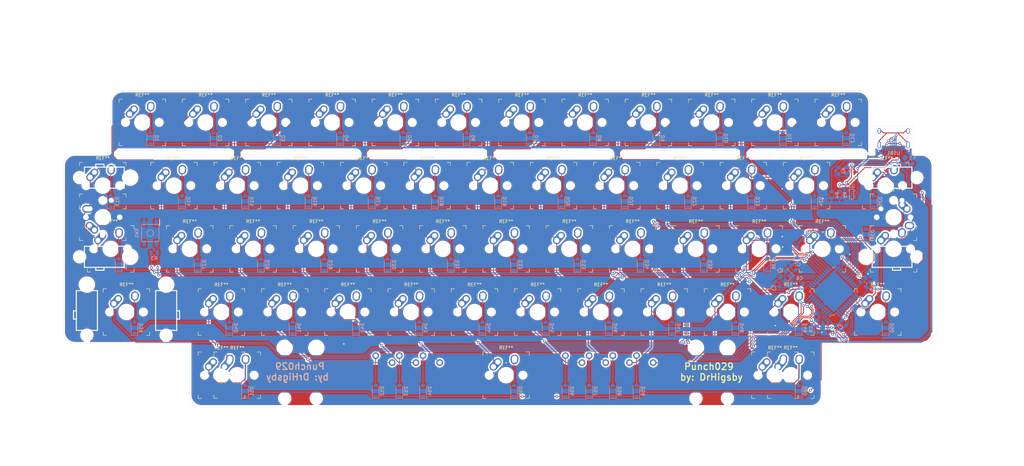
<source format=kicad_pcb>
(kicad_pcb (version 20171130) (host pcbnew "(5.1.9)-1")
  (layers (0 F.Cu signal) (31 B.Cu signal) (34 B.Paste user) (35 F.Paste user) (36 B.SilkS user) (37 F.SilkS user) (38 B.Mask user) (39 F.Mask user) (44 Edge.Cuts user))
  (net 0 "")
  (net 1 GND)
  (net 2 "Net-(C1-Pad1)")
  (net 3 "Net-(C2-Pad1)")
  (net 4 +5V)
  (net 5 "Net-(C9-Pad1)")
  (net 6 "Net-(D1-Pad2)")
  (net 7 row1)
  (net 8 "Net-(D2-Pad2)")
  (net 9 "Net-(D3-Pad2)")
  (net 10 "Net-(D4-Pad2)")
  (net 11 "Net-(D5-Pad2)")
  (net 12 "Net-(D6-Pad2)")
  (net 13 "Net-(D7-Pad2)")
  (net 14 "Net-(D8-Pad2)")
  (net 15 "Net-(D9-Pad2)")
  (net 16 "Net-(D10-Pad2)")
  (net 17 "Net-(D11-Pad2)")
  (net 18 "Net-(D12-Pad2)")
  (net 19 "Net-(D13-Pad2)")
  (net 20 row2)
  (net 21 "Net-(D14-Pad2)")
  (net 22 "Net-(D15-Pad2)")
  (net 23 "Net-(D16-Pad2)")
  (net 24 "Net-(D17-Pad2)")
  (net 25 "Net-(D18-Pad2)")
  (net 26 "Net-(D19-Pad2)")
  (net 27 "Net-(D20-Pad2)")
  (net 28 "Net-(D21-Pad2)")
  (net 29 "Net-(D22-Pad2)")
  (net 30 "Net-(D23-Pad2)")
  (net 31 "Net-(D24-Pad2)")
  (net 32 "Net-(D25-Pad2)")
  (net 33 "Net-(D26-Pad2)")
  (net 34 row3)
  (net 35 "Net-(D27-Pad2)")
  (net 36 "Net-(D28-Pad2)")
  (net 37 "Net-(D29-Pad2)")
  (net 38 "Net-(D30-Pad2)")
  (net 39 "Net-(D31-Pad2)")
  (net 40 "Net-(D32-Pad2)")
  (net 41 "Net-(D33-Pad2)")
  (net 42 "Net-(D34-Pad2)")
  (net 43 "Net-(D35-Pad2)")
  (net 44 "Net-(D36-Pad2)")
  (net 45 "Net-(D37-Pad2)")
  (net 46 "Net-(D38-Pad2)")
  (net 47 "Net-(D39-Pad2)")
  (net 48 row4)
  (net 49 "Net-(D40-Pad2)")
  (net 50 "Net-(D41-Pad2)")
  (net 51 "Net-(D42-Pad2)")
  (net 52 "Net-(D43-Pad2)")
  (net 53 "Net-(D44-Pad2)")
  (net 54 "Net-(D45-Pad2)")
  (net 55 "Net-(D46-Pad2)")
  (net 56 "Net-(D47-Pad2)")
  (net 57 "Net-(D48-Pad2)")
  (net 58 "Net-(D49-Pad2)")
  (net 59 "Net-(D50-Pad2)")
  (net 60 "Net-(D51-Pad2)")
  (net 61 row5)
  (net 62 "Net-(D52-Pad2)")
  (net 63 "Net-(D53-Pad2)")
  (net 64 "Net-(D54-Pad2)")
  (net 65 "Net-(D55-Pad2)")
  (net 66 "Net-(D56-Pad2)")
  (net 67 "Net-(D57-Pad2)")
  (net 68 "Net-(D58-Pad2)")
  (net 69 "Net-(D59-Pad2)")
  (net 70 "Net-(D60-Pad2)")
  (net 71 VCC)
  (net 72 col1)
  (net 73 col2)
  (net 74 col3)
  (net 75 col4)
  (net 76 col5)
  (net 77 col6)
  (net 78 col7)
  (net 79 col8)
  (net 80 col9)
  (net 81 col10)
  (net 82 col11)
  (net 83 col12)
  (net 84 col13)
  (net 85 "Net-(R1-Pad2)")
  (net 86 D-)
  (net 87 "Net-(R2-Pad2)")
  (net 88 D+)
  (net 89 "Net-(R3-Pad2)")
  (net 90 "Net-(R4-Pad2)")
  (net 91 "Net-(R5-Pad2)")
  (net 92 "Net-(R6-Pad2)")
  (net 93 "Net-(U2-Pad42)")
  (net 94 "Net-(U2-Pad39)")
  (net 95 "Net-(U2-Pad38)")
  (net 96 "Net-(U2-Pad37)")
  (net 97 "Net-(U2-Pad32)")
  (net 98 "Net-(U2-Pad31)")
  (net 99 "Net-(U2-Pad12)")
  (net 100 "Net-(U2-Pad1)")
  (net 101 "Net-(USB1-Pad3)")
  (net 102 "Net-(USB1-Pad9)")
  (net 103 "Net-(USB1-Pad13)")
  (module keebio-parts:MX_Stabilizer_Cutout-2u (layer F.Cu) (at 45.24394 83.3441 180)
    (fp_text reference REF** hide)
    (fp_text value MX_Stabilizer_Cutout-2u hide)
    (pad "" np_thru_hole oval (at 11.938 7.7724 180) (size 3.048 0.3048) (drill oval 3.048 0.3048) (layers *.Cu *.Mask))
    (pad "" np_thru_hole oval (at 11.938 -5.5372 180) (size 6.6548 0.3048) (drill oval 6.6548 0.3048) (layers *.Cu Eco2.User))
    (pad "" np_thru_hole oval (at 8.763 0.4572 180) (size 0.3048 12.2936) (drill oval 0.3048 12.2936) (layers *.Cu Eco2.User))
    (pad "" np_thru_hole oval (at 11.938 6.4516 180) (size 6.6548 0.3048) (drill oval 6.6548 0.3048) (layers *.Cu Eco2.User))
    (pad "" np_thru_hole oval (at 15.113 0.4572 180) (size 0.3048 12.2936) (drill oval 0.3048 12.2936) (layers *.Cu Eco2.User))
    (pad "" np_thru_hole oval (at 15.9766 -0.889 180) (size 0.3048 2.794) (drill oval 0.3048 2.794) (layers *.Cu *.Mask))
    (pad "" np_thru_hole oval (at 10.5664 7.112 180) (size 0.3048 1.4732) (drill oval 0.3048 1.4732) (layers *.Cu *.Mask))
    (pad "" np_thru_hole oval (at 15.5448 -2.1336 180) (size 1.1684 0.3048) (drill oval 1.1684 0.3048) (layers *.Cu *.Mask))
    (pad "" np_thru_hole oval (at 13.3096 7.112 180) (size 0.3048 1.4732) (drill oval 0.3048 1.4732) (layers *.Cu *.Mask))
    (pad "" np_thru_hole oval (at 15.5448 0.3556 180) (size 1.1684 0.3048) (drill oval 1.1684 0.3048) (layers *.Cu *.Mask))
    (pad "" np_thru_hole oval (at -11.938 -5.5372 180) (size 6.6548 0.3048) (drill oval 6.6548 0.3048) (layers *.Cu Eco2.User))
    (pad "" np_thru_hole oval (at -15.5448 -2.1336 180) (size 1.1684 0.3048) (drill oval 1.1684 0.3048) (layers *.Cu *.Mask))
    (pad "" np_thru_hole oval (at -15.9766 -0.889 180) (size 0.3048 2.794) (drill oval 0.3048 2.794) (layers *.Cu *.Mask))
    (pad "" np_thru_hole oval (at -15.113 0.4572 180) (size 0.3048 12.2936) (drill oval 0.3048 12.2936) (layers *.Cu Eco2.User))
    (pad "" np_thru_hole oval (at -8.763 0.4572 180) (size 0.3048 12.2936) (drill oval 0.3048 12.2936) (layers *.Cu Eco2.User))
    (pad "" np_thru_hole oval (at -11.938 6.4516 180) (size 6.6548 0.3048) (drill oval 6.6548 0.3048) (layers *.Cu Eco2.User))
    (pad "" np_thru_hole oval (at -15.5448 0.3556 180) (size 1.1684 0.3048) (drill oval 1.1684 0.3048) (layers *.Cu *.Mask))
    (pad "" np_thru_hole oval (at -13.3096 7.112 180) (size 0.3048 1.4732) (drill oval 0.3048 1.4732) (layers *.Cu *.Mask))
    (pad "" np_thru_hole oval (at -10.5664 7.112 180) (size 0.3048 1.4732) (drill oval 0.3048 1.4732) (layers *.Cu *.Mask))
    (pad "" np_thru_hole oval (at -11.938 7.7724 180) (size 3.048 0.3048) (drill oval 3.048 0.3048) (layers *.Cu *.Mask))
  )
  (module keebio-parts:MX_Stabilizer_Cutout-2u (layer F.Cu) (at 276.22616 54.76898 270)
    (fp_text reference REF** hide)
    (fp_text value MX_Stabilizer_Cutout-2u hide)
    (pad "" np_thru_hole oval (at 11.938 7.7724 270) (size 3.048 0.3048) (drill oval 3.048 0.3048) (layers *.Cu *.Mask))
    (pad "" np_thru_hole oval (at 11.938 -5.5372 270) (size 6.6548 0.3048) (drill oval 6.6548 0.3048) (layers *.Cu Eco2.User))
    (pad "" np_thru_hole oval (at 8.763 0.4572 270) (size 0.3048 12.2936) (drill oval 0.3048 12.2936) (layers *.Cu Eco2.User))
    (pad "" np_thru_hole oval (at 11.938 6.4516 270) (size 6.6548 0.3048) (drill oval 6.6548 0.3048) (layers *.Cu Eco2.User))
    (pad "" np_thru_hole oval (at 15.113 0.4572 270) (size 0.3048 12.2936) (drill oval 0.3048 12.2936) (layers *.Cu Eco2.User))
    (pad "" np_thru_hole oval (at 15.9766 -0.889 270) (size 0.3048 2.794) (drill oval 0.3048 2.794) (layers *.Cu *.Mask))
    (pad "" np_thru_hole oval (at 10.5664 7.112 270) (size 0.3048 1.4732) (drill oval 0.3048 1.4732) (layers *.Cu *.Mask))
    (pad "" np_thru_hole oval (at 15.5448 -2.1336 270) (size 1.1684 0.3048) (drill oval 1.1684 0.3048) (layers *.Cu *.Mask))
    (pad "" np_thru_hole oval (at 13.3096 7.112 270) (size 0.3048 1.4732) (drill oval 0.3048 1.4732) (layers *.Cu *.Mask))
    (pad "" np_thru_hole oval (at 15.5448 0.3556 270) (size 1.1684 0.3048) (drill oval 1.1684 0.3048) (layers *.Cu *.Mask))
    (pad "" np_thru_hole oval (at -11.938 -5.5372 270) (size 6.6548 0.3048) (drill oval 6.6548 0.3048) (layers *.Cu Eco2.User))
    (pad "" np_thru_hole oval (at -15.5448 -2.1336 270) (size 1.1684 0.3048) (drill oval 1.1684 0.3048) (layers *.Cu *.Mask))
    (pad "" np_thru_hole oval (at -15.9766 -0.889 270) (size 0.3048 2.794) (drill oval 0.3048 2.794) (layers *.Cu *.Mask))
    (pad "" np_thru_hole oval (at -15.113 0.4572 270) (size 0.3048 12.2936) (drill oval 0.3048 12.2936) (layers *.Cu Eco2.User))
    (pad "" np_thru_hole oval (at -8.763 0.4572 270) (size 0.3048 12.2936) (drill oval 0.3048 12.2936) (layers *.Cu Eco2.User))
    (pad "" np_thru_hole oval (at -11.938 6.4516 270) (size 6.6548 0.3048) (drill oval 6.6548 0.3048) (layers *.Cu Eco2.User))
    (pad "" np_thru_hole oval (at -15.5448 0.3556 270) (size 1.1684 0.3048) (drill oval 1.1684 0.3048) (layers *.Cu *.Mask))
    (pad "" np_thru_hole oval (at -13.3096 7.112 270) (size 0.3048 1.4732) (drill oval 0.3048 1.4732) (layers *.Cu *.Mask))
    (pad "" np_thru_hole oval (at -10.5664 7.112 270) (size 0.3048 1.4732) (drill oval 0.3048 1.4732) (layers *.Cu *.Mask))
    (pad "" np_thru_hole oval (at -11.938 7.7724 270) (size 3.048 0.3048) (drill oval 3.048 0.3048) (layers *.Cu *.Mask))
  )
  (module keebio-parts:MX_Stabilizer_Cutout-2u (layer F.Cu) (at 38.10016 54.76898 90)
    (fp_text reference REF** hide)
    (fp_text value MX_Stabilizer_Cutout-2u hide)
    (pad "" np_thru_hole oval (at -11.938 7.7724 90) (size 3.048 0.3048) (drill oval 3.048 0.3048) (layers *.Cu *.Mask))
    (pad "" np_thru_hole oval (at -10.5664 7.112 90) (size 0.3048 1.4732) (drill oval 0.3048 1.4732) (layers *.Cu *.Mask))
    (pad "" np_thru_hole oval (at -13.3096 7.112 90) (size 0.3048 1.4732) (drill oval 0.3048 1.4732) (layers *.Cu *.Mask))
    (pad "" np_thru_hole oval (at -15.5448 0.3556 90) (size 1.1684 0.3048) (drill oval 1.1684 0.3048) (layers *.Cu *.Mask))
    (pad "" np_thru_hole oval (at -11.938 6.4516 90) (size 6.6548 0.3048) (drill oval 6.6548 0.3048) (layers *.Cu Eco2.User))
    (pad "" np_thru_hole oval (at -8.763 0.4572 90) (size 0.3048 12.2936) (drill oval 0.3048 12.2936) (layers *.Cu Eco2.User))
    (pad "" np_thru_hole oval (at -15.113 0.4572 90) (size 0.3048 12.2936) (drill oval 0.3048 12.2936) (layers *.Cu Eco2.User))
    (pad "" np_thru_hole oval (at -15.9766 -0.889 90) (size 0.3048 2.794) (drill oval 0.3048 2.794) (layers *.Cu *.Mask))
    (pad "" np_thru_hole oval (at -15.5448 -2.1336 90) (size 1.1684 0.3048) (drill oval 1.1684 0.3048) (layers *.Cu *.Mask))
    (pad "" np_thru_hole oval (at -11.938 -5.5372 90) (size 6.6548 0.3048) (drill oval 6.6548 0.3048) (layers *.Cu Eco2.User))
    (pad "" np_thru_hole oval (at 15.5448 0.3556 90) (size 1.1684 0.3048) (drill oval 1.1684 0.3048) (layers *.Cu *.Mask))
    (pad "" np_thru_hole oval (at 13.3096 7.112 90) (size 0.3048 1.4732) (drill oval 0.3048 1.4732) (layers *.Cu *.Mask))
    (pad "" np_thru_hole oval (at 15.5448 -2.1336 90) (size 1.1684 0.3048) (drill oval 1.1684 0.3048) (layers *.Cu *.Mask))
    (pad "" np_thru_hole oval (at 10.5664 7.112 90) (size 0.3048 1.4732) (drill oval 0.3048 1.4732) (layers *.Cu *.Mask))
    (pad "" np_thru_hole oval (at 15.9766 -0.889 90) (size 0.3048 2.794) (drill oval 0.3048 2.794) (layers *.Cu *.Mask))
    (pad "" np_thru_hole oval (at 15.113 0.4572 90) (size 0.3048 12.2936) (drill oval 0.3048 12.2936) (layers *.Cu Eco2.User))
    (pad "" np_thru_hole oval (at 11.938 6.4516 90) (size 6.6548 0.3048) (drill oval 6.6548 0.3048) (layers *.Cu Eco2.User))
    (pad "" np_thru_hole oval (at 8.763 0.4572 90) (size 0.3048 12.2936) (drill oval 0.3048 12.2936) (layers *.Cu Eco2.User))
    (pad "" np_thru_hole oval (at 11.938 -5.5372 90) (size 6.6548 0.3048) (drill oval 6.6548 0.3048) (layers *.Cu Eco2.User))
    (pad "" np_thru_hole oval (at 11.938 7.7724 90) (size 3.048 0.3048) (drill oval 3.048 0.3048) (layers *.Cu *.Mask))
  )
  (module keyswitches:SW_MX (layer F.Cu) (at 276.22616 54.76898)
    (fp_text reference REF** (at 0 -8.255) (layer F.SilkS))
    (fp_text value SW_MX)
    (pad 1 thru_hole circle (at 2.54 -5.08) (size 2.286 2.286) (drill 1.4986) (layers *.Cu *.Mask))
    (pad "" np_thru_hole circle (at 0 0) (size 3.9878 3.9878) (drill 3.9878) (layers *.Cu *.Mask))
    (pad 2 thru_hole circle (at -3.81 -2.54) (size 2.286 2.286) (drill 1.4986) (layers *.Cu *.Mask))
    (pad "" np_thru_hole circle (at 5.08 0) (size 1.7018 1.7018) (drill 1.7018) (layers *.Cu *.Mask))
    (pad "" np_thru_hole circle (at -5.08 0) (size 1.7018 1.7018) (drill 1.7018) (layers *.Cu *.Mask))
  )
  (module keyswitches:SW_MX (layer F.Cu) (at 276.22616 64.29402)
    (fp_text reference REF** (at 0 -8.255) (layer F.SilkS))
    (fp_text value SW_MX)
    (pad 1 thru_hole circle (at 2.54 -5.08) (size 2.286 2.286) (drill 1.4986) (layers *.Cu *.Mask))
    (pad "" np_thru_hole circle (at 0 0) (size 3.9878 3.9878) (drill 3.9878) (layers *.Cu *.Mask))
    (pad 2 thru_hole circle (at -3.81 -2.54) (size 2.286 2.286) (drill 1.4986) (layers *.Cu *.Mask))
    (pad "" np_thru_hole circle (at 5.08 0) (size 1.7018 1.7018) (drill 1.7018) (layers *.Cu *.Mask))
    (pad "" np_thru_hole circle (at -5.08 0) (size 1.7018 1.7018) (drill 1.7018) (layers *.Cu *.Mask))
  )
  (module keyswitches:SW_MX (layer F.Cu) (at 271.46364 83.3441)
    (fp_text reference REF** (at 0 -8.255) (layer F.SilkS))
    (fp_text value SW_MX)
    (pad 1 thru_hole circle (at 2.54 -5.08) (size 2.286 2.286) (drill 1.4986) (layers *.Cu *.Mask))
    (pad "" np_thru_hole circle (at 0 0) (size 3.9878 3.9878) (drill 3.9878) (layers *.Cu *.Mask))
    (pad 2 thru_hole circle (at -3.81 -2.54) (size 2.286 2.286) (drill 1.4986) (layers *.Cu *.Mask))
    (pad "" np_thru_hole circle (at 5.08 0) (size 1.7018 1.7018) (drill 1.7018) (layers *.Cu *.Mask))
    (pad "" np_thru_hole circle (at -5.08 0) (size 1.7018 1.7018) (drill 1.7018) (layers *.Cu *.Mask))
  )
  (module keyswitches:SW_MX (layer F.Cu) (at 245.26978 83.3441)
    (fp_text reference REF** (at 0 -8.255) (layer F.SilkS))
    (fp_text value SW_MX)
    (pad 1 thru_hole circle (at 2.54 -5.08) (size 2.286 2.286) (drill 1.4986) (layers *.Cu *.Mask))
    (pad "" np_thru_hole circle (at 0 0) (size 3.9878 3.9878) (drill 3.9878) (layers *.Cu *.Mask))
    (pad 2 thru_hole circle (at -3.81 -2.54) (size 2.286 2.286) (drill 1.4986) (layers *.Cu *.Mask))
    (pad "" np_thru_hole circle (at 5.08 0) (size 1.7018 1.7018) (drill 1.7018) (layers *.Cu *.Mask))
    (pad "" np_thru_hole circle (at -5.08 0) (size 1.7018 1.7018) (drill 1.7018) (layers *.Cu *.Mask))
  )
  (module keyswitches:SW_MX (layer F.Cu) (at 240.50726 102.39418)
    (fp_text reference REF** (at 0 -8.255) (layer F.SilkS))
    (fp_text value SW_MX)
    (pad 1 thru_hole circle (at 2.54 -5.08) (size 2.286 2.286) (drill 1.4986) (layers *.Cu *.Mask))
    (pad "" np_thru_hole circle (at 0 0) (size 3.9878 3.9878) (drill 3.9878) (layers *.Cu *.Mask))
    (pad 2 thru_hole circle (at -3.81 -2.54) (size 2.286 2.286) (drill 1.4986) (layers *.Cu *.Mask))
    (pad "" np_thru_hole circle (at 5.08 0) (size 1.7018 1.7018) (drill 1.7018) (layers *.Cu *.Mask))
    (pad "" np_thru_hole circle (at -5.08 0) (size 1.7018 1.7018) (drill 1.7018) (layers *.Cu *.Mask))
  )
  (module keyswitches:SW_MX (layer F.Cu) (at 245.26978 102.39418)
    (fp_text reference REF** (at 0 -8.255) (layer F.SilkS))
    (fp_text value SW_MX)
    (pad 1 thru_hole circle (at 2.54 -5.08) (size 2.286 2.286) (drill 1.4986) (layers *.Cu *.Mask))
    (pad "" np_thru_hole circle (at 0 0) (size 3.9878 3.9878) (drill 3.9878) (layers *.Cu *.Mask))
    (pad 2 thru_hole circle (at -3.81 -2.54) (size 2.286 2.286) (drill 1.4986) (layers *.Cu *.Mask))
    (pad "" np_thru_hole circle (at 5.08 0) (size 1.7018 1.7018) (drill 1.7018) (layers *.Cu *.Mask))
    (pad "" np_thru_hole circle (at -5.08 0) (size 1.7018 1.7018) (drill 1.7018) (layers *.Cu *.Mask))
  )
  (module keyswitches:SW_MX (layer F.Cu) (at 226.2197 83.3441)
    (fp_text reference REF** (at 0 -8.255) (layer F.SilkS))
    (fp_text value SW_MX)
    (pad 1 thru_hole circle (at 2.54 -5.08) (size 2.286 2.286) (drill 1.4986) (layers *.Cu *.Mask))
    (pad "" np_thru_hole circle (at 0 0) (size 3.9878 3.9878) (drill 3.9878) (layers *.Cu *.Mask))
    (pad 2 thru_hole circle (at -3.81 -2.54) (size 2.286 2.286) (drill 1.4986) (layers *.Cu *.Mask))
    (pad "" np_thru_hole circle (at 5.08 0) (size 1.7018 1.7018) (drill 1.7018) (layers *.Cu *.Mask))
    (pad "" np_thru_hole circle (at -5.08 0) (size 1.7018 1.7018) (drill 1.7018) (layers *.Cu *.Mask))
  )
  (module keyswitches:SW_MX (layer F.Cu) (at 207.16962 83.3441)
    (fp_text reference REF** (at 0 -8.255) (layer F.SilkS))
    (fp_text value SW_MX)
    (pad 1 thru_hole circle (at 2.54 -5.08) (size 2.286 2.286) (drill 1.4986) (layers *.Cu *.Mask))
    (pad "" np_thru_hole circle (at 0 0) (size 3.9878 3.9878) (drill 3.9878) (layers *.Cu *.Mask))
    (pad 2 thru_hole circle (at -3.81 -2.54) (size 2.286 2.286) (drill 1.4986) (layers *.Cu *.Mask))
    (pad "" np_thru_hole circle (at 5.08 0) (size 1.7018 1.7018) (drill 1.7018) (layers *.Cu *.Mask))
    (pad "" np_thru_hole circle (at -5.08 0) (size 1.7018 1.7018) (drill 1.7018) (layers *.Cu *.Mask))
  )
  (module keyswitches:SW_MX (layer F.Cu) (at 188.11954 83.3441)
    (fp_text reference REF** (at 0 -8.255) (layer F.SilkS))
    (fp_text value SW_MX)
    (pad 1 thru_hole circle (at 2.54 -5.08) (size 2.286 2.286) (drill 1.4986) (layers *.Cu *.Mask))
    (pad "" np_thru_hole circle (at 0 0) (size 3.9878 3.9878) (drill 3.9878) (layers *.Cu *.Mask))
    (pad 2 thru_hole circle (at -3.81 -2.54) (size 2.286 2.286) (drill 1.4986) (layers *.Cu *.Mask))
    (pad "" np_thru_hole circle (at 5.08 0) (size 1.7018 1.7018) (drill 1.7018) (layers *.Cu *.Mask))
    (pad "" np_thru_hole circle (at -5.08 0) (size 1.7018 1.7018) (drill 1.7018) (layers *.Cu *.Mask))
  )
  (module keyswitches:SW_MX (layer F.Cu) (at 169.06946 83.3441)
    (fp_text reference REF** (at 0 -8.255) (layer F.SilkS))
    (fp_text value SW_MX)
    (pad 1 thru_hole circle (at 2.54 -5.08) (size 2.286 2.286) (drill 1.4986) (layers *.Cu *.Mask))
    (pad "" np_thru_hole circle (at 0 0) (size 3.9878 3.9878) (drill 3.9878) (layers *.Cu *.Mask))
    (pad 2 thru_hole circle (at -3.81 -2.54) (size 2.286 2.286) (drill 1.4986) (layers *.Cu *.Mask))
    (pad "" np_thru_hole circle (at 5.08 0) (size 1.7018 1.7018) (drill 1.7018) (layers *.Cu *.Mask))
    (pad "" np_thru_hole circle (at -5.08 0) (size 1.7018 1.7018) (drill 1.7018) (layers *.Cu *.Mask))
  )
  (module keyswitches:SW_MX (layer F.Cu) (at 150.01938 83.3441)
    (fp_text reference REF** (at 0 -8.255) (layer F.SilkS))
    (fp_text value SW_MX)
    (pad 1 thru_hole circle (at 2.54 -5.08) (size 2.286 2.286) (drill 1.4986) (layers *.Cu *.Mask))
    (pad "" np_thru_hole circle (at 0 0) (size 3.9878 3.9878) (drill 3.9878) (layers *.Cu *.Mask))
    (pad 2 thru_hole circle (at -3.81 -2.54) (size 2.286 2.286) (drill 1.4986) (layers *.Cu *.Mask))
    (pad "" np_thru_hole circle (at 5.08 0) (size 1.7018 1.7018) (drill 1.7018) (layers *.Cu *.Mask))
    (pad "" np_thru_hole circle (at -5.08 0) (size 1.7018 1.7018) (drill 1.7018) (layers *.Cu *.Mask))
  )
  (module keyswitches:SW_MX (layer F.Cu) (at 130.9693 83.3441)
    (fp_text reference REF** (at 0 -8.255) (layer F.SilkS))
    (fp_text value SW_MX)
    (pad 1 thru_hole circle (at 2.54 -5.08) (size 2.286 2.286) (drill 1.4986) (layers *.Cu *.Mask))
    (pad "" np_thru_hole circle (at 0 0) (size 3.9878 3.9878) (drill 3.9878) (layers *.Cu *.Mask))
    (pad 2 thru_hole circle (at -3.81 -2.54) (size 2.286 2.286) (drill 1.4986) (layers *.Cu *.Mask))
    (pad "" np_thru_hole circle (at 5.08 0) (size 1.7018 1.7018) (drill 1.7018) (layers *.Cu *.Mask))
    (pad "" np_thru_hole circle (at -5.08 0) (size 1.7018 1.7018) (drill 1.7018) (layers *.Cu *.Mask))
  )
  (module keyswitches:SW_MX (layer F.Cu) (at 111.91922 83.3441)
    (fp_text reference REF** (at 0 -8.255) (layer F.SilkS))
    (fp_text value SW_MX)
    (pad 1 thru_hole circle (at 2.54 -5.08) (size 2.286 2.286) (drill 1.4986) (layers *.Cu *.Mask))
    (pad "" np_thru_hole circle (at 0 0) (size 3.9878 3.9878) (drill 3.9878) (layers *.Cu *.Mask))
    (pad 2 thru_hole circle (at -3.81 -2.54) (size 2.286 2.286) (drill 1.4986) (layers *.Cu *.Mask))
    (pad "" np_thru_hole circle (at 5.08 0) (size 1.7018 1.7018) (drill 1.7018) (layers *.Cu *.Mask))
    (pad "" np_thru_hole circle (at -5.08 0) (size 1.7018 1.7018) (drill 1.7018) (layers *.Cu *.Mask))
  )
  (module keyswitches:SW_MX (layer F.Cu) (at 159.54442 102.39418)
    (fp_text reference REF** (at 0 -8.255) (layer F.SilkS))
    (fp_text value SW_MX)
    (pad 1 thru_hole circle (at 2.54 -5.08) (size 2.286 2.286) (drill 1.4986) (layers *.Cu *.Mask))
    (pad "" np_thru_hole circle (at 0 0) (size 3.9878 3.9878) (drill 3.9878) (layers *.Cu *.Mask))
    (pad 2 thru_hole circle (at -3.81 -2.54) (size 2.286 2.286) (drill 1.4986) (layers *.Cu *.Mask))
    (pad "" np_thru_hole circle (at 5.08 0) (size 1.7018 1.7018) (drill 1.7018) (layers *.Cu *.Mask))
    (pad "" np_thru_hole circle (at -5.08 0) (size 1.7018 1.7018) (drill 1.7018) (layers *.Cu *.Mask))
  )
  (module keyswitches:SW_MX (layer F.Cu) (at 78.58158 102.39418)
    (fp_text reference REF** (at 0 -8.255) (layer F.SilkS))
    (fp_text value SW_MX)
    (pad 1 thru_hole circle (at 2.54 -5.08) (size 2.286 2.286) (drill 1.4986) (layers *.Cu *.Mask))
    (pad "" np_thru_hole circle (at 0 0) (size 3.9878 3.9878) (drill 3.9878) (layers *.Cu *.Mask))
    (pad 2 thru_hole circle (at -3.81 -2.54) (size 2.286 2.286) (drill 1.4986) (layers *.Cu *.Mask))
    (pad "" np_thru_hole circle (at 5.08 0) (size 1.7018 1.7018) (drill 1.7018) (layers *.Cu *.Mask))
    (pad "" np_thru_hole circle (at -5.08 0) (size 1.7018 1.7018) (drill 1.7018) (layers *.Cu *.Mask))
  )
  (module keyswitches:SW_MX (layer F.Cu) (at 73.81906 102.39418)
    (fp_text reference REF** (at 0 -8.255) (layer F.SilkS))
    (fp_text value SW_MX)
    (pad 1 thru_hole circle (at 2.54 -5.08) (size 2.286 2.286) (drill 1.4986) (layers *.Cu *.Mask))
    (pad "" np_thru_hole circle (at 0 0) (size 3.9878 3.9878) (drill 3.9878) (layers *.Cu *.Mask))
    (pad 2 thru_hole circle (at -3.81 -2.54) (size 2.286 2.286) (drill 1.4986) (layers *.Cu *.Mask))
    (pad "" np_thru_hole circle (at 5.08 0) (size 1.7018 1.7018) (drill 1.7018) (layers *.Cu *.Mask))
    (pad "" np_thru_hole circle (at -5.08 0) (size 1.7018 1.7018) (drill 1.7018) (layers *.Cu *.Mask))
  )
  (module keyswitches:SW_MX (layer F.Cu) (at 92.86914 83.3441)
    (fp_text reference REF** (at 0 -8.255) (layer F.SilkS))
    (fp_text value SW_MX)
    (pad 1 thru_hole circle (at 2.54 -5.08) (size 2.286 2.286) (drill 1.4986) (layers *.Cu *.Mask))
    (pad "" np_thru_hole circle (at 0 0) (size 3.9878 3.9878) (drill 3.9878) (layers *.Cu *.Mask))
    (pad 2 thru_hole circle (at -3.81 -2.54) (size 2.286 2.286) (drill 1.4986) (layers *.Cu *.Mask))
    (pad "" np_thru_hole circle (at 5.08 0) (size 1.7018 1.7018) (drill 1.7018) (layers *.Cu *.Mask))
    (pad "" np_thru_hole circle (at -5.08 0) (size 1.7018 1.7018) (drill 1.7018) (layers *.Cu *.Mask))
  )
  (module keyswitches:SW_MX (layer F.Cu) (at 73.81906 83.3441)
    (fp_text reference REF** (at 0 -8.255) (layer F.SilkS))
    (fp_text value SW_MX)
    (pad 1 thru_hole circle (at 2.54 -5.08) (size 2.286 2.286) (drill 1.4986) (layers *.Cu *.Mask))
    (pad "" np_thru_hole circle (at 0 0) (size 3.9878 3.9878) (drill 3.9878) (layers *.Cu *.Mask))
    (pad 2 thru_hole circle (at -3.81 -2.54) (size 2.286 2.286) (drill 1.4986) (layers *.Cu *.Mask))
    (pad "" np_thru_hole circle (at 5.08 0) (size 1.7018 1.7018) (drill 1.7018) (layers *.Cu *.Mask))
    (pad "" np_thru_hole circle (at -5.08 0) (size 1.7018 1.7018) (drill 1.7018) (layers *.Cu *.Mask))
  )
  (module keyswitches:SW_MX (layer F.Cu) (at 45.24394 83.3441)
    (fp_text reference REF** (at 0 -8.255) (layer F.SilkS))
    (fp_text value SW_MX)
    (pad 1 thru_hole circle (at 2.54 -5.08) (size 2.286 2.286) (drill 1.4986) (layers *.Cu *.Mask))
    (pad "" np_thru_hole circle (at 0 0) (size 3.9878 3.9878) (drill 3.9878) (layers *.Cu *.Mask))
    (pad 2 thru_hole circle (at -3.81 -2.54) (size 2.286 2.286) (drill 1.4986) (layers *.Cu *.Mask))
    (pad "" np_thru_hole circle (at 5.08 0) (size 1.7018 1.7018) (drill 1.7018) (layers *.Cu *.Mask))
    (pad "" np_thru_hole circle (at -5.08 0) (size 1.7018 1.7018) (drill 1.7018) (layers *.Cu *.Mask))
  )
  (module keyswitches:SW_MX (layer F.Cu) (at 38.10016 54.76898)
    (fp_text reference REF** (at 0 -8.255) (layer F.SilkS))
    (fp_text value SW_MX)
    (pad 1 thru_hole circle (at 2.54 -5.08) (size 2.286 2.286) (drill 1.4986) (layers *.Cu *.Mask))
    (pad "" np_thru_hole circle (at 0 0) (size 3.9878 3.9878) (drill 3.9878) (layers *.Cu *.Mask))
    (pad 2 thru_hole circle (at -3.81 -2.54) (size 2.286 2.286) (drill 1.4986) (layers *.Cu *.Mask))
    (pad "" np_thru_hole circle (at 5.08 0) (size 1.7018 1.7018) (drill 1.7018) (layers *.Cu *.Mask))
    (pad "" np_thru_hole circle (at -5.08 0) (size 1.7018 1.7018) (drill 1.7018) (layers *.Cu *.Mask))
  )
  (module keyswitches:SW_MX (layer F.Cu) (at 40.48142 64.29402)
    (fp_text reference REF** (at 0 -8.255) (layer F.SilkS))
    (fp_text value SW_MX)
    (pad 1 thru_hole circle (at 2.54 -5.08) (size 2.286 2.286) (drill 1.4986) (layers *.Cu *.Mask))
    (pad "" np_thru_hole circle (at 0 0) (size 3.9878 3.9878) (drill 3.9878) (layers *.Cu *.Mask))
    (pad 2 thru_hole circle (at -3.81 -2.54) (size 2.286 2.286) (drill 1.4986) (layers *.Cu *.Mask))
    (pad "" np_thru_hole circle (at 5.08 0) (size 1.7018 1.7018) (drill 1.7018) (layers *.Cu *.Mask))
    (pad "" np_thru_hole circle (at -5.08 0) (size 1.7018 1.7018) (drill 1.7018) (layers *.Cu *.Mask))
  )
  (module keyswitches:SW_MX (layer F.Cu) (at 64.29402 64.29402)
    (fp_text reference REF** (at 0 -8.255) (layer F.SilkS))
    (fp_text value SW_MX)
    (pad 1 thru_hole circle (at 2.54 -5.08) (size 2.286 2.286) (drill 1.4986) (layers *.Cu *.Mask))
    (pad "" np_thru_hole circle (at 0 0) (size 3.9878 3.9878) (drill 3.9878) (layers *.Cu *.Mask))
    (pad 2 thru_hole circle (at -3.81 -2.54) (size 2.286 2.286) (drill 1.4986) (layers *.Cu *.Mask))
    (pad "" np_thru_hole circle (at 5.08 0) (size 1.7018 1.7018) (drill 1.7018) (layers *.Cu *.Mask))
    (pad "" np_thru_hole circle (at -5.08 0) (size 1.7018 1.7018) (drill 1.7018) (layers *.Cu *.Mask))
  )
  (module keyswitches:SW_MX (layer F.Cu) (at 83.3441 64.29402)
    (fp_text reference REF** (at 0 -8.255) (layer F.SilkS))
    (fp_text value SW_MX)
    (pad 1 thru_hole circle (at 2.54 -5.08) (size 2.286 2.286) (drill 1.4986) (layers *.Cu *.Mask))
    (pad "" np_thru_hole circle (at 0 0) (size 3.9878 3.9878) (drill 3.9878) (layers *.Cu *.Mask))
    (pad 2 thru_hole circle (at -3.81 -2.54) (size 2.286 2.286) (drill 1.4986) (layers *.Cu *.Mask))
    (pad "" np_thru_hole circle (at 5.08 0) (size 1.7018 1.7018) (drill 1.7018) (layers *.Cu *.Mask))
    (pad "" np_thru_hole circle (at -5.08 0) (size 1.7018 1.7018) (drill 1.7018) (layers *.Cu *.Mask))
  )
  (module keyswitches:SW_MX (layer F.Cu) (at 102.39418 64.29402)
    (fp_text reference REF** (at 0 -8.255) (layer F.SilkS))
    (fp_text value SW_MX)
    (pad 1 thru_hole circle (at 2.54 -5.08) (size 2.286 2.286) (drill 1.4986) (layers *.Cu *.Mask))
    (pad "" np_thru_hole circle (at 0 0) (size 3.9878 3.9878) (drill 3.9878) (layers *.Cu *.Mask))
    (pad 2 thru_hole circle (at -3.81 -2.54) (size 2.286 2.286) (drill 1.4986) (layers *.Cu *.Mask))
    (pad "" np_thru_hole circle (at 5.08 0) (size 1.7018 1.7018) (drill 1.7018) (layers *.Cu *.Mask))
    (pad "" np_thru_hole circle (at -5.08 0) (size 1.7018 1.7018) (drill 1.7018) (layers *.Cu *.Mask))
  )
  (module keyswitches:SW_MX (layer F.Cu) (at 121.44426 64.29402)
    (fp_text reference REF** (at 0 -8.255) (layer F.SilkS))
    (fp_text value SW_MX)
    (pad 1 thru_hole circle (at 2.54 -5.08) (size 2.286 2.286) (drill 1.4986) (layers *.Cu *.Mask))
    (pad "" np_thru_hole circle (at 0 0) (size 3.9878 3.9878) (drill 3.9878) (layers *.Cu *.Mask))
    (pad 2 thru_hole circle (at -3.81 -2.54) (size 2.286 2.286) (drill 1.4986) (layers *.Cu *.Mask))
    (pad "" np_thru_hole circle (at 5.08 0) (size 1.7018 1.7018) (drill 1.7018) (layers *.Cu *.Mask))
    (pad "" np_thru_hole circle (at -5.08 0) (size 1.7018 1.7018) (drill 1.7018) (layers *.Cu *.Mask))
  )
  (module keyswitches:SW_MX (layer F.Cu) (at 140.49434 64.29402)
    (fp_text reference REF** (at 0 -8.255) (layer F.SilkS))
    (fp_text value SW_MX)
    (pad 1 thru_hole circle (at 2.54 -5.08) (size 2.286 2.286) (drill 1.4986) (layers *.Cu *.Mask))
    (pad "" np_thru_hole circle (at 0 0) (size 3.9878 3.9878) (drill 3.9878) (layers *.Cu *.Mask))
    (pad 2 thru_hole circle (at -3.81 -2.54) (size 2.286 2.286) (drill 1.4986) (layers *.Cu *.Mask))
    (pad "" np_thru_hole circle (at 5.08 0) (size 1.7018 1.7018) (drill 1.7018) (layers *.Cu *.Mask))
    (pad "" np_thru_hole circle (at -5.08 0) (size 1.7018 1.7018) (drill 1.7018) (layers *.Cu *.Mask))
  )
  (module keyswitches:SW_MX (layer F.Cu) (at 159.54442 64.29402)
    (fp_text reference REF** (at 0 -8.255) (layer F.SilkS))
    (fp_text value SW_MX)
    (pad 1 thru_hole circle (at 2.54 -5.08) (size 2.286 2.286) (drill 1.4986) (layers *.Cu *.Mask))
    (pad "" np_thru_hole circle (at 0 0) (size 3.9878 3.9878) (drill 3.9878) (layers *.Cu *.Mask))
    (pad 2 thru_hole circle (at -3.81 -2.54) (size 2.286 2.286) (drill 1.4986) (layers *.Cu *.Mask))
    (pad "" np_thru_hole circle (at 5.08 0) (size 1.7018 1.7018) (drill 1.7018) (layers *.Cu *.Mask))
    (pad "" np_thru_hole circle (at -5.08 0) (size 1.7018 1.7018) (drill 1.7018) (layers *.Cu *.Mask))
  )
  (module keyswitches:SW_MX (layer F.Cu) (at 178.5945 64.29402)
    (fp_text reference REF** (at 0 -8.255) (layer F.SilkS))
    (fp_text value SW_MX)
    (pad 1 thru_hole circle (at 2.54 -5.08) (size 2.286 2.286) (drill 1.4986) (layers *.Cu *.Mask))
    (pad "" np_thru_hole circle (at 0 0) (size 3.9878 3.9878) (drill 3.9878) (layers *.Cu *.Mask))
    (pad 2 thru_hole circle (at -3.81 -2.54) (size 2.286 2.286) (drill 1.4986) (layers *.Cu *.Mask))
    (pad "" np_thru_hole circle (at 5.08 0) (size 1.7018 1.7018) (drill 1.7018) (layers *.Cu *.Mask))
    (pad "" np_thru_hole circle (at -5.08 0) (size 1.7018 1.7018) (drill 1.7018) (layers *.Cu *.Mask))
  )
  (module keyswitches:SW_MX (layer F.Cu) (at 197.64458 64.29402)
    (fp_text reference REF** (at 0 -8.255) (layer F.SilkS))
    (fp_text value SW_MX)
    (pad 1 thru_hole circle (at 2.54 -5.08) (size 2.286 2.286) (drill 1.4986) (layers *.Cu *.Mask))
    (pad "" np_thru_hole circle (at 0 0) (size 3.9878 3.9878) (drill 3.9878) (layers *.Cu *.Mask))
    (pad 2 thru_hole circle (at -3.81 -2.54) (size 2.286 2.286) (drill 1.4986) (layers *.Cu *.Mask))
    (pad "" np_thru_hole circle (at 5.08 0) (size 1.7018 1.7018) (drill 1.7018) (layers *.Cu *.Mask))
    (pad "" np_thru_hole circle (at -5.08 0) (size 1.7018 1.7018) (drill 1.7018) (layers *.Cu *.Mask))
  )
  (module keyswitches:SW_MX (layer F.Cu) (at 216.69466 64.29402)
    (fp_text reference REF** (at 0 -8.255) (layer F.SilkS))
    (fp_text value SW_MX)
    (pad 1 thru_hole circle (at 2.54 -5.08) (size 2.286 2.286) (drill 1.4986) (layers *.Cu *.Mask))
    (pad "" np_thru_hole circle (at 0 0) (size 3.9878 3.9878) (drill 3.9878) (layers *.Cu *.Mask))
    (pad 2 thru_hole circle (at -3.81 -2.54) (size 2.286 2.286) (drill 1.4986) (layers *.Cu *.Mask))
    (pad "" np_thru_hole circle (at 5.08 0) (size 1.7018 1.7018) (drill 1.7018) (layers *.Cu *.Mask))
    (pad "" np_thru_hole circle (at -5.08 0) (size 1.7018 1.7018) (drill 1.7018) (layers *.Cu *.Mask))
  )
  (module keyswitches:SW_MX (layer F.Cu) (at 235.74474 64.29402)
    (fp_text reference REF** (at 0 -8.255) (layer F.SilkS))
    (fp_text value SW_MX)
    (pad 1 thru_hole circle (at 2.54 -5.08) (size 2.286 2.286) (drill 1.4986) (layers *.Cu *.Mask))
    (pad "" np_thru_hole circle (at 0 0) (size 3.9878 3.9878) (drill 3.9878) (layers *.Cu *.Mask))
    (pad 2 thru_hole circle (at -3.81 -2.54) (size 2.286 2.286) (drill 1.4986) (layers *.Cu *.Mask))
    (pad "" np_thru_hole circle (at 5.08 0) (size 1.7018 1.7018) (drill 1.7018) (layers *.Cu *.Mask))
    (pad "" np_thru_hole circle (at -5.08 0) (size 1.7018 1.7018) (drill 1.7018) (layers *.Cu *.Mask))
  )
  (module keyswitches:SW_MX (layer F.Cu) (at 254.79482 64.29402)
    (fp_text reference REF** (at 0 -8.255) (layer F.SilkS))
    (fp_text value SW_MX)
    (pad 1 thru_hole circle (at 2.54 -5.08) (size 2.286 2.286) (drill 1.4986) (layers *.Cu *.Mask))
    (pad "" np_thru_hole circle (at 0 0) (size 3.9878 3.9878) (drill 3.9878) (layers *.Cu *.Mask))
    (pad 2 thru_hole circle (at -3.81 -2.54) (size 2.286 2.286) (drill 1.4986) (layers *.Cu *.Mask))
    (pad "" np_thru_hole circle (at 5.08 0) (size 1.7018 1.7018) (drill 1.7018) (layers *.Cu *.Mask))
    (pad "" np_thru_hole circle (at -5.08 0) (size 1.7018 1.7018) (drill 1.7018) (layers *.Cu *.Mask))
  )
  (module keyswitches:SW_MX (layer F.Cu) (at 273.8449 45.24394)
    (fp_text reference REF** (at 0 -8.255) (layer F.SilkS))
    (fp_text value SW_MX)
    (pad 1 thru_hole circle (at 2.54 -5.08) (size 2.286 2.286) (drill 1.4986) (layers *.Cu *.Mask))
    (pad "" np_thru_hole circle (at 0 0) (size 3.9878 3.9878) (drill 3.9878) (layers *.Cu *.Mask))
    (pad 2 thru_hole circle (at -3.81 -2.54) (size 2.286 2.286) (drill 1.4986) (layers *.Cu *.Mask))
    (pad "" np_thru_hole circle (at 5.08 0) (size 1.7018 1.7018) (drill 1.7018) (layers *.Cu *.Mask))
    (pad "" np_thru_hole circle (at -5.08 0) (size 1.7018 1.7018) (drill 1.7018) (layers *.Cu *.Mask))
  )
  (module keyswitches:SW_MX (layer F.Cu) (at 250.0323 45.24394)
    (fp_text reference REF** (at 0 -8.255) (layer F.SilkS))
    (fp_text value SW_MX)
    (pad 1 thru_hole circle (at 2.54 -5.08) (size 2.286 2.286) (drill 1.4986) (layers *.Cu *.Mask))
    (pad "" np_thru_hole circle (at 0 0) (size 3.9878 3.9878) (drill 3.9878) (layers *.Cu *.Mask))
    (pad 2 thru_hole circle (at -3.81 -2.54) (size 2.286 2.286) (drill 1.4986) (layers *.Cu *.Mask))
    (pad "" np_thru_hole circle (at 5.08 0) (size 1.7018 1.7018) (drill 1.7018) (layers *.Cu *.Mask))
    (pad "" np_thru_hole circle (at -5.08 0) (size 1.7018 1.7018) (drill 1.7018) (layers *.Cu *.Mask))
  )
  (module keyswitches:SW_MX (layer F.Cu) (at 230.98222 45.24394)
    (fp_text reference REF** (at 0 -8.255) (layer F.SilkS))
    (fp_text value SW_MX)
    (pad 1 thru_hole circle (at 2.54 -5.08) (size 2.286 2.286) (drill 1.4986) (layers *.Cu *.Mask))
    (pad "" np_thru_hole circle (at 0 0) (size 3.9878 3.9878) (drill 3.9878) (layers *.Cu *.Mask))
    (pad 2 thru_hole circle (at -3.81 -2.54) (size 2.286 2.286) (drill 1.4986) (layers *.Cu *.Mask))
    (pad "" np_thru_hole circle (at 5.08 0) (size 1.7018 1.7018) (drill 1.7018) (layers *.Cu *.Mask))
    (pad "" np_thru_hole circle (at -5.08 0) (size 1.7018 1.7018) (drill 1.7018) (layers *.Cu *.Mask))
  )
  (module keyswitches:SW_MX (layer F.Cu) (at 211.93214 45.24394)
    (fp_text reference REF** (at 0 -8.255) (layer F.SilkS))
    (fp_text value SW_MX)
    (pad 1 thru_hole circle (at 2.54 -5.08) (size 2.286 2.286) (drill 1.4986) (layers *.Cu *.Mask))
    (pad "" np_thru_hole circle (at 0 0) (size 3.9878 3.9878) (drill 3.9878) (layers *.Cu *.Mask))
    (pad 2 thru_hole circle (at -3.81 -2.54) (size 2.286 2.286) (drill 1.4986) (layers *.Cu *.Mask))
    (pad "" np_thru_hole circle (at 5.08 0) (size 1.7018 1.7018) (drill 1.7018) (layers *.Cu *.Mask))
    (pad "" np_thru_hole circle (at -5.08 0) (size 1.7018 1.7018) (drill 1.7018) (layers *.Cu *.Mask))
  )
  (module keyswitches:SW_MX (layer F.Cu) (at 192.88206 45.24394)
    (fp_text reference REF** (at 0 -8.255) (layer F.SilkS))
    (fp_text value SW_MX)
    (pad 1 thru_hole circle (at 2.54 -5.08) (size 2.286 2.286) (drill 1.4986) (layers *.Cu *.Mask))
    (pad "" np_thru_hole circle (at 0 0) (size 3.9878 3.9878) (drill 3.9878) (layers *.Cu *.Mask))
    (pad 2 thru_hole circle (at -3.81 -2.54) (size 2.286 2.286) (drill 1.4986) (layers *.Cu *.Mask))
    (pad "" np_thru_hole circle (at 5.08 0) (size 1.7018 1.7018) (drill 1.7018) (layers *.Cu *.Mask))
    (pad "" np_thru_hole circle (at -5.08 0) (size 1.7018 1.7018) (drill 1.7018) (layers *.Cu *.Mask))
  )
  (module keyswitches:SW_MX (layer F.Cu) (at 173.83198 45.24394)
    (fp_text reference REF** (at 0 -8.255) (layer F.SilkS))
    (fp_text value SW_MX)
    (pad 1 thru_hole circle (at 2.54 -5.08) (size 2.286 2.286) (drill 1.4986) (layers *.Cu *.Mask))
    (pad "" np_thru_hole circle (at 0 0) (size 3.9878 3.9878) (drill 3.9878) (layers *.Cu *.Mask))
    (pad 2 thru_hole circle (at -3.81 -2.54) (size 2.286 2.286) (drill 1.4986) (layers *.Cu *.Mask))
    (pad "" np_thru_hole circle (at 5.08 0) (size 1.7018 1.7018) (drill 1.7018) (layers *.Cu *.Mask))
    (pad "" np_thru_hole circle (at -5.08 0) (size 1.7018 1.7018) (drill 1.7018) (layers *.Cu *.Mask))
  )
  (module keyswitches:SW_MX (layer F.Cu) (at 154.7819 45.24394)
    (fp_text reference REF** (at 0 -8.255) (layer F.SilkS))
    (fp_text value SW_MX)
    (pad 1 thru_hole circle (at 2.54 -5.08) (size 2.286 2.286) (drill 1.4986) (layers *.Cu *.Mask))
    (pad "" np_thru_hole circle (at 0 0) (size 3.9878 3.9878) (drill 3.9878) (layers *.Cu *.Mask))
    (pad 2 thru_hole circle (at -3.81 -2.54) (size 2.286 2.286) (drill 1.4986) (layers *.Cu *.Mask))
    (pad "" np_thru_hole circle (at 5.08 0) (size 1.7018 1.7018) (drill 1.7018) (layers *.Cu *.Mask))
    (pad "" np_thru_hole circle (at -5.08 0) (size 1.7018 1.7018) (drill 1.7018) (layers *.Cu *.Mask))
  )
  (module keyswitches:SW_MX (layer F.Cu) (at 135.73182 45.24394)
    (fp_text reference REF** (at 0 -8.255) (layer F.SilkS))
    (fp_text value SW_MX)
    (pad 1 thru_hole circle (at 2.54 -5.08) (size 2.286 2.286) (drill 1.4986) (layers *.Cu *.Mask))
    (pad "" np_thru_hole circle (at 0 0) (size 3.9878 3.9878) (drill 3.9878) (layers *.Cu *.Mask))
    (pad 2 thru_hole circle (at -3.81 -2.54) (size 2.286 2.286) (drill 1.4986) (layers *.Cu *.Mask))
    (pad "" np_thru_hole circle (at 5.08 0) (size 1.7018 1.7018) (drill 1.7018) (layers *.Cu *.Mask))
    (pad "" np_thru_hole circle (at -5.08 0) (size 1.7018 1.7018) (drill 1.7018) (layers *.Cu *.Mask))
  )
  (module keyswitches:SW_MX (layer F.Cu) (at 116.68174 45.24394)
    (fp_text reference REF** (at 0 -8.255) (layer F.SilkS))
    (fp_text value SW_MX)
    (pad 1 thru_hole circle (at 2.54 -5.08) (size 2.286 2.286) (drill 1.4986) (layers *.Cu *.Mask))
    (pad "" np_thru_hole circle (at 0 0) (size 3.9878 3.9878) (drill 3.9878) (layers *.Cu *.Mask))
    (pad 2 thru_hole circle (at -3.81 -2.54) (size 2.286 2.286) (drill 1.4986) (layers *.Cu *.Mask))
    (pad "" np_thru_hole circle (at 5.08 0) (size 1.7018 1.7018) (drill 1.7018) (layers *.Cu *.Mask))
    (pad "" np_thru_hole circle (at -5.08 0) (size 1.7018 1.7018) (drill 1.7018) (layers *.Cu *.Mask))
  )
  (module keyswitches:SW_MX (layer F.Cu) (at 97.63166 45.24394)
    (fp_text reference REF** (at 0 -8.255) (layer F.SilkS))
    (fp_text value SW_MX)
    (pad 1 thru_hole circle (at 2.54 -5.08) (size 2.286 2.286) (drill 1.4986) (layers *.Cu *.Mask))
    (pad "" np_thru_hole circle (at 0 0) (size 3.9878 3.9878) (drill 3.9878) (layers *.Cu *.Mask))
    (pad 2 thru_hole circle (at -3.81 -2.54) (size 2.286 2.286) (drill 1.4986) (layers *.Cu *.Mask))
    (pad "" np_thru_hole circle (at 5.08 0) (size 1.7018 1.7018) (drill 1.7018) (layers *.Cu *.Mask))
    (pad "" np_thru_hole circle (at -5.08 0) (size 1.7018 1.7018) (drill 1.7018) (layers *.Cu *.Mask))
  )
  (module keyswitches:SW_MX (layer F.Cu) (at 78.58158 45.24394)
    (fp_text reference REF** (at 0 -8.255) (layer F.SilkS))
    (fp_text value SW_MX)
    (pad 1 thru_hole circle (at 2.54 -5.08) (size 2.286 2.286) (drill 1.4986) (layers *.Cu *.Mask))
    (pad "" np_thru_hole circle (at 0 0) (size 3.9878 3.9878) (drill 3.9878) (layers *.Cu *.Mask))
    (pad 2 thru_hole circle (at -3.81 -2.54) (size 2.286 2.286) (drill 1.4986) (layers *.Cu *.Mask))
    (pad "" np_thru_hole circle (at 5.08 0) (size 1.7018 1.7018) (drill 1.7018) (layers *.Cu *.Mask))
    (pad "" np_thru_hole circle (at -5.08 0) (size 1.7018 1.7018) (drill 1.7018) (layers *.Cu *.Mask))
  )
  (module keyswitches:SW_MX (layer F.Cu) (at 59.5315 45.24394)
    (fp_text reference REF** (at 0 -8.255) (layer F.SilkS))
    (fp_text value SW_MX)
    (pad 1 thru_hole circle (at 2.54 -5.08) (size 2.286 2.286) (drill 1.4986) (layers *.Cu *.Mask))
    (pad "" np_thru_hole circle (at 0 0) (size 3.9878 3.9878) (drill 3.9878) (layers *.Cu *.Mask))
    (pad 2 thru_hole circle (at -3.81 -2.54) (size 2.286 2.286) (drill 1.4986) (layers *.Cu *.Mask))
    (pad "" np_thru_hole circle (at 5.08 0) (size 1.7018 1.7018) (drill 1.7018) (layers *.Cu *.Mask))
    (pad "" np_thru_hole circle (at -5.08 0) (size 1.7018 1.7018) (drill 1.7018) (layers *.Cu *.Mask))
  )
  (module keyswitches:SW_MX (layer F.Cu) (at 38.10016 45.24394)
    (fp_text reference REF** (at 0 -8.255) (layer F.SilkS))
    (fp_text value SW_MX)
    (pad 1 thru_hole circle (at 2.54 -5.08) (size 2.286 2.286) (drill 1.4986) (layers *.Cu *.Mask))
    (pad "" np_thru_hole circle (at 0 0) (size 3.9878 3.9878) (drill 3.9878) (layers *.Cu *.Mask))
    (pad 2 thru_hole circle (at -3.81 -2.54) (size 2.286 2.286) (drill 1.4986) (layers *.Cu *.Mask))
    (pad "" np_thru_hole circle (at 5.08 0) (size 1.7018 1.7018) (drill 1.7018) (layers *.Cu *.Mask))
    (pad "" np_thru_hole circle (at -5.08 0) (size 1.7018 1.7018) (drill 1.7018) (layers *.Cu *.Mask))
  )
  (module keyswitches:SW_MX (layer F.Cu) (at 259.55734 26.19386)
    (fp_text reference REF** (at 0 -8.255) (layer F.SilkS))
    (fp_text value SW_MX)
    (pad 1 thru_hole circle (at 2.54 -5.08) (size 2.286 2.286) (drill 1.4986) (layers *.Cu *.Mask))
    (pad "" np_thru_hole circle (at 0 0) (size 3.9878 3.9878) (drill 3.9878) (layers *.Cu *.Mask))
    (pad 2 thru_hole circle (at -3.81 -2.54) (size 2.286 2.286) (drill 1.4986) (layers *.Cu *.Mask))
    (pad "" np_thru_hole circle (at 5.08 0) (size 1.7018 1.7018) (drill 1.7018) (layers *.Cu *.Mask))
    (pad "" np_thru_hole circle (at -5.08 0) (size 1.7018 1.7018) (drill 1.7018) (layers *.Cu *.Mask))
  )
  (module keyswitches:SW_MX (layer F.Cu) (at 240.50726 26.19386)
    (fp_text reference REF** (at 0 -8.255) (layer F.SilkS))
    (fp_text value SW_MX)
    (pad 1 thru_hole circle (at 2.54 -5.08) (size 2.286 2.286) (drill 1.4986) (layers *.Cu *.Mask))
    (pad "" np_thru_hole circle (at 0 0) (size 3.9878 3.9878) (drill 3.9878) (layers *.Cu *.Mask))
    (pad 2 thru_hole circle (at -3.81 -2.54) (size 2.286 2.286) (drill 1.4986) (layers *.Cu *.Mask))
    (pad "" np_thru_hole circle (at 5.08 0) (size 1.7018 1.7018) (drill 1.7018) (layers *.Cu *.Mask))
    (pad "" np_thru_hole circle (at -5.08 0) (size 1.7018 1.7018) (drill 1.7018) (layers *.Cu *.Mask))
  )
  (module keyswitches:SW_MX (layer F.Cu) (at 221.45718 26.19386)
    (fp_text reference REF** (at 0 -8.255) (layer F.SilkS))
    (fp_text value SW_MX)
    (pad 1 thru_hole circle (at 2.54 -5.08) (size 2.286 2.286) (drill 1.4986) (layers *.Cu *.Mask))
    (pad "" np_thru_hole circle (at 0 0) (size 3.9878 3.9878) (drill 3.9878) (layers *.Cu *.Mask))
    (pad 2 thru_hole circle (at -3.81 -2.54) (size 2.286 2.286) (drill 1.4986) (layers *.Cu *.Mask))
    (pad "" np_thru_hole circle (at 5.08 0) (size 1.7018 1.7018) (drill 1.7018) (layers *.Cu *.Mask))
    (pad "" np_thru_hole circle (at -5.08 0) (size 1.7018 1.7018) (drill 1.7018) (layers *.Cu *.Mask))
  )
  (module keyswitches:SW_MX (layer F.Cu) (at 202.4071 26.19386)
    (fp_text reference REF** (at 0 -8.255) (layer F.SilkS))
    (fp_text value SW_MX)
    (pad 1 thru_hole circle (at 2.54 -5.08) (size 2.286 2.286) (drill 1.4986) (layers *.Cu *.Mask))
    (pad "" np_thru_hole circle (at 0 0) (size 3.9878 3.9878) (drill 3.9878) (layers *.Cu *.Mask))
    (pad 2 thru_hole circle (at -3.81 -2.54) (size 2.286 2.286) (drill 1.4986) (layers *.Cu *.Mask))
    (pad "" np_thru_hole circle (at 5.08 0) (size 1.7018 1.7018) (drill 1.7018) (layers *.Cu *.Mask))
    (pad "" np_thru_hole circle (at -5.08 0) (size 1.7018 1.7018) (drill 1.7018) (layers *.Cu *.Mask))
  )
  (module keyswitches:SW_MX (layer F.Cu) (at 183.35702 26.19386)
    (fp_text reference REF** (at 0 -8.255) (layer F.SilkS))
    (fp_text value SW_MX)
    (pad 1 thru_hole circle (at 2.54 -5.08) (size 2.286 2.286) (drill 1.4986) (layers *.Cu *.Mask))
    (pad "" np_thru_hole circle (at 0 0) (size 3.9878 3.9878) (drill 3.9878) (layers *.Cu *.Mask))
    (pad 2 thru_hole circle (at -3.81 -2.54) (size 2.286 2.286) (drill 1.4986) (layers *.Cu *.Mask))
    (pad "" np_thru_hole circle (at 5.08 0) (size 1.7018 1.7018) (drill 1.7018) (layers *.Cu *.Mask))
    (pad "" np_thru_hole circle (at -5.08 0) (size 1.7018 1.7018) (drill 1.7018) (layers *.Cu *.Mask))
  )
  (module keyswitches:SW_MX (layer F.Cu) (at 164.30694 26.19386)
    (fp_text reference REF** (at 0 -8.255) (layer F.SilkS))
    (fp_text value SW_MX)
    (pad 1 thru_hole circle (at 2.54 -5.08) (size 2.286 2.286) (drill 1.4986) (layers *.Cu *.Mask))
    (pad "" np_thru_hole circle (at 0 0) (size 3.9878 3.9878) (drill 3.9878) (layers *.Cu *.Mask))
    (pad 2 thru_hole circle (at -3.81 -2.54) (size 2.286 2.286) (drill 1.4986) (layers *.Cu *.Mask))
    (pad "" np_thru_hole circle (at 5.08 0) (size 1.7018 1.7018) (drill 1.7018) (layers *.Cu *.Mask))
    (pad "" np_thru_hole circle (at -5.08 0) (size 1.7018 1.7018) (drill 1.7018) (layers *.Cu *.Mask))
  )
  (module keyswitches:SW_MX (layer F.Cu) (at 145.25686 26.19386)
    (fp_text reference REF** (at 0 -8.255) (layer F.SilkS))
    (fp_text value SW_MX)
    (pad 1 thru_hole circle (at 2.54 -5.08) (size 2.286 2.286) (drill 1.4986) (layers *.Cu *.Mask))
    (pad "" np_thru_hole circle (at 0 0) (size 3.9878 3.9878) (drill 3.9878) (layers *.Cu *.Mask))
    (pad 2 thru_hole circle (at -3.81 -2.54) (size 2.286 2.286) (drill 1.4986) (layers *.Cu *.Mask))
    (pad "" np_thru_hole circle (at 5.08 0) (size 1.7018 1.7018) (drill 1.7018) (layers *.Cu *.Mask))
    (pad "" np_thru_hole circle (at -5.08 0) (size 1.7018 1.7018) (drill 1.7018) (layers *.Cu *.Mask))
  )
  (module keyswitches:SW_MX (layer F.Cu) (at 126.20678 26.19386)
    (fp_text reference REF** (at 0 -8.255) (layer F.SilkS))
    (fp_text value SW_MX)
    (pad 1 thru_hole circle (at 2.54 -5.08) (size 2.286 2.286) (drill 1.4986) (layers *.Cu *.Mask))
    (pad "" np_thru_hole circle (at 0 0) (size 3.9878 3.9878) (drill 3.9878) (layers *.Cu *.Mask))
    (pad 2 thru_hole circle (at -3.81 -2.54) (size 2.286 2.286) (drill 1.4986) (layers *.Cu *.Mask))
    (pad "" np_thru_hole circle (at 5.08 0) (size 1.7018 1.7018) (drill 1.7018) (layers *.Cu *.Mask))
    (pad "" np_thru_hole circle (at -5.08 0) (size 1.7018 1.7018) (drill 1.7018) (layers *.Cu *.Mask))
  )
  (module keyswitches:SW_MX (layer F.Cu) (at 107.1567 26.19386)
    (fp_text reference REF** (at 0 -8.255) (layer F.SilkS))
    (fp_text value SW_MX)
    (pad 1 thru_hole circle (at 2.54 -5.08) (size 2.286 2.286) (drill 1.4986) (layers *.Cu *.Mask))
    (pad "" np_thru_hole circle (at 0 0) (size 3.9878 3.9878) (drill 3.9878) (layers *.Cu *.Mask))
    (pad 2 thru_hole circle (at -3.81 -2.54) (size 2.286 2.286) (drill 1.4986) (layers *.Cu *.Mask))
    (pad "" np_thru_hole circle (at 5.08 0) (size 1.7018 1.7018) (drill 1.7018) (layers *.Cu *.Mask))
    (pad "" np_thru_hole circle (at -5.08 0) (size 1.7018 1.7018) (drill 1.7018) (layers *.Cu *.Mask))
  )
  (module keyswitches:SW_MX (layer F.Cu) (at 88.10662 26.19386)
    (fp_text reference REF** (at 0 -8.255) (layer F.SilkS))
    (fp_text value SW_MX)
    (pad 1 thru_hole circle (at 2.54 -5.08) (size 2.286 2.286) (drill 1.4986) (layers *.Cu *.Mask))
    (pad "" np_thru_hole circle (at 0 0) (size 3.9878 3.9878) (drill 3.9878) (layers *.Cu *.Mask))
    (pad 2 thru_hole circle (at -3.81 -2.54) (size 2.286 2.286) (drill 1.4986) (layers *.Cu *.Mask))
    (pad "" np_thru_hole circle (at 5.08 0) (size 1.7018 1.7018) (drill 1.7018) (layers *.Cu *.Mask))
    (pad "" np_thru_hole circle (at -5.08 0) (size 1.7018 1.7018) (drill 1.7018) (layers *.Cu *.Mask))
  )
  (module keyswitches:SW_MX (layer F.Cu) (at 69.05654 26.19386)
    (fp_text reference REF** (at 0 -8.255) (layer F.SilkS))
    (fp_text value SW_MX)
    (pad 1 thru_hole circle (at 2.54 -5.08) (size 2.286 2.286) (drill 1.4986) (layers *.Cu *.Mask))
    (pad "" np_thru_hole circle (at 0 0) (size 3.9878 3.9878) (drill 3.9878) (layers *.Cu *.Mask))
    (pad 2 thru_hole circle (at -3.81 -2.54) (size 2.286 2.286) (drill 1.4986) (layers *.Cu *.Mask))
    (pad "" np_thru_hole circle (at 5.08 0) (size 1.7018 1.7018) (drill 1.7018) (layers *.Cu *.Mask))
    (pad "" np_thru_hole circle (at -5.08 0) (size 1.7018 1.7018) (drill 1.7018) (layers *.Cu *.Mask))
  )
  (module keyswitches:SW_MX (layer F.Cu) (at 50.00646 26.19386)
    (fp_text reference REF** (at 0 -8.255) (layer F.SilkS))
    (fp_text value SW_MX)
    (pad "" np_thru_hole circle (at -5.08 0) (size 1.7018 1.7018) (drill 1.7018) (layers *.Cu *.Mask))
    (pad "" np_thru_hole circle (at 5.08 0) (size 1.7018 1.7018) (drill 1.7018) (layers *.Cu *.Mask))
    (pad 2 thru_hole circle (at -3.81 -2.54) (size 2.286 2.286) (drill 1.4986) (layers *.Cu *.Mask))
    (pad "" np_thru_hole circle (at 0 0) (size 3.9878 3.9878) (drill 3.9878) (layers *.Cu *.Mask))
    (pad 1 thru_hole circle (at 2.54 -5.08) (size 2.286 2.286) (drill 1.4986) (layers *.Cu *.Mask))
  )
  (module MX_Alps_Hybrid:MX-1.5U-NoLED (layer F.Cu) (at 240.50726 102.39418)
    (fp_text reference MX53)
    (fp_text value MX-NoLED)
    (pad "" np_thru_hole circle (at 5.08 0 48.0996) (size 1.75 1.75) (drill 1.75) (layers *.Cu *.Mask))
    (pad "" np_thru_hole circle (at -5.08 0 48.0996) (size 1.75 1.75) (drill 1.75) (layers *.Cu *.Mask))
    (pad 2 thru_hole circle (at -2.5 -4) (size 2.25 2.25) (drill 1.47) (layers *.Cu B.Mask) (net 70 "Net-(D60-Pad2)"))
    (pad "" np_thru_hole circle (at 0 0) (size 3.9878 3.9878) (drill 3.9878) (layers *.Cu *.Mask))
    (pad 2 thru_hole oval (at -3.81 -2.54 48) (size 4.211556 2.25) (drill 1.47 (offset 0.980778 0)) (layers *.Cu B.Mask) (net 70 "Net-(D60-Pad2)"))
    (pad 1 thru_hole circle (at 2.54 -5.08) (size 2.25 2.25) (drill 1.47) (layers *.Cu B.Mask) (net 82 col11))
    (pad 1 thru_hole oval (at 2.5 -4.5 86) (size 2.831378 2.25) (drill 1.47 (offset 0.290689 0)) (layers *.Cu B.Mask) (net 82 col11))
  )
  (module MX_Alps_Hybrid:MX-1U-NoLED (layer F.Cu) (at 73.81906 102.39418)
    (fp_text reference MX51-1u1)
    (fp_text value MX-NoLED)
    (pad "" np_thru_hole circle (at 5.08 0 48.0996) (size 1.75 1.75) (drill 1.75) (layers *.Cu *.Mask))
    (pad "" np_thru_hole circle (at -5.08 0 48.0996) (size 1.75 1.75) (drill 1.75) (layers *.Cu *.Mask))
    (pad 2 thru_hole circle (at -2.5 -4) (size 2.25 2.25) (drill 1.47) (layers *.Cu B.Mask) (net 60 "Net-(D51-Pad2)"))
    (pad "" np_thru_hole circle (at 0 0) (size 3.9878 3.9878) (drill 3.9878) (layers *.Cu *.Mask))
    (pad 2 thru_hole oval (at -3.81 -2.54 48) (size 4.211556 2.25) (drill 1.47 (offset 0.980778 0)) (layers *.Cu B.Mask) (net 60 "Net-(D51-Pad2)"))
    (pad 1 thru_hole circle (at 2.54 -5.08) (size 2.25 2.25) (drill 1.47) (layers *.Cu B.Mask) (net 73 col2))
    (pad 1 thru_hole oval (at 2.5 -4.5 86) (size 2.831378 2.25) (drill 1.47 (offset 0.290689 0)) (layers *.Cu B.Mask) (net 73 col2))
  )
  (module Kailh_Choc:KailhChoc-1U (layer F.Cu) (at 184.54765 102.39418)
    (fp_text reference TOPSW5)
    (fp_text value MX-NoLED)
    (pad 1 thru_hole circle (at 5 -3.8) (size 2 2) (drill 1.2) (layers *.Cu B.Mask) (net 79 col8))
    (pad 2 thru_hole circle (at 0 -5.9) (size 2 2) (drill 1.2) (layers *.Cu B.Mask) (net 67 "Net-(D57-Pad2)"))
  )
  (module Kailh_Choc:KailhChoc-1U (layer F.Cu) (at 127.39741 102.39418)
    (fp_text reference TOPSW2)
    (fp_text value MX-NoLED)
    (pad 1 thru_hole circle (at 5 -3.8) (size 2 2) (drill 1.2) (layers *.Cu B.Mask) (net 75 col4))
    (pad 2 thru_hole circle (at 0 -5.9) (size 2 2) (drill 1.2) (layers *.Cu B.Mask) (net 63 "Net-(D53-Pad2)"))
  )
  (module Kailh_Choc:KailhChoc-1U (layer F.Cu) (at 177.40387 102.39418)
    (fp_text reference TOPSW4)
    (fp_text value MX-NoLED)
    (pad 1 thru_hole circle (at 5 -3.8) (size 2 2) (drill 1.2) (layers *.Cu B.Mask) (net 78 col7))
    (pad 2 thru_hole circle (at 0 -5.9) (size 2 2) (drill 1.2) (layers *.Cu B.Mask) (net 66 "Net-(D56-Pad2)"))
  )
  (module Kailh_Choc:KailhChoc-1U (layer F.Cu) (at 134.54119 102.39418)
    (fp_text reference TOPSW3)
    (fp_text value MX-NoLED)
    (pad 1 thru_hole circle (at 5 -3.8) (size 2 2) (drill 1.2) (layers *.Cu B.Mask) (net 76 col5))
    (pad 2 thru_hole circle (at 0 -5.9) (size 2 2) (drill 1.2) (layers *.Cu B.Mask) (net 64 "Net-(D54-Pad2)"))
  )
  (module Kailh_Choc:KailhChoc-1U (layer F.Cu) (at 198.83521 102.39418)
    (fp_text reference TOPSW7)
    (fp_text value MX-NoLED)
    (pad 1 thru_hole circle (at 5 -3.8) (size 2 2) (drill 1.2) (layers *.Cu B.Mask) (net 81 col10))
    (pad 2 thru_hole circle (at 0 -5.9) (size 2 2) (drill 1.2) (layers *.Cu B.Mask) (net 69 "Net-(D59-Pad2)"))
  )
  (module Kailh_Choc:KailhChoc-1U (layer F.Cu) (at 191.69143 102.39418)
    (fp_text reference TOPSW6)
    (fp_text value MX-NoLED)
    (pad 1 thru_hole circle (at 5 -3.8) (size 2 2) (drill 1.2) (layers *.Cu B.Mask) (net 80 col9))
    (pad 2 thru_hole circle (at 0 -5.9) (size 2 2) (drill 1.2) (layers *.Cu B.Mask) (net 68 "Net-(D58-Pad2)"))
  )
  (module Kailh_Choc:KailhChoc-1U (layer F.Cu) (at 120.25363 102.39418)
    (fp_text reference TOPSW1)
    (fp_text value MX-NoLED)
    (pad 1 thru_hole circle (at 5 -3.8) (size 2 2) (drill 1.2) (layers *.Cu B.Mask) (net 74 col3))
    (pad 2 thru_hole circle (at 0 -5.9) (size 2 2) (drill 1.2) (layers *.Cu B.Mask) (net 62 "Net-(D52-Pad2)"))
  )
  (module MX_Alps_Hybrid:MX-ISO-ReversedStabilizers (layer F.Cu) (at 38.10016 54.76898 180)
    (fp_text reference MX26-ISO1)
    (fp_text value MX-NoLED)
    (pad "" np_thru_hole circle (at -8.255 -11.938 180) (size 3.9878 3.9878) (drill 3.9878) (layers *.Cu *.Mask))
    (pad "" np_thru_hole circle (at -8.255 11.938 180) (size 3.9878 3.9878) (drill 3.9878) (layers *.Cu *.Mask))
    (pad "" np_thru_hole circle (at 6.985 -11.938 180) (size 3.048 3.048) (drill 3.048) (layers *.Cu *.Mask))
    (pad "" np_thru_hole circle (at 6.985 11.938 180) (size 3.048 3.048) (drill 3.048) (layers *.Cu *.Mask))
    (pad "" np_thru_hole circle (at 0 5.08 228.0996) (size 1.7018 1.7018) (drill 1.7018) (layers *.Cu *.Mask))
    (pad "" np_thru_hole circle (at 0 -5.08 228.0996) (size 1.7018 1.7018) (drill 1.7018) (layers *.Cu *.Mask))
    (pad 2 thru_hole circle (at 4 -2.5 180) (size 2.25 2.25) (drill 1.47) (layers *.Cu B.Mask) (net 33 "Net-(D26-Pad2)"))
    (pad "" np_thru_hole circle (at 0 0 180) (size 3.9878 3.9878) (drill 3.9878) (layers *.Cu *.Mask))
    (pad 2 thru_hole oval (at 2.54 -3.81 138.1) (size 4.211556 2.25) (drill 1.47 (offset 0.980778 0)) (layers *.Cu B.Mask) (net 33 "Net-(D26-Pad2)"))
    (pad 1 thru_hole circle (at 5.08 2.54 180) (size 2.25 2.25) (drill 1.47) (layers *.Cu B.Mask) (net 72 col1))
    (pad 1 thru_hole oval (at 4.5 2.5 176.055) (size 2.831378 2.25) (drill 1.47 (offset 0.290689 0)) (layers *.Cu B.Mask) (net 72 col1))
  )
  (module MX_Alps_Hybrid:MX-ISO-ReversedStabilizers (layer F.Cu) (at 276.22616 54.76898)
    (fp_text reference MX38-ISO1)
    (fp_text value MX-NoLED)
    (pad "" np_thru_hole circle (at -8.255 -11.938) (size 3.9878 3.9878) (drill 3.9878) (layers *.Cu *.Mask))
    (pad "" np_thru_hole circle (at -8.255 11.938) (size 3.9878 3.9878) (drill 3.9878) (layers *.Cu *.Mask))
    (pad "" np_thru_hole circle (at 6.985 -11.938) (size 3.048 3.048) (drill 3.048) (layers *.Cu *.Mask))
    (pad "" np_thru_hole circle (at 6.985 11.938) (size 3.048 3.048) (drill 3.048) (layers *.Cu *.Mask))
    (pad "" np_thru_hole circle (at 0 5.08 48.0996) (size 1.7018 1.7018) (drill 1.7018) (layers *.Cu *.Mask))
    (pad "" np_thru_hole circle (at 0 -5.08 48.0996) (size 1.7018 1.7018) (drill 1.7018) (layers *.Cu *.Mask))
    (pad 2 thru_hole circle (at 4 -2.5) (size 2.25 2.25) (drill 1.47) (layers *.Cu B.Mask) (net 46 "Net-(D38-Pad2)"))
    (pad "" np_thru_hole circle (at 0 0) (size 3.9878 3.9878) (drill 3.9878) (layers *.Cu *.Mask))
    (pad 2 thru_hole oval (at 2.54 -3.81 318.1) (size 4.211556 2.25) (drill 1.47 (offset 0.980778 0)) (layers *.Cu B.Mask) (net 46 "Net-(D38-Pad2)"))
    (pad 1 thru_hole circle (at 5.08 2.54) (size 2.25 2.25) (drill 1.47) (layers *.Cu B.Mask) (net 84 col13))
    (pad 1 thru_hole oval (at 4.5 2.5 356.055) (size 2.831378 2.25) (drill 1.47 (offset 0.290689 0)) (layers *.Cu B.Mask) (net 84 col13))
  )
  (module MX_Alps_Hybrid:MX-1U-NoLED (layer F.Cu) (at 245.26978 102.39418)
    (fp_text reference MX53-1u1)
    (fp_text value MX-NoLED)
    (pad "" np_thru_hole circle (at 5.08 0 48.0996) (size 1.75 1.75) (drill 1.75) (layers *.Cu *.Mask))
    (pad "" np_thru_hole circle (at -5.08 0 48.0996) (size 1.75 1.75) (drill 1.75) (layers *.Cu *.Mask))
    (pad 1 thru_hole circle (at -2.5 -4) (size 2.25 2.25) (drill 1.47) (layers *.Cu B.Mask) (net 82 col11))
    (pad "" np_thru_hole circle (at 0 0) (size 3.9878 3.9878) (drill 3.9878) (layers *.Cu *.Mask))
    (pad 1 thru_hole oval (at -3.81 -2.54 48.0996) (size 4.211556 2.25) (drill 1.47 (offset 0.980778 0)) (layers *.Cu B.Mask) (net 82 col11))
    (pad 2 thru_hole circle (at 2.54 -5.08) (size 2.25 2.25) (drill 1.47) (layers *.Cu B.Mask) (net 70 "Net-(D60-Pad2)"))
    (pad 2 thru_hole oval (at 2.5 -4.5 86.0548) (size 2.831378 2.25) (drill 1.47 (offset 0.290689 0)) (layers *.Cu B.Mask) (net 70 "Net-(D60-Pad2)"))
  )
  (module MX_Alps_Hybrid:MX-8U-ReversedStabilizers-NoLED (layer F.Cu) (at 159.54442 102.39418)
    (fp_text reference MX52-8u1)
    (fp_text value MX-NoLED)
    (pad "" np_thru_hole circle (at 66.675 -8.255) (size 3.9878 3.9878) (drill 3.9878) (layers *.Cu *.Mask))
    (pad "" np_thru_hole circle (at -66.675 -8.255) (size 3.9878 3.9878) (drill 3.9878) (layers *.Cu *.Mask))
    (pad "" np_thru_hole circle (at 66.675 6.985) (size 3.048 3.048) (drill 3.048) (layers *.Cu *.Mask))
    (pad "" np_thru_hole circle (at -66.675 6.985) (size 3.048 3.048) (drill 3.048) (layers *.Cu *.Mask))
    (pad "" np_thru_hole circle (at 5.08 0 48.0996) (size 1.75 1.75) (drill 1.75) (layers *.Cu *.Mask))
    (pad "" np_thru_hole circle (at -5.08 0 48.0996) (size 1.75 1.75) (drill 1.75) (layers *.Cu *.Mask))
    (pad 1 thru_hole circle (at -2.5 -4) (size 2.25 2.25) (drill 1.47) (layers *.Cu B.Mask) (net 77 col6))
    (pad "" np_thru_hole circle (at 0 0) (size 3.9878 3.9878) (drill 3.9878) (layers *.Cu *.Mask))
    (pad 1 thru_hole oval (at -3.81 -2.54 48.0996) (size 4.211556 2.25) (drill 1.47 (offset 0.980778 0)) (layers *.Cu B.Mask) (net 77 col6))
    (pad 2 thru_hole circle (at 2.54 -5.08) (size 2.25 2.25) (drill 1.47) (layers *.Cu B.Mask) (net 65 "Net-(D55-Pad2)"))
    (pad 2 thru_hole oval (at 2.5 -4.5 86.0548) (size 2.831378 2.25) (drill 1.47 (offset 0.290689 0)) (layers *.Cu B.Mask) (net 65 "Net-(D55-Pad2)"))
  )
  (module MX_Alps_Hybrid:MX-1.25U-NoLED (layer F.Cu) (at 276.22616 64.29402)
    (fp_text reference MX38)
    (fp_text value MX-NoLED)
    (pad "" np_thru_hole circle (at 5.08 0 48.0996) (size 1.75 1.75) (drill 1.75) (layers *.Cu *.Mask))
    (pad "" np_thru_hole circle (at -5.08 0 48.0996) (size 1.75 1.75) (drill 1.75) (layers *.Cu *.Mask))
    (pad 1 thru_hole circle (at -2.5 -4) (size 2.25 2.25) (drill 1.47) (layers *.Cu B.Mask) (net 84 col13))
    (pad "" np_thru_hole circle (at 0 0) (size 3.9878 3.9878) (drill 3.9878) (layers *.Cu *.Mask))
    (pad 1 thru_hole oval (at -3.81 -2.54 48.0996) (size 4.211556 2.25) (drill 1.47 (offset 0.980778 0)) (layers *.Cu B.Mask) (net 84 col13))
    (pad 2 thru_hole circle (at 2.54 -5.08) (size 2.25 2.25) (drill 1.47) (layers *.Cu B.Mask) (net 46 "Net-(D38-Pad2)"))
    (pad 2 thru_hole oval (at 2.5 -4.5 86.0548) (size 2.831378 2.25) (drill 1.47 (offset 0.290689 0)) (layers *.Cu B.Mask) (net 46 "Net-(D38-Pad2)"))
  )
  (module MX_Alps_Hybrid:MX-1.5U-NoLED (layer F.Cu) (at 273.8449 45.24394)
    (fp_text reference MX25)
    (fp_text value MX-NoLED)
    (pad "" np_thru_hole circle (at 5.08 0 48.0996) (size 1.75 1.75) (drill 1.75) (layers *.Cu *.Mask))
    (pad "" np_thru_hole circle (at -5.08 0 48.0996) (size 1.75 1.75) (drill 1.75) (layers *.Cu *.Mask))
    (pad 1 thru_hole circle (at -2.5 -4) (size 2.25 2.25) (drill 1.47) (layers *.Cu B.Mask) (net 84 col13))
    (pad "" np_thru_hole circle (at 0 0) (size 3.9878 3.9878) (drill 3.9878) (layers *.Cu *.Mask))
    (pad 1 thru_hole oval (at -3.81 -2.54 48.0996) (size 4.211556 2.25) (drill 1.47 (offset 0.980778 0)) (layers *.Cu B.Mask) (net 84 col13))
    (pad 2 thru_hole circle (at 2.54 -5.08) (size 2.25 2.25) (drill 1.47) (layers *.Cu B.Mask) (net 32 "Net-(D25-Pad2)"))
    (pad 2 thru_hole oval (at 2.5 -4.5 86.0548) (size 2.831378 2.25) (drill 1.47 (offset 0.290689 0)) (layers *.Cu B.Mask) (net 32 "Net-(D25-Pad2)"))
  )
  (module MX_Alps_Hybrid:MX-7U-ReversedStabilizers-NoLED (layer F.Cu) (at 159.54442 102.39418)
    (fp_text reference MX52)
    (fp_text value MX-NoLED)
    (pad "" np_thru_hole circle (at 57.15 -8.255) (size 3.9878 3.9878) (drill 3.9878) (layers *.Cu *.Mask))
    (pad "" np_thru_hole circle (at -57.15 -8.255) (size 3.9878 3.9878) (drill 3.9878) (layers *.Cu *.Mask))
    (pad "" np_thru_hole circle (at 57.15 6.985) (size 3.048 3.048) (drill 3.048) (layers *.Cu *.Mask))
    (pad "" np_thru_hole circle (at -57.15 6.985) (size 3.048 3.048) (drill 3.048) (layers *.Cu *.Mask))
    (pad "" np_thru_hole circle (at 5.08 0 48.0996) (size 1.75 1.75) (drill 1.75) (layers *.Cu *.Mask))
    (pad "" np_thru_hole circle (at -5.08 0 48.0996) (size 1.75 1.75) (drill 1.75) (layers *.Cu *.Mask))
    (pad 1 thru_hole circle (at -2.5 -4) (size 2.25 2.25) (drill 1.47) (layers *.Cu B.Mask) (net 77 col6))
    (pad "" np_thru_hole circle (at 0 0) (size 3.9878 3.9878) (drill 3.9878) (layers *.Cu *.Mask))
    (pad 1 thru_hole oval (at -3.81 -2.54 48.0996) (size 4.211556 2.25) (drill 1.47 (offset 0.980778 0)) (layers *.Cu B.Mask) (net 77 col6))
    (pad 2 thru_hole circle (at 2.54 -5.08) (size 2.25 2.25) (drill 1.47) (layers *.Cu B.Mask) (net 65 "Net-(D55-Pad2)"))
    (pad 2 thru_hole oval (at 2.5 -4.5 86.0548) (size 2.831378 2.25) (drill 1.47 (offset 0.290689 0)) (layers *.Cu B.Mask) (net 65 "Net-(D55-Pad2)"))
  )
  (module MX_Alps_Hybrid:MX-1.5U-NoLED (layer F.Cu) (at 78.58158 102.39418)
    (fp_text reference MX51)
    (fp_text value MX-NoLED)
    (pad "" np_thru_hole circle (at 5.08 0 48.0996) (size 1.75 1.75) (drill 1.75) (layers *.Cu *.Mask))
    (pad "" np_thru_hole circle (at -5.08 0 48.0996) (size 1.75 1.75) (drill 1.75) (layers *.Cu *.Mask))
    (pad 1 thru_hole circle (at -2.5 -4) (size 2.25 2.25) (drill 1.47) (layers *.Cu B.Mask) (net 73 col2))
    (pad "" np_thru_hole circle (at 0 0) (size 3.9878 3.9878) (drill 3.9878) (layers *.Cu *.Mask))
    (pad 1 thru_hole oval (at -3.81 -2.54 48.0996) (size 4.211556 2.25) (drill 1.47 (offset 0.980778 0)) (layers *.Cu B.Mask) (net 73 col2))
    (pad 2 thru_hole circle (at 2.54 -5.08) (size 2.25 2.25) (drill 1.47) (layers *.Cu B.Mask) (net 60 "Net-(D51-Pad2)"))
    (pad 2 thru_hole oval (at 2.5 -4.5 86.0548) (size 2.831378 2.25) (drill 1.47 (offset 0.290689 0)) (layers *.Cu B.Mask) (net 60 "Net-(D51-Pad2)"))
  )
  (module Crystal:Crystal_SMD_3225-4Pin_3.2x2.5mm (layer B.Cu) (at 243.61268 72.522763 225)
    (fp_text reference Y1 (at 0 2.45 45) (layer B.SilkS) (effects (justify mirror)))
    (fp_text value 16MHz)
    (pad 4 smd rect (at -1.1 0.85 225) (size 1.4 1.2) (layers B.Cu B.Paste B.Mask) (net 1 GND))
    (pad 3 smd rect (at 1.1 0.85 225) (size 1.4 1.2) (layers B.Cu B.Paste B.Mask) (net 3 "Net-(C2-Pad1)"))
    (pad 2 smd rect (at 1.1 -0.85 225) (size 1.4 1.2) (layers B.Cu B.Paste B.Mask) (net 1 GND))
    (pad 1 smd rect (at -1.1 -0.85 225) (size 1.4 1.2) (layers B.Cu B.Paste B.Mask) (net 2 "Net-(C1-Pad1)"))
  )
  (module Type-C:HRO-TYPE-C-31-M-12-Assembly (layer B.Cu) (at 276.22616 26.19386)
    (fp_text reference USB1 (at 0 9.25) (layer B.SilkS) (effects (justify mirror)))
    (fp_text value HRO-TYPE-C-31-M-12)
    (pad 12 smd rect (at 3.225 7.695) (size 0.6 1.45) (layers B.Cu B.Paste B.Mask) (net 1 GND))
    (pad 1 smd rect (at -3.225 7.695) (size 0.6 1.45) (layers B.Cu B.Paste B.Mask) (net 1 GND))
    (pad 11 smd rect (at 2.45 7.695) (size 0.6 1.45) (layers B.Cu B.Paste B.Mask) (net 71 VCC))
    (pad 2 smd rect (at -2.45 7.695) (size 0.6 1.45) (layers B.Cu B.Paste B.Mask) (net 71 VCC))
    (pad 3 smd rect (at -1.75 7.695) (size 0.3 1.45) (layers B.Cu B.Paste B.Mask) (net 101 "Net-(USB1-Pad3)"))
    (pad 10 smd rect (at 1.75 7.695) (size 0.3 1.45) (layers B.Cu B.Paste B.Mask) (net 91 "Net-(R5-Pad2)"))
    (pad 4 smd rect (at -1.25 7.695) (size 0.3 1.45) (layers B.Cu B.Paste B.Mask) (net 90 "Net-(R4-Pad2)"))
    (pad 9 smd rect (at 1.25 7.695) (size 0.3 1.45) (layers B.Cu B.Paste B.Mask) (net 102 "Net-(USB1-Pad9)"))
    (pad 5 smd rect (at -0.75 7.695) (size 0.3 1.45) (layers B.Cu B.Paste B.Mask) (net 85 "Net-(R1-Pad2)"))
    (pad 8 smd rect (at 0.75 7.695) (size 0.3 1.45) (layers B.Cu B.Paste B.Mask) (net 87 "Net-(R2-Pad2)"))
    (pad 7 smd rect (at 0.25 7.695) (size 0.3 1.45) (layers B.Cu B.Paste B.Mask) (net 85 "Net-(R1-Pad2)"))
    (pad 6 smd rect (at -0.25 7.695) (size 0.3 1.45) (layers B.Cu B.Paste B.Mask) (net 87 "Net-(R2-Pad2)"))
    (pad "" np_thru_hole circle (at 2.89 6.25) (size 0.65 0.65) (drill 0.65) (layers *.Cu *.Mask))
    (pad "" np_thru_hole circle (at -2.89 6.25) (size 0.65 0.65) (drill 0.65) (layers *.Cu *.Mask))
    (pad 13 thru_hole oval (at -4.32 6.78) (size 1 2.1) (drill oval 0.6 1.7) (layers *.Cu *.Mask) (net 103 "Net-(USB1-Pad13)"))
    (pad 13 thru_hole oval (at 4.32 6.78) (size 1 2.1) (drill oval 0.6 1.7) (layers *.Cu *.Mask) (net 103 "Net-(USB1-Pad13)"))
    (pad 13 thru_hole oval (at -4.32 2.6) (size 1 1.6) (drill oval 0.6 1.2) (layers *.Cu *.Mask) (net 103 "Net-(USB1-Pad13)"))
    (pad 13 thru_hole oval (at 4.32 2.6) (size 1 1.6) (drill oval 0.6 1.2) (layers *.Cu *.Mask) (net 103 "Net-(USB1-Pad13)"))
  )
  (module Package_QFP:TQFP-44_10x10mm_P0.8mm (layer B.Cu) (at 258.174952 77.139935 45)
    (fp_text reference U2 (at 0 7.45 45) (layer B.SilkS) (effects (justify mirror)))
    (fp_text value ATmega32U4-AU)
    (pad 44 smd rect (at -4 5.7 315) (size 1.5 0.55) (layers B.Cu B.Paste B.Mask) (net 4 +5V))
    (pad 43 smd rect (at -3.2 5.7 315) (size 1.5 0.55) (layers B.Cu B.Paste B.Mask) (net 1 GND))
    (pad 42 smd rect (at -2.4 5.7 315) (size 1.5 0.55) (layers B.Cu B.Paste B.Mask) (net 93 "Net-(U2-Pad42)"))
    (pad 41 smd rect (at -1.6 5.7 315) (size 1.5 0.55) (layers B.Cu B.Paste B.Mask) (net 61 row5))
    (pad 40 smd rect (at -0.8 5.7 315) (size 1.5 0.55) (layers B.Cu B.Paste B.Mask) (net 48 row4))
    (pad 39 smd rect (at 0 5.7 315) (size 1.5 0.55) (layers B.Cu B.Paste B.Mask) (net 94 "Net-(U2-Pad39)"))
    (pad 38 smd rect (at 0.8 5.7 315) (size 1.5 0.55) (layers B.Cu B.Paste B.Mask) (net 95 "Net-(U2-Pad38)"))
    (pad 37 smd rect (at 1.6 5.7 315) (size 1.5 0.55) (layers B.Cu B.Paste B.Mask) (net 96 "Net-(U2-Pad37)"))
    (pad 36 smd rect (at 2.4 5.7 315) (size 1.5 0.55) (layers B.Cu B.Paste B.Mask) (net 84 col13))
    (pad 35 smd rect (at 3.2 5.7 315) (size 1.5 0.55) (layers B.Cu B.Paste B.Mask) (net 1 GND))
    (pad 34 smd rect (at 4 5.7 315) (size 1.5 0.55) (layers B.Cu B.Paste B.Mask) (net 4 +5V))
    (pad 33 smd rect (at 5.7 4 45) (size 1.5 0.55) (layers B.Cu B.Paste B.Mask) (net 92 "Net-(R6-Pad2)"))
    (pad 32 smd rect (at 5.7 3.2 45) (size 1.5 0.55) (layers B.Cu B.Paste B.Mask) (net 97 "Net-(U2-Pad32)"))
    (pad 31 smd rect (at 5.7 2.4 45) (size 1.5 0.55) (layers B.Cu B.Paste B.Mask) (net 98 "Net-(U2-Pad31)"))
    (pad 30 smd rect (at 5.7 1.6 45) (size 1.5 0.55) (layers B.Cu B.Paste B.Mask) (net 34 row3))
    (pad 29 smd rect (at 5.7 0.8 45) (size 1.5 0.55) (layers B.Cu B.Paste B.Mask) (net 20 row2))
    (pad 28 smd rect (at 5.7 0 45) (size 1.5 0.55) (layers B.Cu B.Paste B.Mask) (net 7 row1))
    (pad 27 smd rect (at 5.7 -0.8 45) (size 1.5 0.55) (layers B.Cu B.Paste B.Mask) (net 78 col7))
    (pad 26 smd rect (at 5.7 -1.6 45) (size 1.5 0.55) (layers B.Cu B.Paste B.Mask) (net 77 col6))
    (pad 25 smd rect (at 5.7 -2.4 45) (size 1.5 0.55) (layers B.Cu B.Paste B.Mask) (net 76 col5))
    (pad 24 smd rect (at 5.7 -3.2 45) (size 1.5 0.55) (layers B.Cu B.Paste B.Mask) (net 4 +5V))
    (pad 23 smd rect (at 5.7 -4 45) (size 1.5 0.55) (layers B.Cu B.Paste B.Mask) (net 1 GND))
    (pad 22 smd rect (at 4 -5.7 315) (size 1.5 0.55) (layers B.Cu B.Paste B.Mask) (net 79 col8))
    (pad 21 smd rect (at 3.2 -5.7 315) (size 1.5 0.55) (layers B.Cu B.Paste B.Mask) (net 83 col12))
    (pad 20 smd rect (at 2.4 -5.7 315) (size 1.5 0.55) (layers B.Cu B.Paste B.Mask) (net 82 col11))
    (pad 19 smd rect (at 1.6 -5.7 315) (size 1.5 0.55) (layers B.Cu B.Paste B.Mask) (net 81 col10))
    (pad 18 smd rect (at 0.8 -5.7 315) (size 1.5 0.55) (layers B.Cu B.Paste B.Mask) (net 80 col9))
    (pad 17 smd rect (at 0 -5.7 315) (size 1.5 0.55) (layers B.Cu B.Paste B.Mask) (net 2 "Net-(C1-Pad1)"))
    (pad 16 smd rect (at -0.8 -5.7 315) (size 1.5 0.55) (layers B.Cu B.Paste B.Mask) (net 3 "Net-(C2-Pad1)"))
    (pad 15 smd rect (at -1.6 -5.7 315) (size 1.5 0.55) (layers B.Cu B.Paste B.Mask) (net 1 GND))
    (pad 14 smd rect (at -2.4 -5.7 315) (size 1.5 0.55) (layers B.Cu B.Paste B.Mask) (net 4 +5V))
    (pad 13 smd rect (at -3.2 -5.7 315) (size 1.5 0.55) (layers B.Cu B.Paste B.Mask) (net 89 "Net-(R3-Pad2)"))
    (pad 12 smd rect (at -4 -5.7 315) (size 1.5 0.55) (layers B.Cu B.Paste B.Mask) (net 99 "Net-(U2-Pad12)"))
    (pad 11 smd rect (at -5.7 -4 45) (size 1.5 0.55) (layers B.Cu B.Paste B.Mask) (net 75 col4))
    (pad 10 smd rect (at -5.7 -3.2 45) (size 1.5 0.55) (layers B.Cu B.Paste B.Mask) (net 72 col1))
    (pad 9 smd rect (at -5.7 -2.4 45) (size 1.5 0.55) (layers B.Cu B.Paste B.Mask) (net 73 col2))
    (pad 8 smd rect (at -5.7 -1.6 45) (size 1.5 0.55) (layers B.Cu B.Paste B.Mask) (net 74 col3))
    (pad 7 smd rect (at -5.7 -0.8 45) (size 1.5 0.55) (layers B.Cu B.Paste B.Mask) (net 4 +5V))
    (pad 6 smd rect (at -5.7 0 45) (size 1.5 0.55) (layers B.Cu B.Paste B.Mask) (net 5 "Net-(C9-Pad1)"))
    (pad 5 smd rect (at -5.7 0.8 45) (size 1.5 0.55) (layers B.Cu B.Paste B.Mask) (net 1 GND))
    (pad 4 smd rect (at -5.7 1.6 45) (size 1.5 0.55) (layers B.Cu B.Paste B.Mask) (net 88 D+))
    (pad 3 smd rect (at -5.7 2.4 45) (size 1.5 0.55) (layers B.Cu B.Paste B.Mask) (net 86 D-))
    (pad 2 smd rect (at -5.7 3.2 45) (size 1.5 0.55) (layers B.Cu B.Paste B.Mask) (net 4 +5V))
    (pad 1 smd rect (at -5.7 4 45) (size 1.5 0.55) (layers B.Cu B.Paste B.Mask) (net 100 "Net-(U2-Pad1)"))
  )
  (module random-keyboard-parts:SOT143B (layer B.Cu) (at 263.5918 47.7926)
    (fp_text reference U1 (at 0 -2.45) (layer B.SilkS) (effects (justify mirror)))
    (fp_text value PRTR5V0U2X)
    (pad 1 smd rect (at -1 0.75 90) (size 1 0.7) (layers B.Cu B.Paste B.Mask) (net 1 GND))
    (pad 4 smd rect (at 1 0.95 90) (size 0.6 0.7) (layers B.Cu B.Paste B.Mask) (net 71 VCC))
    (pad 2 smd rect (at -1 -0.95 90) (size 0.6 0.7) (layers B.Cu B.Paste B.Mask) (net 87 "Net-(R2-Pad2)"))
    (pad 3 smd rect (at 1 -0.95 90) (size 0.6 0.7) (layers B.Cu B.Paste B.Mask) (net 85 "Net-(R1-Pad2)"))
  )
  (module random-keyboard-parts:SKQG-1155865 (layer B.Cu) (at 52.38772 59.5315 90)
    (fp_text reference SW1 (at 0 -4.064 90) (layer B.SilkS) (effects (justify mirror)))
    (fp_text value SW_Push)
    (pad 4 smd rect (at -3.1 -1.85 90) (size 1.8 1.1) (layers B.Cu B.Paste B.Mask))
    (pad 3 smd rect (at 3.1 1.85 90) (size 1.8 1.1) (layers B.Cu B.Paste B.Mask))
    (pad 2 smd rect (at -3.1 1.85 90) (size 1.8 1.1) (layers B.Cu B.Paste B.Mask) (net 89 "Net-(R3-Pad2)"))
    (pad 1 smd rect (at 3.1 -1.85 90) (size 1.8 1.1) (layers B.Cu B.Paste B.Mask) (net 1 GND))
  )
  (module Resistor_SMD:R_0805_2012Metric (layer B.Cu) (at 266.905713 73.657487 225)
    (fp_text reference R6 (at 0 1.65 45) (layer B.SilkS) (effects (justify mirror)))
    (fp_text value 10k)
    (pad 2 smd roundrect (at 0.9375 0 225) (size 0.975 1.4) (layers B.Cu B.Paste B.Mask) (net 92 "Net-(R6-Pad2)"))
    (pad 1 smd roundrect (at -0.9375 0 225) (size 0.975 1.4) (layers B.Cu B.Paste B.Mask) (net 1 GND))
  )
  (module Resistor_SMD:R_0805_2012Metric (layer B.Cu) (at 259.9574 48.03477 90)
    (fp_text reference R5 (at 0 1.65 90) (layer B.SilkS) (effects (justify mirror)))
    (fp_text value 5.1k)
    (pad 2 smd roundrect (at 0.9375 0 90) (size 0.975 1.4) (layers B.Cu B.Paste B.Mask) (net 91 "Net-(R5-Pad2)"))
    (pad 1 smd roundrect (at -0.9375 0 90) (size 0.975 1.4) (layers B.Cu B.Paste B.Mask) (net 1 GND))
  )
  (module Resistor_SMD:R_0805_2012Metric (layer B.Cu) (at 257.57614 48.03477 90)
    (fp_text reference R4 (at 0 1.65 90) (layer B.SilkS) (effects (justify mirror)))
    (fp_text value 5.1k)
    (pad 2 smd roundrect (at 0.9375 0 90) (size 0.975 1.4) (layers B.Cu B.Paste B.Mask) (net 90 "Net-(R4-Pad2)"))
    (pad 1 smd roundrect (at -0.9375 0 90) (size 0.975 1.4) (layers B.Cu B.Paste B.Mask) (net 1 GND))
  )
  (module Resistor_SMD:R_0805_2012Metric (layer B.Cu) (at 53.57835 65.48465)
    (fp_text reference R3 (at 0 1.65) (layer B.SilkS) (effects (justify mirror)))
    (fp_text value 10k)
    (pad 2 smd roundrect (at 0.9375 0) (size 0.975 1.4) (layers B.Cu B.Paste B.Mask) (net 89 "Net-(R3-Pad2)"))
    (pad 1 smd roundrect (at -0.9375 0) (size 0.975 1.4) (layers B.Cu B.Paste B.Mask) (net 4 +5V))
  )
  (module Resistor_SMD:R_0805_2012Metric (layer B.Cu) (at 259.55734 40.73455 90)
    (fp_text reference R2 (at 0 1.65 90) (layer B.SilkS) (effects (justify mirror)))
    (fp_text value 22)
    (pad 2 smd roundrect (at 0.9375 0 90) (size 0.975 1.4) (layers B.Cu B.Paste B.Mask) (net 87 "Net-(R2-Pad2)"))
    (pad 1 smd roundrect (at -0.9375 0 90) (size 0.975 1.4) (layers B.Cu B.Paste B.Mask) (net 88 D+))
  )
  (module Resistor_SMD:R_0805_2012Metric (layer B.Cu) (at 261.9386 40.73455 90)
    (fp_text reference R1 (at 0 1.65 90) (layer B.SilkS) (effects (justify mirror)))
    (fp_text value 22)
    (pad 2 smd roundrect (at 0.9375 0 90) (size 0.975 1.4) (layers B.Cu B.Paste B.Mask) (net 85 "Net-(R1-Pad2)"))
    (pad 1 smd roundrect (at -0.9375 0 90) (size 0.975 1.4) (layers B.Cu B.Paste B.Mask) (net 86 D-))
  )
  (module MX_Alps_Hybrid:MX-1.75U-NoLED (layer F.Cu) (at 271.46364 83.3441)
    (fp_text reference MX50)
    (fp_text value MX-NoLED)
    (pad "" np_thru_hole circle (at 5.08 0 48.0996) (size 1.75 1.75) (drill 1.75) (layers *.Cu *.Mask))
    (pad "" np_thru_hole circle (at -5.08 0 48.0996) (size 1.75 1.75) (drill 1.75) (layers *.Cu *.Mask))
    (pad 1 thru_hole circle (at -2.5 -4) (size 2.25 2.25) (drill 1.47) (layers *.Cu B.Mask) (net 83 col12))
    (pad "" np_thru_hole circle (at 0 0) (size 3.9878 3.9878) (drill 3.9878) (layers *.Cu *.Mask))
    (pad 1 thru_hole oval (at -3.81 -2.54 48.0996) (size 4.211556 2.25) (drill 1.47 (offset 0.980778 0)) (layers *.Cu B.Mask) (net 83 col12))
    (pad 2 thru_hole circle (at 2.54 -5.08) (size 2.25 2.25) (drill 1.47) (layers *.Cu B.Mask) (net 59 "Net-(D50-Pad2)"))
    (pad 2 thru_hole oval (at 2.5 -4.5 86.0548) (size 2.831378 2.25) (drill 1.47 (offset 0.290689 0)) (layers *.Cu B.Mask) (net 59 "Net-(D50-Pad2)"))
  )
  (module MX_Alps_Hybrid:MX-1U-NoLED (layer F.Cu) (at 245.26978 83.3441)
    (fp_text reference MX49)
    (fp_text value MX-NoLED)
    (pad "" np_thru_hole circle (at 5.08 0 48.0996) (size 1.75 1.75) (drill 1.75) (layers *.Cu *.Mask))
    (pad "" np_thru_hole circle (at -5.08 0 48.0996) (size 1.75 1.75) (drill 1.75) (layers *.Cu *.Mask))
    (pad 1 thru_hole circle (at -2.5 -4) (size 2.25 2.25) (drill 1.47) (layers *.Cu B.Mask) (net 82 col11))
    (pad "" np_thru_hole circle (at 0 0) (size 3.9878 3.9878) (drill 3.9878) (layers *.Cu *.Mask))
    (pad 1 thru_hole oval (at -3.81 -2.54 48.0996) (size 4.211556 2.25) (drill 1.47 (offset 0.980778 0)) (layers *.Cu B.Mask) (net 82 col11))
    (pad 2 thru_hole circle (at 2.54 -5.08) (size 2.25 2.25) (drill 1.47) (layers *.Cu B.Mask) (net 58 "Net-(D49-Pad2)"))
    (pad 2 thru_hole oval (at 2.5 -4.5 86.0548) (size 2.831378 2.25) (drill 1.47 (offset 0.290689 0)) (layers *.Cu B.Mask) (net 58 "Net-(D49-Pad2)"))
  )
  (module MX_Alps_Hybrid:MX-1U-NoLED (layer F.Cu) (at 226.2197 83.3441)
    (fp_text reference MX48)
    (fp_text value MX-NoLED)
    (pad "" np_thru_hole circle (at 5.08 0 48.0996) (size 1.75 1.75) (drill 1.75) (layers *.Cu *.Mask))
    (pad "" np_thru_hole circle (at -5.08 0 48.0996) (size 1.75 1.75) (drill 1.75) (layers *.Cu *.Mask))
    (pad 1 thru_hole circle (at -2.5 -4) (size 2.25 2.25) (drill 1.47) (layers *.Cu B.Mask) (net 81 col10))
    (pad "" np_thru_hole circle (at 0 0) (size 3.9878 3.9878) (drill 3.9878) (layers *.Cu *.Mask))
    (pad 1 thru_hole oval (at -3.81 -2.54 48.0996) (size 4.211556 2.25) (drill 1.47 (offset 0.980778 0)) (layers *.Cu B.Mask) (net 81 col10))
    (pad 2 thru_hole circle (at 2.54 -5.08) (size 2.25 2.25) (drill 1.47) (layers *.Cu B.Mask) (net 57 "Net-(D48-Pad2)"))
    (pad 2 thru_hole oval (at 2.5 -4.5 86.0548) (size 2.831378 2.25) (drill 1.47 (offset 0.290689 0)) (layers *.Cu B.Mask) (net 57 "Net-(D48-Pad2)"))
  )
  (module MX_Alps_Hybrid:MX-1U-NoLED (layer F.Cu) (at 207.16962 83.3441)
    (fp_text reference MX47)
    (fp_text value MX-NoLED)
    (pad "" np_thru_hole circle (at 5.08 0 48.0996) (size 1.75 1.75) (drill 1.75) (layers *.Cu *.Mask))
    (pad "" np_thru_hole circle (at -5.08 0 48.0996) (size 1.75 1.75) (drill 1.75) (layers *.Cu *.Mask))
    (pad 1 thru_hole circle (at -2.5 -4) (size 2.25 2.25) (drill 1.47) (layers *.Cu B.Mask) (net 80 col9))
    (pad "" np_thru_hole circle (at 0 0) (size 3.9878 3.9878) (drill 3.9878) (layers *.Cu *.Mask))
    (pad 1 thru_hole oval (at -3.81 -2.54 48.0996) (size 4.211556 2.25) (drill 1.47 (offset 0.980778 0)) (layers *.Cu B.Mask) (net 80 col9))
    (pad 2 thru_hole circle (at 2.54 -5.08) (size 2.25 2.25) (drill 1.47) (layers *.Cu B.Mask) (net 56 "Net-(D47-Pad2)"))
    (pad 2 thru_hole oval (at 2.5 -4.5 86.0548) (size 2.831378 2.25) (drill 1.47 (offset 0.290689 0)) (layers *.Cu B.Mask) (net 56 "Net-(D47-Pad2)"))
  )
  (module MX_Alps_Hybrid:MX-1U-NoLED (layer F.Cu) (at 188.11954 83.3441)
    (fp_text reference MX46)
    (fp_text value MX-NoLED)
    (pad "" np_thru_hole circle (at 5.08 0 48.0996) (size 1.75 1.75) (drill 1.75) (layers *.Cu *.Mask))
    (pad "" np_thru_hole circle (at -5.08 0 48.0996) (size 1.75 1.75) (drill 1.75) (layers *.Cu *.Mask))
    (pad 1 thru_hole circle (at -2.5 -4) (size 2.25 2.25) (drill 1.47) (layers *.Cu B.Mask) (net 79 col8))
    (pad "" np_thru_hole circle (at 0 0) (size 3.9878 3.9878) (drill 3.9878) (layers *.Cu *.Mask))
    (pad 1 thru_hole oval (at -3.81 -2.54 48.0996) (size 4.211556 2.25) (drill 1.47 (offset 0.980778 0)) (layers *.Cu B.Mask) (net 79 col8))
    (pad 2 thru_hole circle (at 2.54 -5.08) (size 2.25 2.25) (drill 1.47) (layers *.Cu B.Mask) (net 55 "Net-(D46-Pad2)"))
    (pad 2 thru_hole oval (at 2.5 -4.5 86.0548) (size 2.831378 2.25) (drill 1.47 (offset 0.290689 0)) (layers *.Cu B.Mask) (net 55 "Net-(D46-Pad2)"))
  )
  (module MX_Alps_Hybrid:MX-1U-NoLED (layer F.Cu) (at 169.06946 83.3441)
    (fp_text reference MX45)
    (fp_text value MX-NoLED)
    (pad "" np_thru_hole circle (at 5.08 0 48.0996) (size 1.75 1.75) (drill 1.75) (layers *.Cu *.Mask))
    (pad "" np_thru_hole circle (at -5.08 0 48.0996) (size 1.75 1.75) (drill 1.75) (layers *.Cu *.Mask))
    (pad 1 thru_hole circle (at -2.5 -4) (size 2.25 2.25) (drill 1.47) (layers *.Cu B.Mask) (net 78 col7))
    (pad "" np_thru_hole circle (at 0 0) (size 3.9878 3.9878) (drill 3.9878) (layers *.Cu *.Mask))
    (pad 1 thru_hole oval (at -3.81 -2.54 48.0996) (size 4.211556 2.25) (drill 1.47 (offset 0.980778 0)) (layers *.Cu B.Mask) (net 78 col7))
    (pad 2 thru_hole circle (at 2.54 -5.08) (size 2.25 2.25) (drill 1.47) (layers *.Cu B.Mask) (net 54 "Net-(D45-Pad2)"))
    (pad 2 thru_hole oval (at 2.5 -4.5 86.0548) (size 2.831378 2.25) (drill 1.47 (offset 0.290689 0)) (layers *.Cu B.Mask) (net 54 "Net-(D45-Pad2)"))
  )
  (module MX_Alps_Hybrid:MX-1U-NoLED (layer F.Cu) (at 150.01938 83.3441)
    (fp_text reference MX44)
    (fp_text value MX-NoLED)
    (pad "" np_thru_hole circle (at 5.08 0 48.0996) (size 1.75 1.75) (drill 1.75) (layers *.Cu *.Mask))
    (pad "" np_thru_hole circle (at -5.08 0 48.0996) (size 1.75 1.75) (drill 1.75) (layers *.Cu *.Mask))
    (pad 1 thru_hole circle (at -2.5 -4) (size 2.25 2.25) (drill 1.47) (layers *.Cu B.Mask) (net 77 col6))
    (pad "" np_thru_hole circle (at 0 0) (size 3.9878 3.9878) (drill 3.9878) (layers *.Cu *.Mask))
    (pad 1 thru_hole oval (at -3.81 -2.54 48.0996) (size 4.211556 2.25) (drill 1.47 (offset 0.980778 0)) (layers *.Cu B.Mask) (net 77 col6))
    (pad 2 thru_hole circle (at 2.54 -5.08) (size 2.25 2.25) (drill 1.47) (layers *.Cu B.Mask) (net 53 "Net-(D44-Pad2)"))
    (pad 2 thru_hole oval (at 2.5 -4.5 86.0548) (size 2.831378 2.25) (drill 1.47 (offset 0.290689 0)) (layers *.Cu B.Mask) (net 53 "Net-(D44-Pad2)"))
  )
  (module MX_Alps_Hybrid:MX-1U-NoLED (layer F.Cu) (at 130.9693 83.3441)
    (fp_text reference MX43)
    (fp_text value MX-NoLED)
    (pad "" np_thru_hole circle (at 5.08 0 48.0996) (size 1.75 1.75) (drill 1.75) (layers *.Cu *.Mask))
    (pad "" np_thru_hole circle (at -5.08 0 48.0996) (size 1.75 1.75) (drill 1.75) (layers *.Cu *.Mask))
    (pad 1 thru_hole circle (at -2.5 -4) (size 2.25 2.25) (drill 1.47) (layers *.Cu B.Mask) (net 76 col5))
    (pad "" np_thru_hole circle (at 0 0) (size 3.9878 3.9878) (drill 3.9878) (layers *.Cu *.Mask))
    (pad 1 thru_hole oval (at -3.81 -2.54 48.0996) (size 4.211556 2.25) (drill 1.47 (offset 0.980778 0)) (layers *.Cu B.Mask) (net 76 col5))
    (pad 2 thru_hole circle (at 2.54 -5.08) (size 2.25 2.25) (drill 1.47) (layers *.Cu B.Mask) (net 52 "Net-(D43-Pad2)"))
    (pad 2 thru_hole oval (at 2.5 -4.5 86.0548) (size 2.831378 2.25) (drill 1.47 (offset 0.290689 0)) (layers *.Cu B.Mask) (net 52 "Net-(D43-Pad2)"))
  )
  (module MX_Alps_Hybrid:MX-1U-NoLED (layer F.Cu) (at 111.91922 83.3441)
    (fp_text reference MX42)
    (fp_text value MX-NoLED)
    (pad "" np_thru_hole circle (at 5.08 0 48.0996) (size 1.75 1.75) (drill 1.75) (layers *.Cu *.Mask))
    (pad "" np_thru_hole circle (at -5.08 0 48.0996) (size 1.75 1.75) (drill 1.75) (layers *.Cu *.Mask))
    (pad 1 thru_hole circle (at -2.5 -4) (size 2.25 2.25) (drill 1.47) (layers *.Cu B.Mask) (net 75 col4))
    (pad "" np_thru_hole circle (at 0 0) (size 3.9878 3.9878) (drill 3.9878) (layers *.Cu *.Mask))
    (pad 1 thru_hole oval (at -3.81 -2.54 48.0996) (size 4.211556 2.25) (drill 1.47 (offset 0.980778 0)) (layers *.Cu B.Mask) (net 75 col4))
    (pad 2 thru_hole circle (at 2.54 -5.08) (size 2.25 2.25) (drill 1.47) (layers *.Cu B.Mask) (net 51 "Net-(D42-Pad2)"))
    (pad 2 thru_hole oval (at 2.5 -4.5 86.0548) (size 2.831378 2.25) (drill 1.47 (offset 0.290689 0)) (layers *.Cu B.Mask) (net 51 "Net-(D42-Pad2)"))
  )
  (module MX_Alps_Hybrid:MX-1U-NoLED (layer F.Cu) (at 92.86914 83.3441)
    (fp_text reference MX41)
    (fp_text value MX-NoLED)
    (pad "" np_thru_hole circle (at 5.08 0 48.0996) (size 1.75 1.75) (drill 1.75) (layers *.Cu *.Mask))
    (pad "" np_thru_hole circle (at -5.08 0 48.0996) (size 1.75 1.75) (drill 1.75) (layers *.Cu *.Mask))
    (pad 1 thru_hole circle (at -2.5 -4) (size 2.25 2.25) (drill 1.47) (layers *.Cu B.Mask) (net 74 col3))
    (pad "" np_thru_hole circle (at 0 0) (size 3.9878 3.9878) (drill 3.9878) (layers *.Cu *.Mask))
    (pad 1 thru_hole oval (at -3.81 -2.54 48.0996) (size 4.211556 2.25) (drill 1.47 (offset 0.980778 0)) (layers *.Cu B.Mask) (net 74 col3))
    (pad 2 thru_hole circle (at 2.54 -5.08) (size 2.25 2.25) (drill 1.47) (layers *.Cu B.Mask) (net 50 "Net-(D41-Pad2)"))
    (pad 2 thru_hole oval (at 2.5 -4.5 86.0548) (size 2.831378 2.25) (drill 1.47 (offset 0.290689 0)) (layers *.Cu B.Mask) (net 50 "Net-(D41-Pad2)"))
  )
  (module MX_Alps_Hybrid:MX-1U-NoLED (layer F.Cu) (at 73.81906 83.3441)
    (fp_text reference MX40)
    (fp_text value MX-NoLED)
    (pad "" np_thru_hole circle (at 5.08 0 48.0996) (size 1.75 1.75) (drill 1.75) (layers *.Cu *.Mask))
    (pad "" np_thru_hole circle (at -5.08 0 48.0996) (size 1.75 1.75) (drill 1.75) (layers *.Cu *.Mask))
    (pad 1 thru_hole circle (at -2.5 -4) (size 2.25 2.25) (drill 1.47) (layers *.Cu B.Mask) (net 73 col2))
    (pad "" np_thru_hole circle (at 0 0) (size 3.9878 3.9878) (drill 3.9878) (layers *.Cu *.Mask))
    (pad 1 thru_hole oval (at -3.81 -2.54 48.0996) (size 4.211556 2.25) (drill 1.47 (offset 0.980778 0)) (layers *.Cu B.Mask) (net 73 col2))
    (pad 2 thru_hole circle (at 2.54 -5.08) (size 2.25 2.25) (drill 1.47) (layers *.Cu B.Mask) (net 49 "Net-(D40-Pad2)"))
    (pad 2 thru_hole oval (at 2.5 -4.5 86.0548) (size 2.831378 2.25) (drill 1.47 (offset 0.290689 0)) (layers *.Cu B.Mask) (net 49 "Net-(D40-Pad2)"))
  )
  (module MX_Alps_Hybrid:MX-2U-ReversedStabilizers-NoLED (layer F.Cu) (at 45.24394 83.3441)
    (fp_text reference MX39)
    (fp_text value MX-NoLED)
    (pad "" np_thru_hole circle (at 11.938 -8.255) (size 3.9878 3.9878) (drill 3.9878) (layers *.Cu *.Mask))
    (pad "" np_thru_hole circle (at -11.938 -8.255) (size 3.9878 3.9878) (drill 3.9878) (layers *.Cu *.Mask))
    (pad "" np_thru_hole circle (at 11.938 6.985) (size 3.048 3.048) (drill 3.048) (layers *.Cu *.Mask))
    (pad "" np_thru_hole circle (at -11.938 6.985) (size 3.048 3.048) (drill 3.048) (layers *.Cu *.Mask))
    (pad "" np_thru_hole circle (at 5.08 0 48.0996) (size 1.75 1.75) (drill 1.75) (layers *.Cu *.Mask))
    (pad "" np_thru_hole circle (at -5.08 0 48.0996) (size 1.75 1.75) (drill 1.75) (layers *.Cu *.Mask))
    (pad 1 thru_hole circle (at -2.5 -4) (size 2.25 2.25) (drill 1.47) (layers *.Cu B.Mask) (net 72 col1))
    (pad "" np_thru_hole circle (at 0 0) (size 3.9878 3.9878) (drill 3.9878) (layers *.Cu *.Mask))
    (pad 1 thru_hole oval (at -3.81 -2.54 48.0996) (size 4.211556 2.25) (drill 1.47 (offset 0.980778 0)) (layers *.Cu B.Mask) (net 72 col1))
    (pad 2 thru_hole circle (at 2.54 -5.08) (size 2.25 2.25) (drill 1.47) (layers *.Cu B.Mask) (net 47 "Net-(D39-Pad2)"))
    (pad 2 thru_hole oval (at 2.5 -4.5 86.0548) (size 2.831378 2.25) (drill 1.47 (offset 0.290689 0)) (layers *.Cu B.Mask) (net 47 "Net-(D39-Pad2)"))
  )
  (module MX_Alps_Hybrid:MX-1U-NoLED (layer F.Cu) (at 254.79482 64.29402)
    (fp_text reference MX37)
    (fp_text value MX-NoLED)
    (pad "" np_thru_hole circle (at 5.08 0 48.0996) (size 1.75 1.75) (drill 1.75) (layers *.Cu *.Mask))
    (pad "" np_thru_hole circle (at -5.08 0 48.0996) (size 1.75 1.75) (drill 1.75) (layers *.Cu *.Mask))
    (pad 1 thru_hole circle (at -2.5 -4) (size 2.25 2.25) (drill 1.47) (layers *.Cu B.Mask) (net 83 col12))
    (pad "" np_thru_hole circle (at 0 0) (size 3.9878 3.9878) (drill 3.9878) (layers *.Cu *.Mask))
    (pad 1 thru_hole oval (at -3.81 -2.54 48.0996) (size 4.211556 2.25) (drill 1.47 (offset 0.980778 0)) (layers *.Cu B.Mask) (net 83 col12))
    (pad 2 thru_hole circle (at 2.54 -5.08) (size 2.25 2.25) (drill 1.47) (layers *.Cu B.Mask) (net 45 "Net-(D37-Pad2)"))
    (pad 2 thru_hole oval (at 2.5 -4.5 86.0548) (size 2.831378 2.25) (drill 1.47 (offset 0.290689 0)) (layers *.Cu B.Mask) (net 45 "Net-(D37-Pad2)"))
  )
  (module MX_Alps_Hybrid:MX-1U-NoLED (layer F.Cu) (at 235.74474 64.29402)
    (fp_text reference MX36)
    (fp_text value MX-NoLED)
    (pad "" np_thru_hole circle (at 5.08 0 48.0996) (size 1.75 1.75) (drill 1.75) (layers *.Cu *.Mask))
    (pad "" np_thru_hole circle (at -5.08 0 48.0996) (size 1.75 1.75) (drill 1.75) (layers *.Cu *.Mask))
    (pad 1 thru_hole circle (at -2.5 -4) (size 2.25 2.25) (drill 1.47) (layers *.Cu B.Mask) (net 82 col11))
    (pad "" np_thru_hole circle (at 0 0) (size 3.9878 3.9878) (drill 3.9878) (layers *.Cu *.Mask))
    (pad 1 thru_hole oval (at -3.81 -2.54 48.0996) (size 4.211556 2.25) (drill 1.47 (offset 0.980778 0)) (layers *.Cu B.Mask) (net 82 col11))
    (pad 2 thru_hole circle (at 2.54 -5.08) (size 2.25 2.25) (drill 1.47) (layers *.Cu B.Mask) (net 44 "Net-(D36-Pad2)"))
    (pad 2 thru_hole oval (at 2.5 -4.5 86.0548) (size 2.831378 2.25) (drill 1.47 (offset 0.290689 0)) (layers *.Cu B.Mask) (net 44 "Net-(D36-Pad2)"))
  )
  (module MX_Alps_Hybrid:MX-1U-NoLED (layer F.Cu) (at 216.69466 64.29402)
    (fp_text reference MX35)
    (fp_text value MX-NoLED)
    (pad "" np_thru_hole circle (at 5.08 0 48.0996) (size 1.75 1.75) (drill 1.75) (layers *.Cu *.Mask))
    (pad "" np_thru_hole circle (at -5.08 0 48.0996) (size 1.75 1.75) (drill 1.75) (layers *.Cu *.Mask))
    (pad 1 thru_hole circle (at -2.5 -4) (size 2.25 2.25) (drill 1.47) (layers *.Cu B.Mask) (net 81 col10))
    (pad "" np_thru_hole circle (at 0 0) (size 3.9878 3.9878) (drill 3.9878) (layers *.Cu *.Mask))
    (pad 1 thru_hole oval (at -3.81 -2.54 48.0996) (size 4.211556 2.25) (drill 1.47 (offset 0.980778 0)) (layers *.Cu B.Mask) (net 81 col10))
    (pad 2 thru_hole circle (at 2.54 -5.08) (size 2.25 2.25) (drill 1.47) (layers *.Cu B.Mask) (net 43 "Net-(D35-Pad2)"))
    (pad 2 thru_hole oval (at 2.5 -4.5 86.0548) (size 2.831378 2.25) (drill 1.47 (offset 0.290689 0)) (layers *.Cu B.Mask) (net 43 "Net-(D35-Pad2)"))
  )
  (module MX_Alps_Hybrid:MX-1U-NoLED (layer F.Cu) (at 197.64458 64.29402)
    (fp_text reference MX34)
    (fp_text value MX-NoLED)
    (pad "" np_thru_hole circle (at 5.08 0 48.0996) (size 1.75 1.75) (drill 1.75) (layers *.Cu *.Mask))
    (pad "" np_thru_hole circle (at -5.08 0 48.0996) (size 1.75 1.75) (drill 1.75) (layers *.Cu *.Mask))
    (pad 1 thru_hole circle (at -2.5 -4) (size 2.25 2.25) (drill 1.47) (layers *.Cu B.Mask) (net 80 col9))
    (pad "" np_thru_hole circle (at 0 0) (size 3.9878 3.9878) (drill 3.9878) (layers *.Cu *.Mask))
    (pad 1 thru_hole oval (at -3.81 -2.54 48.0996) (size 4.211556 2.25) (drill 1.47 (offset 0.980778 0)) (layers *.Cu B.Mask) (net 80 col9))
    (pad 2 thru_hole circle (at 2.54 -5.08) (size 2.25 2.25) (drill 1.47) (layers *.Cu B.Mask) (net 42 "Net-(D34-Pad2)"))
    (pad 2 thru_hole oval (at 2.5 -4.5 86.0548) (size 2.831378 2.25) (drill 1.47 (offset 0.290689 0)) (layers *.Cu B.Mask) (net 42 "Net-(D34-Pad2)"))
  )
  (module MX_Alps_Hybrid:MX-1U-NoLED (layer F.Cu) (at 178.5945 64.29402)
    (fp_text reference MX33)
    (fp_text value MX-NoLED)
    (pad "" np_thru_hole circle (at 5.08 0 48.0996) (size 1.75 1.75) (drill 1.75) (layers *.Cu *.Mask))
    (pad "" np_thru_hole circle (at -5.08 0 48.0996) (size 1.75 1.75) (drill 1.75) (layers *.Cu *.Mask))
    (pad 1 thru_hole circle (at -2.5 -4) (size 2.25 2.25) (drill 1.47) (layers *.Cu B.Mask) (net 79 col8))
    (pad "" np_thru_hole circle (at 0 0) (size 3.9878 3.9878) (drill 3.9878) (layers *.Cu *.Mask))
    (pad 1 thru_hole oval (at -3.81 -2.54 48.0996) (size 4.211556 2.25) (drill 1.47 (offset 0.980778 0)) (layers *.Cu B.Mask) (net 79 col8))
    (pad 2 thru_hole circle (at 2.54 -5.08) (size 2.25 2.25) (drill 1.47) (layers *.Cu B.Mask) (net 41 "Net-(D33-Pad2)"))
    (pad 2 thru_hole oval (at 2.5 -4.5 86.0548) (size 2.831378 2.25) (drill 1.47 (offset 0.290689 0)) (layers *.Cu B.Mask) (net 41 "Net-(D33-Pad2)"))
  )
  (module MX_Alps_Hybrid:MX-1U-NoLED (layer F.Cu) (at 159.54442 64.29402)
    (fp_text reference MX32)
    (fp_text value MX-NoLED)
    (pad "" np_thru_hole circle (at 5.08 0 48.0996) (size 1.75 1.75) (drill 1.75) (layers *.Cu *.Mask))
    (pad "" np_thru_hole circle (at -5.08 0 48.0996) (size 1.75 1.75) (drill 1.75) (layers *.Cu *.Mask))
    (pad 1 thru_hole circle (at -2.5 -4) (size 2.25 2.25) (drill 1.47) (layers *.Cu B.Mask) (net 78 col7))
    (pad "" np_thru_hole circle (at 0 0) (size 3.9878 3.9878) (drill 3.9878) (layers *.Cu *.Mask))
    (pad 1 thru_hole oval (at -3.81 -2.54 48.0996) (size 4.211556 2.25) (drill 1.47 (offset 0.980778 0)) (layers *.Cu B.Mask) (net 78 col7))
    (pad 2 thru_hole circle (at 2.54 -5.08) (size 2.25 2.25) (drill 1.47) (layers *.Cu B.Mask) (net 40 "Net-(D32-Pad2)"))
    (pad 2 thru_hole oval (at 2.5 -4.5 86.0548) (size 2.831378 2.25) (drill 1.47 (offset 0.290689 0)) (layers *.Cu B.Mask) (net 40 "Net-(D32-Pad2)"))
  )
  (module MX_Alps_Hybrid:MX-1U-NoLED (layer F.Cu) (at 140.49434 64.29402)
    (fp_text reference MX31)
    (fp_text value MX-NoLED)
    (pad "" np_thru_hole circle (at 5.08 0 48.0996) (size 1.75 1.75) (drill 1.75) (layers *.Cu *.Mask))
    (pad "" np_thru_hole circle (at -5.08 0 48.0996) (size 1.75 1.75) (drill 1.75) (layers *.Cu *.Mask))
    (pad 1 thru_hole circle (at -2.5 -4) (size 2.25 2.25) (drill 1.47) (layers *.Cu B.Mask) (net 77 col6))
    (pad "" np_thru_hole circle (at 0 0) (size 3.9878 3.9878) (drill 3.9878) (layers *.Cu *.Mask))
    (pad 1 thru_hole oval (at -3.81 -2.54 48.0996) (size 4.211556 2.25) (drill 1.47 (offset 0.980778 0)) (layers *.Cu B.Mask) (net 77 col6))
    (pad 2 thru_hole circle (at 2.54 -5.08) (size 2.25 2.25) (drill 1.47) (layers *.Cu B.Mask) (net 39 "Net-(D31-Pad2)"))
    (pad 2 thru_hole oval (at 2.5 -4.5 86.0548) (size 2.831378 2.25) (drill 1.47 (offset 0.290689 0)) (layers *.Cu B.Mask) (net 39 "Net-(D31-Pad2)"))
  )
  (module MX_Alps_Hybrid:MX-1U-NoLED (layer F.Cu) (at 121.44426 64.29402)
    (fp_text reference MX30)
    (fp_text value MX-NoLED)
    (pad "" np_thru_hole circle (at 5.08 0 48.0996) (size 1.75 1.75) (drill 1.75) (layers *.Cu *.Mask))
    (pad "" np_thru_hole circle (at -5.08 0 48.0996) (size 1.75 1.75) (drill 1.75) (layers *.Cu *.Mask))
    (pad 1 thru_hole circle (at -2.5 -4) (size 2.25 2.25) (drill 1.47) (layers *.Cu B.Mask) (net 76 col5))
    (pad "" np_thru_hole circle (at 0 0) (size 3.9878 3.9878) (drill 3.9878) (layers *.Cu *.Mask))
    (pad 1 thru_hole oval (at -3.81 -2.54 48.0996) (size 4.211556 2.25) (drill 1.47 (offset 0.980778 0)) (layers *.Cu B.Mask) (net 76 col5))
    (pad 2 thru_hole circle (at 2.54 -5.08) (size 2.25 2.25) (drill 1.47) (layers *.Cu B.Mask) (net 38 "Net-(D30-Pad2)"))
    (pad 2 thru_hole oval (at 2.5 -4.5 86.0548) (size 2.831378 2.25) (drill 1.47 (offset 0.290689 0)) (layers *.Cu B.Mask) (net 38 "Net-(D30-Pad2)"))
  )
  (module MX_Alps_Hybrid:MX-1U-NoLED (layer F.Cu) (at 102.39418 64.29402)
    (fp_text reference MX29)
    (fp_text value MX-NoLED)
    (pad "" np_thru_hole circle (at 5.08 0 48.0996) (size 1.75 1.75) (drill 1.75) (layers *.Cu *.Mask))
    (pad "" np_thru_hole circle (at -5.08 0 48.0996) (size 1.75 1.75) (drill 1.75) (layers *.Cu *.Mask))
    (pad 1 thru_hole circle (at -2.5 -4) (size 2.25 2.25) (drill 1.47) (layers *.Cu B.Mask) (net 75 col4))
    (pad "" np_thru_hole circle (at 0 0) (size 3.9878 3.9878) (drill 3.9878) (layers *.Cu *.Mask))
    (pad 1 thru_hole oval (at -3.81 -2.54 48.0996) (size 4.211556 2.25) (drill 1.47 (offset 0.980778 0)) (layers *.Cu B.Mask) (net 75 col4))
    (pad 2 thru_hole circle (at 2.54 -5.08) (size 2.25 2.25) (drill 1.47) (layers *.Cu B.Mask) (net 37 "Net-(D29-Pad2)"))
    (pad 2 thru_hole oval (at 2.5 -4.5 86.0548) (size 2.831378 2.25) (drill 1.47 (offset 0.290689 0)) (layers *.Cu B.Mask) (net 37 "Net-(D29-Pad2)"))
  )
  (module MX_Alps_Hybrid:MX-1U-NoLED (layer F.Cu) (at 83.3441 64.29402)
    (fp_text reference MX28)
    (fp_text value MX-NoLED)
    (pad "" np_thru_hole circle (at 5.08 0 48.0996) (size 1.75 1.75) (drill 1.75) (layers *.Cu *.Mask))
    (pad "" np_thru_hole circle (at -5.08 0 48.0996) (size 1.75 1.75) (drill 1.75) (layers *.Cu *.Mask))
    (pad 1 thru_hole circle (at -2.5 -4) (size 2.25 2.25) (drill 1.47) (layers *.Cu B.Mask) (net 74 col3))
    (pad "" np_thru_hole circle (at 0 0) (size 3.9878 3.9878) (drill 3.9878) (layers *.Cu *.Mask))
    (pad 1 thru_hole oval (at -3.81 -2.54 48.0996) (size 4.211556 2.25) (drill 1.47 (offset 0.980778 0)) (layers *.Cu B.Mask) (net 74 col3))
    (pad 2 thru_hole circle (at 2.54 -5.08) (size 2.25 2.25) (drill 1.47) (layers *.Cu B.Mask) (net 36 "Net-(D28-Pad2)"))
    (pad 2 thru_hole oval (at 2.5 -4.5 86.0548) (size 2.831378 2.25) (drill 1.47 (offset 0.290689 0)) (layers *.Cu B.Mask) (net 36 "Net-(D28-Pad2)"))
  )
  (module MX_Alps_Hybrid:MX-1U-NoLED (layer F.Cu) (at 64.29402 64.29402)
    (fp_text reference MX27)
    (fp_text value MX-NoLED)
    (pad "" np_thru_hole circle (at 5.08 0 48.0996) (size 1.75 1.75) (drill 1.75) (layers *.Cu *.Mask))
    (pad "" np_thru_hole circle (at -5.08 0 48.0996) (size 1.75 1.75) (drill 1.75) (layers *.Cu *.Mask))
    (pad 1 thru_hole circle (at -2.5 -4) (size 2.25 2.25) (drill 1.47) (layers *.Cu B.Mask) (net 73 col2))
    (pad "" np_thru_hole circle (at 0 0) (size 3.9878 3.9878) (drill 3.9878) (layers *.Cu *.Mask))
    (pad 1 thru_hole oval (at -3.81 -2.54 48.0996) (size 4.211556 2.25) (drill 1.47 (offset 0.980778 0)) (layers *.Cu B.Mask) (net 73 col2))
    (pad 2 thru_hole circle (at 2.54 -5.08) (size 2.25 2.25) (drill 1.47) (layers *.Cu B.Mask) (net 35 "Net-(D27-Pad2)"))
    (pad 2 thru_hole oval (at 2.5 -4.5 86.0548) (size 2.831378 2.25) (drill 1.47 (offset 0.290689 0)) (layers *.Cu B.Mask) (net 35 "Net-(D27-Pad2)"))
  )
  (module MX_Alps_Hybrid:MX-1.5U-NoLED (layer F.Cu) (at 40.48142 64.29402)
    (fp_text reference MX26)
    (fp_text value MX-NoLED)
    (pad "" np_thru_hole circle (at 5.08 0 48.0996) (size 1.75 1.75) (drill 1.75) (layers *.Cu *.Mask))
    (pad "" np_thru_hole circle (at -5.08 0 48.0996) (size 1.75 1.75) (drill 1.75) (layers *.Cu *.Mask))
    (pad 1 thru_hole circle (at -2.5 -4) (size 2.25 2.25) (drill 1.47) (layers *.Cu B.Mask) (net 72 col1))
    (pad "" np_thru_hole circle (at 0 0) (size 3.9878 3.9878) (drill 3.9878) (layers *.Cu *.Mask))
    (pad 1 thru_hole oval (at -3.81 -2.54 48.0996) (size 4.211556 2.25) (drill 1.47 (offset 0.980778 0)) (layers *.Cu B.Mask) (net 72 col1))
    (pad 2 thru_hole circle (at 2.54 -5.08) (size 2.25 2.25) (drill 1.47) (layers *.Cu B.Mask) (net 33 "Net-(D26-Pad2)"))
    (pad 2 thru_hole oval (at 2.5 -4.5 86.0548) (size 2.831378 2.25) (drill 1.47 (offset 0.290689 0)) (layers *.Cu B.Mask) (net 33 "Net-(D26-Pad2)"))
  )
  (module MX_Alps_Hybrid:MX-1U-NoLED (layer F.Cu) (at 250.0323 45.24394)
    (fp_text reference MX24)
    (fp_text value MX-NoLED)
    (pad "" np_thru_hole circle (at 5.08 0 48.0996) (size 1.75 1.75) (drill 1.75) (layers *.Cu *.Mask))
    (pad "" np_thru_hole circle (at -5.08 0 48.0996) (size 1.75 1.75) (drill 1.75) (layers *.Cu *.Mask))
    (pad 1 thru_hole circle (at -2.5 -4) (size 2.25 2.25) (drill 1.47) (layers *.Cu B.Mask) (net 83 col12))
    (pad "" np_thru_hole circle (at 0 0) (size 3.9878 3.9878) (drill 3.9878) (layers *.Cu *.Mask))
    (pad 1 thru_hole oval (at -3.81 -2.54 48.0996) (size 4.211556 2.25) (drill 1.47 (offset 0.980778 0)) (layers *.Cu B.Mask) (net 83 col12))
    (pad 2 thru_hole circle (at 2.54 -5.08) (size 2.25 2.25) (drill 1.47) (layers *.Cu B.Mask) (net 31 "Net-(D24-Pad2)"))
    (pad 2 thru_hole oval (at 2.5 -4.5 86.0548) (size 2.831378 2.25) (drill 1.47 (offset 0.290689 0)) (layers *.Cu B.Mask) (net 31 "Net-(D24-Pad2)"))
  )
  (module MX_Alps_Hybrid:MX-1U-NoLED (layer F.Cu) (at 230.98222 45.24394)
    (fp_text reference MX23)
    (fp_text value MX-NoLED)
    (pad "" np_thru_hole circle (at 5.08 0 48.0996) (size 1.75 1.75) (drill 1.75) (layers *.Cu *.Mask))
    (pad "" np_thru_hole circle (at -5.08 0 48.0996) (size 1.75 1.75) (drill 1.75) (layers *.Cu *.Mask))
    (pad 1 thru_hole circle (at -2.5 -4) (size 2.25 2.25) (drill 1.47) (layers *.Cu B.Mask) (net 82 col11))
    (pad "" np_thru_hole circle (at 0 0) (size 3.9878 3.9878) (drill 3.9878) (layers *.Cu *.Mask))
    (pad 1 thru_hole oval (at -3.81 -2.54 48.0996) (size 4.211556 2.25) (drill 1.47 (offset 0.980778 0)) (layers *.Cu B.Mask) (net 82 col11))
    (pad 2 thru_hole circle (at 2.54 -5.08) (size 2.25 2.25) (drill 1.47) (layers *.Cu B.Mask) (net 30 "Net-(D23-Pad2)"))
    (pad 2 thru_hole oval (at 2.5 -4.5 86.0548) (size 2.831378 2.25) (drill 1.47 (offset 0.290689 0)) (layers *.Cu B.Mask) (net 30 "Net-(D23-Pad2)"))
  )
  (module MX_Alps_Hybrid:MX-1U-NoLED (layer F.Cu) (at 211.93214 45.24394)
    (fp_text reference MX22)
    (fp_text value MX-NoLED)
    (pad "" np_thru_hole circle (at 5.08 0 48.0996) (size 1.75 1.75) (drill 1.75) (layers *.Cu *.Mask))
    (pad "" np_thru_hole circle (at -5.08 0 48.0996) (size 1.75 1.75) (drill 1.75) (layers *.Cu *.Mask))
    (pad 1 thru_hole circle (at -2.5 -4) (size 2.25 2.25) (drill 1.47) (layers *.Cu B.Mask) (net 81 col10))
    (pad "" np_thru_hole circle (at 0 0) (size 3.9878 3.9878) (drill 3.9878) (layers *.Cu *.Mask))
    (pad 1 thru_hole oval (at -3.81 -2.54 48.0996) (size 4.211556 2.25) (drill 1.47 (offset 0.980778 0)) (layers *.Cu B.Mask) (net 81 col10))
    (pad 2 thru_hole circle (at 2.54 -5.08) (size 2.25 2.25) (drill 1.47) (layers *.Cu B.Mask) (net 29 "Net-(D22-Pad2)"))
    (pad 2 thru_hole oval (at 2.5 -4.5 86.0548) (size 2.831378 2.25) (drill 1.47 (offset 0.290689 0)) (layers *.Cu B.Mask) (net 29 "Net-(D22-Pad2)"))
  )
  (module MX_Alps_Hybrid:MX-1U-NoLED (layer F.Cu) (at 192.88206 45.24394)
    (fp_text reference MX21)
    (fp_text value MX-NoLED)
    (pad "" np_thru_hole circle (at 5.08 0 48.0996) (size 1.75 1.75) (drill 1.75) (layers *.Cu *.Mask))
    (pad "" np_thru_hole circle (at -5.08 0 48.0996) (size 1.75 1.75) (drill 1.75) (layers *.Cu *.Mask))
    (pad 1 thru_hole circle (at -2.5 -4) (size 2.25 2.25) (drill 1.47) (layers *.Cu B.Mask) (net 80 col9))
    (pad "" np_thru_hole circle (at 0 0) (size 3.9878 3.9878) (drill 3.9878) (layers *.Cu *.Mask))
    (pad 1 thru_hole oval (at -3.81 -2.54 48.0996) (size 4.211556 2.25) (drill 1.47 (offset 0.980778 0)) (layers *.Cu B.Mask) (net 80 col9))
    (pad 2 thru_hole circle (at 2.54 -5.08) (size 2.25 2.25) (drill 1.47) (layers *.Cu B.Mask) (net 28 "Net-(D21-Pad2)"))
    (pad 2 thru_hole oval (at 2.5 -4.5 86.0548) (size 2.831378 2.25) (drill 1.47 (offset 0.290689 0)) (layers *.Cu B.Mask) (net 28 "Net-(D21-Pad2)"))
  )
  (module MX_Alps_Hybrid:MX-1U-NoLED (layer F.Cu) (at 173.83198 45.24394)
    (fp_text reference MX20)
    (fp_text value MX-NoLED)
    (pad "" np_thru_hole circle (at 5.08 0 48.0996) (size 1.75 1.75) (drill 1.75) (layers *.Cu *.Mask))
    (pad "" np_thru_hole circle (at -5.08 0 48.0996) (size 1.75 1.75) (drill 1.75) (layers *.Cu *.Mask))
    (pad 1 thru_hole circle (at -2.5 -4) (size 2.25 2.25) (drill 1.47) (layers *.Cu B.Mask) (net 79 col8))
    (pad "" np_thru_hole circle (at 0 0) (size 3.9878 3.9878) (drill 3.9878) (layers *.Cu *.Mask))
    (pad 1 thru_hole oval (at -3.81 -2.54 48.0996) (size 4.211556 2.25) (drill 1.47 (offset 0.980778 0)) (layers *.Cu B.Mask) (net 79 col8))
    (pad 2 thru_hole circle (at 2.54 -5.08) (size 2.25 2.25) (drill 1.47) (layers *.Cu B.Mask) (net 27 "Net-(D20-Pad2)"))
    (pad 2 thru_hole oval (at 2.5 -4.5 86.0548) (size 2.831378 2.25) (drill 1.47 (offset 0.290689 0)) (layers *.Cu B.Mask) (net 27 "Net-(D20-Pad2)"))
  )
  (module MX_Alps_Hybrid:MX-1U-NoLED (layer F.Cu) (at 154.7819 45.24394)
    (fp_text reference MX19)
    (fp_text value MX-NoLED)
    (pad "" np_thru_hole circle (at 5.08 0 48.0996) (size 1.75 1.75) (drill 1.75) (layers *.Cu *.Mask))
    (pad "" np_thru_hole circle (at -5.08 0 48.0996) (size 1.75 1.75) (drill 1.75) (layers *.Cu *.Mask))
    (pad 1 thru_hole circle (at -2.5 -4) (size 2.25 2.25) (drill 1.47) (layers *.Cu B.Mask) (net 78 col7))
    (pad "" np_thru_hole circle (at 0 0) (size 3.9878 3.9878) (drill 3.9878) (layers *.Cu *.Mask))
    (pad 1 thru_hole oval (at -3.81 -2.54 48.0996) (size 4.211556 2.25) (drill 1.47 (offset 0.980778 0)) (layers *.Cu B.Mask) (net 78 col7))
    (pad 2 thru_hole circle (at 2.54 -5.08) (size 2.25 2.25) (drill 1.47) (layers *.Cu B.Mask) (net 26 "Net-(D19-Pad2)"))
    (pad 2 thru_hole oval (at 2.5 -4.5 86.0548) (size 2.831378 2.25) (drill 1.47 (offset 0.290689 0)) (layers *.Cu B.Mask) (net 26 "Net-(D19-Pad2)"))
  )
  (module MX_Alps_Hybrid:MX-1U-NoLED (layer F.Cu) (at 135.73182 45.24394)
    (fp_text reference MX18)
    (fp_text value MX-NoLED)
    (pad "" np_thru_hole circle (at 5.08 0 48.0996) (size 1.75 1.75) (drill 1.75) (layers *.Cu *.Mask))
    (pad "" np_thru_hole circle (at -5.08 0 48.0996) (size 1.75 1.75) (drill 1.75) (layers *.Cu *.Mask))
    (pad 1 thru_hole circle (at -2.5 -4) (size 2.25 2.25) (drill 1.47) (layers *.Cu B.Mask) (net 77 col6))
    (pad "" np_thru_hole circle (at 0 0) (size 3.9878 3.9878) (drill 3.9878) (layers *.Cu *.Mask))
    (pad 1 thru_hole oval (at -3.81 -2.54 48.0996) (size 4.211556 2.25) (drill 1.47 (offset 0.980778 0)) (layers *.Cu B.Mask) (net 77 col6))
    (pad 2 thru_hole circle (at 2.54 -5.08) (size 2.25 2.25) (drill 1.47) (layers *.Cu B.Mask) (net 25 "Net-(D18-Pad2)"))
    (pad 2 thru_hole oval (at 2.5 -4.5 86.0548) (size 2.831378 2.25) (drill 1.47 (offset 0.290689 0)) (layers *.Cu B.Mask) (net 25 "Net-(D18-Pad2)"))
  )
  (module MX_Alps_Hybrid:MX-1U-NoLED (layer F.Cu) (at 116.68174 45.24394)
    (fp_text reference MX17)
    (fp_text value MX-NoLED)
    (pad "" np_thru_hole circle (at 5.08 0 48.0996) (size 1.75 1.75) (drill 1.75) (layers *.Cu *.Mask))
    (pad "" np_thru_hole circle (at -5.08 0 48.0996) (size 1.75 1.75) (drill 1.75) (layers *.Cu *.Mask))
    (pad 1 thru_hole circle (at -2.5 -4) (size 2.25 2.25) (drill 1.47) (layers *.Cu B.Mask) (net 76 col5))
    (pad "" np_thru_hole circle (at 0 0) (size 3.9878 3.9878) (drill 3.9878) (layers *.Cu *.Mask))
    (pad 1 thru_hole oval (at -3.81 -2.54 48.0996) (size 4.211556 2.25) (drill 1.47 (offset 0.980778 0)) (layers *.Cu B.Mask) (net 76 col5))
    (pad 2 thru_hole circle (at 2.54 -5.08) (size 2.25 2.25) (drill 1.47) (layers *.Cu B.Mask) (net 24 "Net-(D17-Pad2)"))
    (pad 2 thru_hole oval (at 2.5 -4.5 86.0548) (size 2.831378 2.25) (drill 1.47 (offset 0.290689 0)) (layers *.Cu B.Mask) (net 24 "Net-(D17-Pad2)"))
  )
  (module MX_Alps_Hybrid:MX-1U-NoLED (layer F.Cu) (at 97.63166 45.24394)
    (fp_text reference MX16)
    (fp_text value MX-NoLED)
    (pad "" np_thru_hole circle (at 5.08 0 48.0996) (size 1.75 1.75) (drill 1.75) (layers *.Cu *.Mask))
    (pad "" np_thru_hole circle (at -5.08 0 48.0996) (size 1.75 1.75) (drill 1.75) (layers *.Cu *.Mask))
    (pad 1 thru_hole circle (at -2.5 -4) (size 2.25 2.25) (drill 1.47) (layers *.Cu B.Mask) (net 75 col4))
    (pad "" np_thru_hole circle (at 0 0) (size 3.9878 3.9878) (drill 3.9878) (layers *.Cu *.Mask))
    (pad 1 thru_hole oval (at -3.81 -2.54 48.0996) (size 4.211556 2.25) (drill 1.47 (offset 0.980778 0)) (layers *.Cu B.Mask) (net 75 col4))
    (pad 2 thru_hole circle (at 2.54 -5.08) (size 2.25 2.25) (drill 1.47) (layers *.Cu B.Mask) (net 23 "Net-(D16-Pad2)"))
    (pad 2 thru_hole oval (at 2.5 -4.5 86.0548) (size 2.831378 2.25) (drill 1.47 (offset 0.290689 0)) (layers *.Cu B.Mask) (net 23 "Net-(D16-Pad2)"))
  )
  (module MX_Alps_Hybrid:MX-1U-NoLED (layer F.Cu) (at 78.58158 45.24394)
    (fp_text reference MX15)
    (fp_text value MX-NoLED)
    (pad "" np_thru_hole circle (at 5.08 0 48.0996) (size 1.75 1.75) (drill 1.75) (layers *.Cu *.Mask))
    (pad "" np_thru_hole circle (at -5.08 0 48.0996) (size 1.75 1.75) (drill 1.75) (layers *.Cu *.Mask))
    (pad 1 thru_hole circle (at -2.5 -4) (size 2.25 2.25) (drill 1.47) (layers *.Cu B.Mask) (net 74 col3))
    (pad "" np_thru_hole circle (at 0 0) (size 3.9878 3.9878) (drill 3.9878) (layers *.Cu *.Mask))
    (pad 1 thru_hole oval (at -3.81 -2.54 48.0996) (size 4.211556 2.25) (drill 1.47 (offset 0.980778 0)) (layers *.Cu B.Mask) (net 74 col3))
    (pad 2 thru_hole circle (at 2.54 -5.08) (size 2.25 2.25) (drill 1.47) (layers *.Cu B.Mask) (net 22 "Net-(D15-Pad2)"))
    (pad 2 thru_hole oval (at 2.5 -4.5 86.0548) (size 2.831378 2.25) (drill 1.47 (offset 0.290689 0)) (layers *.Cu B.Mask) (net 22 "Net-(D15-Pad2)"))
  )
  (module MX_Alps_Hybrid:MX-1U-NoLED (layer F.Cu) (at 59.5315 45.24394)
    (fp_text reference MX14)
    (fp_text value MX-NoLED)
    (pad "" np_thru_hole circle (at 5.08 0 48.0996) (size 1.75 1.75) (drill 1.75) (layers *.Cu *.Mask))
    (pad "" np_thru_hole circle (at -5.08 0 48.0996) (size 1.75 1.75) (drill 1.75) (layers *.Cu *.Mask))
    (pad 1 thru_hole circle (at -2.5 -4) (size 2.25 2.25) (drill 1.47) (layers *.Cu B.Mask) (net 73 col2))
    (pad "" np_thru_hole circle (at 0 0) (size 3.9878 3.9878) (drill 3.9878) (layers *.Cu *.Mask))
    (pad 1 thru_hole oval (at -3.81 -2.54 48.0996) (size 4.211556 2.25) (drill 1.47 (offset 0.980778 0)) (layers *.Cu B.Mask) (net 73 col2))
    (pad 2 thru_hole circle (at 2.54 -5.08) (size 2.25 2.25) (drill 1.47) (layers *.Cu B.Mask) (net 21 "Net-(D14-Pad2)"))
    (pad 2 thru_hole oval (at 2.5 -4.5 86.0548) (size 2.831378 2.25) (drill 1.47 (offset 0.290689 0)) (layers *.Cu B.Mask) (net 21 "Net-(D14-Pad2)"))
  )
  (module MX_Alps_Hybrid:MX-1.25U-NoLED (layer F.Cu) (at 38.10016 45.24394)
    (fp_text reference MX13)
    (fp_text value MX-NoLED)
    (pad "" np_thru_hole circle (at 5.08 0 48.0996) (size 1.75 1.75) (drill 1.75) (layers *.Cu *.Mask))
    (pad "" np_thru_hole circle (at -5.08 0 48.0996) (size 1.75 1.75) (drill 1.75) (layers *.Cu *.Mask))
    (pad 1 thru_hole circle (at -2.5 -4) (size 2.25 2.25) (drill 1.47) (layers *.Cu B.Mask) (net 72 col1))
    (pad "" np_thru_hole circle (at 0 0) (size 3.9878 3.9878) (drill 3.9878) (layers *.Cu *.Mask))
    (pad 1 thru_hole oval (at -3.81 -2.54 48.0996) (size 4.211556 2.25) (drill 1.47 (offset 0.980778 0)) (layers *.Cu B.Mask) (net 72 col1))
    (pad 2 thru_hole circle (at 2.54 -5.08) (size 2.25 2.25) (drill 1.47) (layers *.Cu B.Mask) (net 19 "Net-(D13-Pad2)"))
    (pad 2 thru_hole oval (at 2.5 -4.5 86.0548) (size 2.831378 2.25) (drill 1.47 (offset 0.290689 0)) (layers *.Cu B.Mask) (net 19 "Net-(D13-Pad2)"))
  )
  (module MX_Alps_Hybrid:MX-1U-NoLED (layer F.Cu) (at 259.55734 26.19386)
    (fp_text reference MX12)
    (fp_text value MX-NoLED)
    (pad "" np_thru_hole circle (at 5.08 0 48.0996) (size 1.75 1.75) (drill 1.75) (layers *.Cu *.Mask))
    (pad "" np_thru_hole circle (at -5.08 0 48.0996) (size 1.75 1.75) (drill 1.75) (layers *.Cu *.Mask))
    (pad 1 thru_hole circle (at -2.5 -4) (size 2.25 2.25) (drill 1.47) (layers *.Cu B.Mask) (net 83 col12))
    (pad "" np_thru_hole circle (at 0 0) (size 3.9878 3.9878) (drill 3.9878) (layers *.Cu *.Mask))
    (pad 1 thru_hole oval (at -3.81 -2.54 48.0996) (size 4.211556 2.25) (drill 1.47 (offset 0.980778 0)) (layers *.Cu B.Mask) (net 83 col12))
    (pad 2 thru_hole circle (at 2.54 -5.08) (size 2.25 2.25) (drill 1.47) (layers *.Cu B.Mask) (net 18 "Net-(D12-Pad2)"))
    (pad 2 thru_hole oval (at 2.5 -4.5 86.0548) (size 2.831378 2.25) (drill 1.47 (offset 0.290689 0)) (layers *.Cu B.Mask) (net 18 "Net-(D12-Pad2)"))
  )
  (module MX_Alps_Hybrid:MX-1U-NoLED (layer F.Cu) (at 240.50726 26.19386)
    (fp_text reference MX11)
    (fp_text value MX-NoLED)
    (pad "" np_thru_hole circle (at 5.08 0 48.0996) (size 1.75 1.75) (drill 1.75) (layers *.Cu *.Mask))
    (pad "" np_thru_hole circle (at -5.08 0 48.0996) (size 1.75 1.75) (drill 1.75) (layers *.Cu *.Mask))
    (pad 1 thru_hole circle (at -2.5 -4) (size 2.25 2.25) (drill 1.47) (layers *.Cu B.Mask) (net 82 col11))
    (pad "" np_thru_hole circle (at 0 0) (size 3.9878 3.9878) (drill 3.9878) (layers *.Cu *.Mask))
    (pad 1 thru_hole oval (at -3.81 -2.54 48.0996) (size 4.211556 2.25) (drill 1.47 (offset 0.980778 0)) (layers *.Cu B.Mask) (net 82 col11))
    (pad 2 thru_hole circle (at 2.54 -5.08) (size 2.25 2.25) (drill 1.47) (layers *.Cu B.Mask) (net 17 "Net-(D11-Pad2)"))
    (pad 2 thru_hole oval (at 2.5 -4.5 86.0548) (size 2.831378 2.25) (drill 1.47 (offset 0.290689 0)) (layers *.Cu B.Mask) (net 17 "Net-(D11-Pad2)"))
  )
  (module MX_Alps_Hybrid:MX-1U-NoLED (layer F.Cu) (at 221.45718 26.19386)
    (fp_text reference MX10)
    (fp_text value MX-NoLED)
    (pad "" np_thru_hole circle (at 5.08 0 48.0996) (size 1.75 1.75) (drill 1.75) (layers *.Cu *.Mask))
    (pad "" np_thru_hole circle (at -5.08 0 48.0996) (size 1.75 1.75) (drill 1.75) (layers *.Cu *.Mask))
    (pad 1 thru_hole circle (at -2.5 -4) (size 2.25 2.25) (drill 1.47) (layers *.Cu B.Mask) (net 81 col10))
    (pad "" np_thru_hole circle (at 0 0) (size 3.9878 3.9878) (drill 3.9878) (layers *.Cu *.Mask))
    (pad 1 thru_hole oval (at -3.81 -2.54 48.0996) (size 4.211556 2.25) (drill 1.47 (offset 0.980778 0)) (layers *.Cu B.Mask) (net 81 col10))
    (pad 2 thru_hole circle (at 2.54 -5.08) (size 2.25 2.25) (drill 1.47) (layers *.Cu B.Mask) (net 16 "Net-(D10-Pad2)"))
    (pad 2 thru_hole oval (at 2.5 -4.5 86.0548) (size 2.831378 2.25) (drill 1.47 (offset 0.290689 0)) (layers *.Cu B.Mask) (net 16 "Net-(D10-Pad2)"))
  )
  (module MX_Alps_Hybrid:MX-1U-NoLED (layer F.Cu) (at 202.4071 26.19386)
    (fp_text reference MX9)
    (fp_text value MX-NoLED)
    (pad "" np_thru_hole circle (at 5.08 0 48.0996) (size 1.75 1.75) (drill 1.75) (layers *.Cu *.Mask))
    (pad "" np_thru_hole circle (at -5.08 0 48.0996) (size 1.75 1.75) (drill 1.75) (layers *.Cu *.Mask))
    (pad 1 thru_hole circle (at -2.5 -4) (size 2.25 2.25) (drill 1.47) (layers *.Cu B.Mask) (net 80 col9))
    (pad "" np_thru_hole circle (at 0 0) (size 3.9878 3.9878) (drill 3.9878) (layers *.Cu *.Mask))
    (pad 1 thru_hole oval (at -3.81 -2.54 48.0996) (size 4.211556 2.25) (drill 1.47 (offset 0.980778 0)) (layers *.Cu B.Mask) (net 80 col9))
    (pad 2 thru_hole circle (at 2.54 -5.08) (size 2.25 2.25) (drill 1.47) (layers *.Cu B.Mask) (net 15 "Net-(D9-Pad2)"))
    (pad 2 thru_hole oval (at 2.5 -4.5 86.0548) (size 2.831378 2.25) (drill 1.47 (offset 0.290689 0)) (layers *.Cu B.Mask) (net 15 "Net-(D9-Pad2)"))
  )
  (module MX_Alps_Hybrid:MX-1U-NoLED (layer F.Cu) (at 183.35702 26.19386)
    (fp_text reference MX8)
    (fp_text value MX-NoLED)
    (pad "" np_thru_hole circle (at 5.08 0 48.0996) (size 1.75 1.75) (drill 1.75) (layers *.Cu *.Mask))
    (pad "" np_thru_hole circle (at -5.08 0 48.0996) (size 1.75 1.75) (drill 1.75) (layers *.Cu *.Mask))
    (pad 1 thru_hole circle (at -2.5 -4) (size 2.25 2.25) (drill 1.47) (layers *.Cu B.Mask) (net 79 col8))
    (pad "" np_thru_hole circle (at 0 0) (size 3.9878 3.9878) (drill 3.9878) (layers *.Cu *.Mask))
    (pad 1 thru_hole oval (at -3.81 -2.54 48.0996) (size 4.211556 2.25) (drill 1.47 (offset 0.980778 0)) (layers *.Cu B.Mask) (net 79 col8))
    (pad 2 thru_hole circle (at 2.54 -5.08) (size 2.25 2.25) (drill 1.47) (layers *.Cu B.Mask) (net 14 "Net-(D8-Pad2)"))
    (pad 2 thru_hole oval (at 2.5 -4.5 86.0548) (size 2.831378 2.25) (drill 1.47 (offset 0.290689 0)) (layers *.Cu B.Mask) (net 14 "Net-(D8-Pad2)"))
  )
  (module MX_Alps_Hybrid:MX-1U-NoLED (layer F.Cu) (at 164.30694 26.19386)
    (fp_text reference MX7)
    (fp_text value MX-NoLED)
    (pad "" np_thru_hole circle (at 5.08 0 48.0996) (size 1.75 1.75) (drill 1.75) (layers *.Cu *.Mask))
    (pad "" np_thru_hole circle (at -5.08 0 48.0996) (size 1.75 1.75) (drill 1.75) (layers *.Cu *.Mask))
    (pad 1 thru_hole circle (at -2.5 -4) (size 2.25 2.25) (drill 1.47) (layers *.Cu B.Mask) (net 78 col7))
    (pad "" np_thru_hole circle (at 0 0) (size 3.9878 3.9878) (drill 3.9878) (layers *.Cu *.Mask))
    (pad 1 thru_hole oval (at -3.81 -2.54 48.0996) (size 4.211556 2.25) (drill 1.47 (offset 0.980778 0)) (layers *.Cu B.Mask) (net 78 col7))
    (pad 2 thru_hole circle (at 2.54 -5.08) (size 2.25 2.25) (drill 1.47) (layers *.Cu B.Mask) (net 13 "Net-(D7-Pad2)"))
    (pad 2 thru_hole oval (at 2.5 -4.5 86.0548) (size 2.831378 2.25) (drill 1.47 (offset 0.290689 0)) (layers *.Cu B.Mask) (net 13 "Net-(D7-Pad2)"))
  )
  (module MX_Alps_Hybrid:MX-1U-NoLED (layer F.Cu) (at 145.25686 26.19386)
    (fp_text reference MX6)
    (fp_text value MX-NoLED)
    (pad "" np_thru_hole circle (at 5.08 0 48.0996) (size 1.75 1.75) (drill 1.75) (layers *.Cu *.Mask))
    (pad "" np_thru_hole circle (at -5.08 0 48.0996) (size 1.75 1.75) (drill 1.75) (layers *.Cu *.Mask))
    (pad 1 thru_hole circle (at -2.5 -4) (size 2.25 2.25) (drill 1.47) (layers *.Cu B.Mask) (net 77 col6))
    (pad "" np_thru_hole circle (at 0 0) (size 3.9878 3.9878) (drill 3.9878) (layers *.Cu *.Mask))
    (pad 1 thru_hole oval (at -3.81 -2.54 48.0996) (size 4.211556 2.25) (drill 1.47 (offset 0.980778 0)) (layers *.Cu B.Mask) (net 77 col6))
    (pad 2 thru_hole circle (at 2.54 -5.08) (size 2.25 2.25) (drill 1.47) (layers *.Cu B.Mask) (net 12 "Net-(D6-Pad2)"))
    (pad 2 thru_hole oval (at 2.5 -4.5 86.0548) (size 2.831378 2.25) (drill 1.47 (offset 0.290689 0)) (layers *.Cu B.Mask) (net 12 "Net-(D6-Pad2)"))
  )
  (module MX_Alps_Hybrid:MX-1U-NoLED (layer F.Cu) (at 126.20678 26.19386)
    (fp_text reference MX5)
    (fp_text value MX-NoLED)
    (pad "" np_thru_hole circle (at 5.08 0 48.0996) (size 1.75 1.75) (drill 1.75) (layers *.Cu *.Mask))
    (pad "" np_thru_hole circle (at -5.08 0 48.0996) (size 1.75 1.75) (drill 1.75) (layers *.Cu *.Mask))
    (pad 1 thru_hole circle (at -2.5 -4) (size 2.25 2.25) (drill 1.47) (layers *.Cu B.Mask) (net 76 col5))
    (pad "" np_thru_hole circle (at 0 0) (size 3.9878 3.9878) (drill 3.9878) (layers *.Cu *.Mask))
    (pad 1 thru_hole oval (at -3.81 -2.54 48.0996) (size 4.211556 2.25) (drill 1.47 (offset 0.980778 0)) (layers *.Cu B.Mask) (net 76 col5))
    (pad 2 thru_hole circle (at 2.54 -5.08) (size 2.25 2.25) (drill 1.47) (layers *.Cu B.Mask) (net 11 "Net-(D5-Pad2)"))
    (pad 2 thru_hole oval (at 2.5 -4.5 86.0548) (size 2.831378 2.25) (drill 1.47 (offset 0.290689 0)) (layers *.Cu B.Mask) (net 11 "Net-(D5-Pad2)"))
  )
  (module MX_Alps_Hybrid:MX-1U-NoLED (layer F.Cu) (at 107.1567 26.19386)
    (fp_text reference MX4)
    (fp_text value MX-NoLED)
    (pad "" np_thru_hole circle (at 5.08 0 48.0996) (size 1.75 1.75) (drill 1.75) (layers *.Cu *.Mask))
    (pad "" np_thru_hole circle (at -5.08 0 48.0996) (size 1.75 1.75) (drill 1.75) (layers *.Cu *.Mask))
    (pad 1 thru_hole circle (at -2.5 -4) (size 2.25 2.25) (drill 1.47) (layers *.Cu B.Mask) (net 75 col4))
    (pad "" np_thru_hole circle (at 0 0) (size 3.9878 3.9878) (drill 3.9878) (layers *.Cu *.Mask))
    (pad 1 thru_hole oval (at -3.81 -2.54 48.0996) (size 4.211556 2.25) (drill 1.47 (offset 0.980778 0)) (layers *.Cu B.Mask) (net 75 col4))
    (pad 2 thru_hole circle (at 2.54 -5.08) (size 2.25 2.25) (drill 1.47) (layers *.Cu B.Mask) (net 10 "Net-(D4-Pad2)"))
    (pad 2 thru_hole oval (at 2.5 -4.5 86.0548) (size 2.831378 2.25) (drill 1.47 (offset 0.290689 0)) (layers *.Cu B.Mask) (net 10 "Net-(D4-Pad2)"))
  )
  (module MX_Alps_Hybrid:MX-1U-NoLED (layer F.Cu) (at 88.10662 26.19386)
    (fp_text reference MX3)
    (fp_text value MX-NoLED)
    (pad "" np_thru_hole circle (at 5.08 0 48.0996) (size 1.75 1.75) (drill 1.75) (layers *.Cu *.Mask))
    (pad "" np_thru_hole circle (at -5.08 0 48.0996) (size 1.75 1.75) (drill 1.75) (layers *.Cu *.Mask))
    (pad 1 thru_hole circle (at -2.5 -4) (size 2.25 2.25) (drill 1.47) (layers *.Cu B.Mask) (net 74 col3))
    (pad "" np_thru_hole circle (at 0 0) (size 3.9878 3.9878) (drill 3.9878) (layers *.Cu *.Mask))
    (pad 1 thru_hole oval (at -3.81 -2.54 48.0996) (size 4.211556 2.25) (drill 1.47 (offset 0.980778 0)) (layers *.Cu B.Mask) (net 74 col3))
    (pad 2 thru_hole circle (at 2.54 -5.08) (size 2.25 2.25) (drill 1.47) (layers *.Cu B.Mask) (net 9 "Net-(D3-Pad2)"))
    (pad 2 thru_hole oval (at 2.5 -4.5 86.0548) (size 2.831378 2.25) (drill 1.47 (offset 0.290689 0)) (layers *.Cu B.Mask) (net 9 "Net-(D3-Pad2)"))
  )
  (module MX_Alps_Hybrid:MX-1U-NoLED (layer F.Cu) (at 69.05654 26.19386)
    (fp_text reference MX2)
    (fp_text value MX-NoLED)
    (pad "" np_thru_hole circle (at 5.08 0 48.0996) (size 1.75 1.75) (drill 1.75) (layers *.Cu *.Mask))
    (pad "" np_thru_hole circle (at -5.08 0 48.0996) (size 1.75 1.75) (drill 1.75) (layers *.Cu *.Mask))
    (pad 1 thru_hole circle (at -2.5 -4) (size 2.25 2.25) (drill 1.47) (layers *.Cu B.Mask) (net 73 col2))
    (pad "" np_thru_hole circle (at 0 0) (size 3.9878 3.9878) (drill 3.9878) (layers *.Cu *.Mask))
    (pad 1 thru_hole oval (at -3.81 -2.54 48.0996) (size 4.211556 2.25) (drill 1.47 (offset 0.980778 0)) (layers *.Cu B.Mask) (net 73 col2))
    (pad 2 thru_hole circle (at 2.54 -5.08) (size 2.25 2.25) (drill 1.47) (layers *.Cu B.Mask) (net 8 "Net-(D2-Pad2)"))
    (pad 2 thru_hole oval (at 2.5 -4.5 86.0548) (size 2.831378 2.25) (drill 1.47 (offset 0.290689 0)) (layers *.Cu B.Mask) (net 8 "Net-(D2-Pad2)"))
  )
  (module MX_Alps_Hybrid:MX-1U-NoLED (layer F.Cu) (at 50.00646 26.19386)
    (fp_text reference MX1)
    (fp_text value MX-NoLED)
    (pad "" np_thru_hole circle (at 5.08 0 48.0996) (size 1.75 1.75) (drill 1.75) (layers *.Cu *.Mask))
    (pad "" np_thru_hole circle (at -5.08 0 48.0996) (size 1.75 1.75) (drill 1.75) (layers *.Cu *.Mask))
    (pad 1 thru_hole circle (at -2.5 -4) (size 2.25 2.25) (drill 1.47) (layers *.Cu B.Mask) (net 72 col1))
    (pad "" np_thru_hole circle (at 0 0) (size 3.9878 3.9878) (drill 3.9878) (layers *.Cu *.Mask))
    (pad 1 thru_hole oval (at -3.81 -2.54 48.0996) (size 4.211556 2.25) (drill 1.47 (offset 0.980778 0)) (layers *.Cu B.Mask) (net 72 col1))
    (pad 2 thru_hole circle (at 2.54 -5.08) (size 2.25 2.25) (drill 1.47) (layers *.Cu B.Mask) (net 6 "Net-(D1-Pad2)"))
    (pad 2 thru_hole oval (at 2.5 -4.5 86.0548) (size 2.831378 2.25) (drill 1.47 (offset 0.290689 0)) (layers *.Cu B.Mask) (net 6 "Net-(D1-Pad2)"))
  )
  (module Fuse:Fuse_1206_3216Metric (layer B.Cu) (at 280.696051 37.821251 135)
    (fp_text reference F1 (at 0 1.82 135) (layer B.SilkS) (effects (justify mirror)))
    (fp_text value 500mA)
    (pad 2 smd roundrect (at 1.4 0 135) (size 1.25 1.75) (layers B.Cu B.Paste B.Mask) (roundrect_rratio 0.2) (net 71 VCC))
    (pad 1 smd roundrect (at -1.4 0 135) (size 1.25 1.75) (layers B.Cu B.Paste B.Mask) (roundrect_rratio 0.2) (net 4 +5V))
  )
  (module Diode_SMD:D_SOD-123 (layer B.Cu) (at 247.65104 107.1567 90)
    (fp_text reference D60 (at 0 2 90) (layer B.SilkS) (effects (justify mirror)))
    (fp_text value D_Small)
    (pad 2 smd rect (at 1.65 0 90) (size 0.9 1.2) (layers B.Cu B.Paste B.Mask) (net 70 "Net-(D60-Pad2)"))
    (pad 1 smd rect (at -1.65 0 90) (size 0.9 1.2) (layers B.Cu B.Paste B.Mask) (net 61 row5))
  )
  (module Diode_SMD:D_SOD-123 (layer B.Cu) (at 198.83521 107.1567 90)
    (fp_text reference D59 (at 0 2 90) (layer B.SilkS) (effects (justify mirror)))
    (fp_text value D_Small)
    (pad 2 smd rect (at 1.65 0 90) (size 0.9 1.2) (layers B.Cu B.Paste B.Mask) (net 69 "Net-(D59-Pad2)"))
    (pad 1 smd rect (at -1.65 0 90) (size 0.9 1.2) (layers B.Cu B.Paste B.Mask) (net 61 row5))
  )
  (module Diode_SMD:D_SOD-123 (layer B.Cu) (at 191.69143 107.1567 90)
    (fp_text reference D58 (at 0 2 90) (layer B.SilkS) (effects (justify mirror)))
    (fp_text value D_Small)
    (pad 2 smd rect (at 1.65 0 90) (size 0.9 1.2) (layers B.Cu B.Paste B.Mask) (net 68 "Net-(D58-Pad2)"))
    (pad 1 smd rect (at -1.65 0 90) (size 0.9 1.2) (layers B.Cu B.Paste B.Mask) (net 61 row5))
  )
  (module Diode_SMD:D_SOD-123 (layer B.Cu) (at 184.54765 107.1567 90)
    (fp_text reference D57 (at 0 2 90) (layer B.SilkS) (effects (justify mirror)))
    (fp_text value D_Small)
    (pad 2 smd rect (at 1.65 0 90) (size 0.9 1.2) (layers B.Cu B.Paste B.Mask) (net 67 "Net-(D57-Pad2)"))
    (pad 1 smd rect (at -1.65 0 90) (size 0.9 1.2) (layers B.Cu B.Paste B.Mask) (net 61 row5))
  )
  (module Diode_SMD:D_SOD-123 (layer B.Cu) (at 177.40387 107.1567 90)
    (fp_text reference D56 (at 0 2 90) (layer B.SilkS) (effects (justify mirror)))
    (fp_text value D_Small)
    (pad 2 smd rect (at 1.65 0 90) (size 0.9 1.2) (layers B.Cu B.Paste B.Mask) (net 66 "Net-(D56-Pad2)"))
    (pad 1 smd rect (at -1.65 0 90) (size 0.9 1.2) (layers B.Cu B.Paste B.Mask) (net 61 row5))
  )
  (module Diode_SMD:D_SOD-123 (layer B.Cu) (at 161.92568 107.1567 90)
    (fp_text reference D55 (at 0 2 90) (layer B.SilkS) (effects (justify mirror)))
    (fp_text value D_Small)
    (pad 2 smd rect (at 1.65 0 90) (size 0.9 1.2) (layers B.Cu B.Paste B.Mask) (net 65 "Net-(D55-Pad2)"))
    (pad 1 smd rect (at -1.65 0 90) (size 0.9 1.2) (layers B.Cu B.Paste B.Mask) (net 61 row5))
  )
  (module Diode_SMD:D_SOD-123 (layer B.Cu) (at 134.54119 107.1567 90)
    (fp_text reference D54 (at 0 2 90) (layer B.SilkS) (effects (justify mirror)))
    (fp_text value D_Small)
    (pad 2 smd rect (at 1.65 0 90) (size 0.9 1.2) (layers B.Cu B.Paste B.Mask) (net 64 "Net-(D54-Pad2)"))
    (pad 1 smd rect (at -1.65 0 90) (size 0.9 1.2) (layers B.Cu B.Paste B.Mask) (net 61 row5))
  )
  (module Diode_SMD:D_SOD-123 (layer B.Cu) (at 127.39741 107.1567 90)
    (fp_text reference D53 (at 0 2 90) (layer B.SilkS) (effects (justify mirror)))
    (fp_text value D_Small)
    (pad 2 smd rect (at 1.65 0 90) (size 0.9 1.2) (layers B.Cu B.Paste B.Mask) (net 63 "Net-(D53-Pad2)"))
    (pad 1 smd rect (at -1.65 0 90) (size 0.9 1.2) (layers B.Cu B.Paste B.Mask) (net 61 row5))
  )
  (module Diode_SMD:D_SOD-123 (layer B.Cu) (at 120.25363 107.1567 90)
    (fp_text reference D52 (at 0 2 90) (layer B.SilkS) (effects (justify mirror)))
    (fp_text value D_Small)
    (pad 2 smd rect (at 1.65 0 90) (size 0.9 1.2) (layers B.Cu B.Paste B.Mask) (net 62 "Net-(D52-Pad2)"))
    (pad 1 smd rect (at -1.65 0 90) (size 0.9 1.2) (layers B.Cu B.Paste B.Mask) (net 61 row5))
  )
  (module Diode_SMD:D_SOD-123 (layer B.Cu) (at 80.96284 107.1567 90)
    (fp_text reference D51 (at 0 2 90) (layer B.SilkS) (effects (justify mirror)))
    (fp_text value D_Small)
    (pad 2 smd rect (at 1.65 0 90) (size 0.9 1.2) (layers B.Cu B.Paste B.Mask) (net 60 "Net-(D51-Pad2)"))
    (pad 1 smd rect (at -1.65 0 90) (size 0.9 1.2) (layers B.Cu B.Paste B.Mask) (net 61 row5))
  )
  (module Diode_SMD:D_SOD-123 (layer B.Cu) (at 273.8449 88.10662 90)
    (fp_text reference D50 (at 0 2 90) (layer B.SilkS) (effects (justify mirror)))
    (fp_text value D_Small)
    (pad 2 smd rect (at 1.65 0 90) (size 0.9 1.2) (layers B.Cu B.Paste B.Mask) (net 59 "Net-(D50-Pad2)"))
    (pad 1 smd rect (at -1.65 0 90) (size 0.9 1.2) (layers B.Cu B.Paste B.Mask) (net 48 row4))
  )
  (module Diode_SMD:D_SOD-123 (layer B.Cu) (at 247.65104 88.10662 90)
    (fp_text reference D49 (at 0 2 90) (layer B.SilkS) (effects (justify mirror)))
    (fp_text value D_Small)
    (pad 2 smd rect (at 1.65 0 90) (size 0.9 1.2) (layers B.Cu B.Paste B.Mask) (net 58 "Net-(D49-Pad2)"))
    (pad 1 smd rect (at -1.65 0 90) (size 0.9 1.2) (layers B.Cu B.Paste B.Mask) (net 48 row4))
  )
  (module Diode_SMD:D_SOD-123 (layer B.Cu) (at 228.60096 88.10662 90)
    (fp_text reference D48 (at 0 2 90) (layer B.SilkS) (effects (justify mirror)))
    (fp_text value D_Small)
    (pad 2 smd rect (at 1.65 0 90) (size 0.9 1.2) (layers B.Cu B.Paste B.Mask) (net 57 "Net-(D48-Pad2)"))
    (pad 1 smd rect (at -1.65 0 90) (size 0.9 1.2) (layers B.Cu B.Paste B.Mask) (net 48 row4))
  )
  (module Diode_SMD:D_SOD-123 (layer B.Cu) (at 209.55088 88.10662 90)
    (fp_text reference D47 (at 0 2 90) (layer B.SilkS) (effects (justify mirror)))
    (fp_text value D_Small)
    (pad 2 smd rect (at 1.65 0 90) (size 0.9 1.2) (layers B.Cu B.Paste B.Mask) (net 56 "Net-(D47-Pad2)"))
    (pad 1 smd rect (at -1.65 0 90) (size 0.9 1.2) (layers B.Cu B.Paste B.Mask) (net 48 row4))
  )
  (module Diode_SMD:D_SOD-123 (layer B.Cu) (at 190.5008 88.10662 90)
    (fp_text reference D46 (at 0 2 90) (layer B.SilkS) (effects (justify mirror)))
    (fp_text value D_Small)
    (pad 2 smd rect (at 1.65 0 90) (size 0.9 1.2) (layers B.Cu B.Paste B.Mask) (net 55 "Net-(D46-Pad2)"))
    (pad 1 smd rect (at -1.65 0 90) (size 0.9 1.2) (layers B.Cu B.Paste B.Mask) (net 48 row4))
  )
  (module Diode_SMD:D_SOD-123 (layer B.Cu) (at 171.45072 88.10662 90)
    (fp_text reference D45 (at 0 2 90) (layer B.SilkS) (effects (justify mirror)))
    (fp_text value D_Small)
    (pad 2 smd rect (at 1.65 0 90) (size 0.9 1.2) (layers B.Cu B.Paste B.Mask) (net 54 "Net-(D45-Pad2)"))
    (pad 1 smd rect (at -1.65 0 90) (size 0.9 1.2) (layers B.Cu B.Paste B.Mask) (net 48 row4))
  )
  (module Diode_SMD:D_SOD-123 (layer B.Cu) (at 152.40064 88.10662 90)
    (fp_text reference D44 (at 0 2 90) (layer B.SilkS) (effects (justify mirror)))
    (fp_text value D_Small)
    (pad 2 smd rect (at 1.65 0 90) (size 0.9 1.2) (layers B.Cu B.Paste B.Mask) (net 53 "Net-(D44-Pad2)"))
    (pad 1 smd rect (at -1.65 0 90) (size 0.9 1.2) (layers B.Cu B.Paste B.Mask) (net 48 row4))
  )
  (module Diode_SMD:D_SOD-123 (layer B.Cu) (at 133.35056 88.10662 90)
    (fp_text reference D43 (at 0 2 90) (layer B.SilkS) (effects (justify mirror)))
    (fp_text value D_Small)
    (pad 2 smd rect (at 1.65 0 90) (size 0.9 1.2) (layers B.Cu B.Paste B.Mask) (net 52 "Net-(D43-Pad2)"))
    (pad 1 smd rect (at -1.65 0 90) (size 0.9 1.2) (layers B.Cu B.Paste B.Mask) (net 48 row4))
  )
  (module Diode_SMD:D_SOD-123 (layer B.Cu) (at 114.30048 88.10662 90)
    (fp_text reference D42 (at 0 2 90) (layer B.SilkS) (effects (justify mirror)))
    (fp_text value D_Small)
    (pad 2 smd rect (at 1.65 0 90) (size 0.9 1.2) (layers B.Cu B.Paste B.Mask) (net 51 "Net-(D42-Pad2)"))
    (pad 1 smd rect (at -1.65 0 90) (size 0.9 1.2) (layers B.Cu B.Paste B.Mask) (net 48 row4))
  )
  (module Diode_SMD:D_SOD-123 (layer B.Cu) (at 95.2504 88.10662 90)
    (fp_text reference D41 (at 0 2 90) (layer B.SilkS) (effects (justify mirror)))
    (fp_text value D_Small)
    (pad 2 smd rect (at 1.65 0 90) (size 0.9 1.2) (layers B.Cu B.Paste B.Mask) (net 50 "Net-(D41-Pad2)"))
    (pad 1 smd rect (at -1.65 0 90) (size 0.9 1.2) (layers B.Cu B.Paste B.Mask) (net 48 row4))
  )
  (module Diode_SMD:D_SOD-123 (layer B.Cu) (at 76.20032 88.10662 90)
    (fp_text reference D40 (at 0 2 90) (layer B.SilkS) (effects (justify mirror)))
    (fp_text value D_Small)
    (pad 2 smd rect (at 1.65 0 90) (size 0.9 1.2) (layers B.Cu B.Paste B.Mask) (net 49 "Net-(D40-Pad2)"))
    (pad 1 smd rect (at -1.65 0 90) (size 0.9 1.2) (layers B.Cu B.Paste B.Mask) (net 48 row4))
  )
  (module Diode_SMD:D_SOD-123 (layer B.Cu) (at 47.6252 88.10662 90)
    (fp_text reference D39 (at 0 2 90) (layer B.SilkS) (effects (justify mirror)))
    (fp_text value D_Small)
    (pad 2 smd rect (at 1.65 0 90) (size 0.9 1.2) (layers B.Cu B.Paste B.Mask) (net 47 "Net-(D39-Pad2)"))
    (pad 1 smd rect (at -1.65 0 90) (size 0.9 1.2) (layers B.Cu B.Paste B.Mask) (net 48 row4))
  )
  (module Diode_SMD:D_SOD-123 (layer B.Cu) (at 267.89175 59.99087 90)
    (fp_text reference D38 (at 0 2 90) (layer B.SilkS) (effects (justify mirror)))
    (fp_text value D_Small)
    (pad 2 smd rect (at 1.65 0 90) (size 0.9 1.2) (layers B.Cu B.Paste B.Mask) (net 46 "Net-(D38-Pad2)"))
    (pad 1 smd rect (at -1.65 0 90) (size 0.9 1.2) (layers B.Cu B.Paste B.Mask) (net 34 row3))
  )
  (module Diode_SMD:D_SOD-123 (layer B.Cu) (at 247.2182 65.3786 90)
    (fp_text reference D37 (at 0 2 90) (layer B.SilkS) (effects (justify mirror)))
    (fp_text value D_Small)
    (pad 2 smd rect (at 1.65 0 90) (size 0.9 1.2) (layers B.Cu B.Paste B.Mask) (net 45 "Net-(D37-Pad2)"))
    (pad 1 smd rect (at -1.65 0 90) (size 0.9 1.2) (layers B.Cu B.Paste B.Mask) (net 34 row3))
  )
  (module Diode_SMD:D_SOD-123 (layer B.Cu) (at 238.126 69.05654 90)
    (fp_text reference D36 (at 0 2 90) (layer B.SilkS) (effects (justify mirror)))
    (fp_text value D_Small)
    (pad 2 smd rect (at 1.65 0 90) (size 0.9 1.2) (layers B.Cu B.Paste B.Mask) (net 44 "Net-(D36-Pad2)"))
    (pad 1 smd rect (at -1.65 0 90) (size 0.9 1.2) (layers B.Cu B.Paste B.Mask) (net 34 row3))
  )
  (module Diode_SMD:D_SOD-123 (layer B.Cu) (at 219.07592 69.05654 90)
    (fp_text reference D35 (at 0 2 90) (layer B.SilkS) (effects (justify mirror)))
    (fp_text value D_Small)
    (pad 2 smd rect (at 1.65 0 90) (size 0.9 1.2) (layers B.Cu B.Paste B.Mask) (net 43 "Net-(D35-Pad2)"))
    (pad 1 smd rect (at -1.65 0 90) (size 0.9 1.2) (layers B.Cu B.Paste B.Mask) (net 34 row3))
  )
  (module Diode_SMD:D_SOD-123 (layer B.Cu) (at 200.02584 69.05654 90)
    (fp_text reference D34 (at 0 2 90) (layer B.SilkS) (effects (justify mirror)))
    (fp_text value D_Small)
    (pad 2 smd rect (at 1.65 0 90) (size 0.9 1.2) (layers B.Cu B.Paste B.Mask) (net 42 "Net-(D34-Pad2)"))
    (pad 1 smd rect (at -1.65 0 90) (size 0.9 1.2) (layers B.Cu B.Paste B.Mask) (net 34 row3))
  )
  (module Diode_SMD:D_SOD-123 (layer B.Cu) (at 180.97576 69.05654 90)
    (fp_text reference D33 (at 0 2 90) (layer B.SilkS) (effects (justify mirror)))
    (fp_text value D_Small)
    (pad 2 smd rect (at 1.65 0 90) (size 0.9 1.2) (layers B.Cu B.Paste B.Mask) (net 41 "Net-(D33-Pad2)"))
    (pad 1 smd rect (at -1.65 0 90) (size 0.9 1.2) (layers B.Cu B.Paste B.Mask) (net 34 row3))
  )
  (module Diode_SMD:D_SOD-123 (layer B.Cu) (at 161.92568 69.05654 90)
    (fp_text reference D32 (at 0 2 90) (layer B.SilkS) (effects (justify mirror)))
    (fp_text value D_Small)
    (pad 2 smd rect (at 1.65 0 90) (size 0.9 1.2) (layers B.Cu B.Paste B.Mask) (net 40 "Net-(D32-Pad2)"))
    (pad 1 smd rect (at -1.65 0 90) (size 0.9 1.2) (layers B.Cu B.Paste B.Mask) (net 34 row3))
  )
  (module Diode_SMD:D_SOD-123 (layer B.Cu) (at 142.8756 69.05654 90)
    (fp_text reference D31 (at 0 2 90) (layer B.SilkS) (effects (justify mirror)))
    (fp_text value D_Small)
    (pad 2 smd rect (at 1.65 0 90) (size 0.9 1.2) (layers B.Cu B.Paste B.Mask) (net 39 "Net-(D31-Pad2)"))
    (pad 1 smd rect (at -1.65 0 90) (size 0.9 1.2) (layers B.Cu B.Paste B.Mask) (net 34 row3))
  )
  (module Diode_SMD:D_SOD-123 (layer B.Cu) (at 123.82552 69.05654 90)
    (fp_text reference D30 (at 0 2 90) (layer B.SilkS) (effects (justify mirror)))
    (fp_text value D_Small)
    (pad 2 smd rect (at 1.65 0 90) (size 0.9 1.2) (layers B.Cu B.Paste B.Mask) (net 38 "Net-(D30-Pad2)"))
    (pad 1 smd rect (at -1.65 0 90) (size 0.9 1.2) (layers B.Cu B.Paste B.Mask) (net 34 row3))
  )
  (module Diode_SMD:D_SOD-123 (layer B.Cu) (at 104.77544 69.05654 90)
    (fp_text reference D29 (at 0 2 90) (layer B.SilkS) (effects (justify mirror)))
    (fp_text value D_Small)
    (pad 2 smd rect (at 1.65 0 90) (size 0.9 1.2) (layers B.Cu B.Paste B.Mask) (net 37 "Net-(D29-Pad2)"))
    (pad 1 smd rect (at -1.65 0 90) (size 0.9 1.2) (layers B.Cu B.Paste B.Mask) (net 34 row3))
  )
  (module Diode_SMD:D_SOD-123 (layer B.Cu) (at 85.72536 69.05654 90)
    (fp_text reference D28 (at 0 2 90) (layer B.SilkS) (effects (justify mirror)))
    (fp_text value D_Small)
    (pad 2 smd rect (at 1.65 0 90) (size 0.9 1.2) (layers B.Cu B.Paste B.Mask) (net 36 "Net-(D28-Pad2)"))
    (pad 1 smd rect (at -1.65 0 90) (size 0.9 1.2) (layers B.Cu B.Paste B.Mask) (net 34 row3))
  )
  (module Diode_SMD:D_SOD-123 (layer B.Cu) (at 66.67528 69.05654 90)
    (fp_text reference D27 (at 0 2 90) (layer B.SilkS) (effects (justify mirror)))
    (fp_text value D_Small)
    (pad 2 smd rect (at 1.65 0 90) (size 0.9 1.2) (layers B.Cu B.Paste B.Mask) (net 35 "Net-(D27-Pad2)"))
    (pad 1 smd rect (at -1.65 0 90) (size 0.9 1.2) (layers B.Cu B.Paste B.Mask) (net 34 row3))
  )
  (module Diode_SMD:D_SOD-123 (layer B.Cu) (at 42.86268 69.05654 90)
    (fp_text reference D26 (at 0 2 90) (layer B.SilkS) (effects (justify mirror)))
    (fp_text value D_Small)
    (pad 2 smd rect (at 1.65 0 90) (size 0.9 1.2) (layers B.Cu B.Paste B.Mask) (net 33 "Net-(D26-Pad2)"))
    (pad 1 smd rect (at -1.65 0 90) (size 0.9 1.2) (layers B.Cu B.Paste B.Mask) (net 34 row3))
  )
  (module Diode_SMD:D_SOD-123 (layer B.Cu) (at 270.27301 50.00646 90)
    (fp_text reference D25 (at 0 2 270) (layer B.SilkS) (effects (justify mirror)))
    (fp_text value D_Small)
    (pad 2 smd rect (at 1.65 0 90) (size 0.9 1.2) (layers B.Cu B.Paste B.Mask) (net 32 "Net-(D25-Pad2)"))
    (pad 1 smd rect (at -1.65 0 90) (size 0.9 1.2) (layers B.Cu B.Paste B.Mask) (net 20 row2))
  )
  (module Diode_SMD:D_SOD-123 (layer B.Cu) (at 252.41356 50.00646 90)
    (fp_text reference D24 (at 0 2 270) (layer B.SilkS) (effects (justify mirror)))
    (fp_text value D_Small)
    (pad 2 smd rect (at 1.65 0 90) (size 0.9 1.2) (layers B.Cu B.Paste B.Mask) (net 31 "Net-(D24-Pad2)"))
    (pad 1 smd rect (at -1.65 0 90) (size 0.9 1.2) (layers B.Cu B.Paste B.Mask) (net 20 row2))
  )
  (module Diode_SMD:D_SOD-123 (layer B.Cu) (at 233.36348 50.00646 90)
    (fp_text reference D23 (at 0 2 270) (layer B.SilkS) (effects (justify mirror)))
    (fp_text value D_Small)
    (pad 2 smd rect (at 1.65 0 90) (size 0.9 1.2) (layers B.Cu B.Paste B.Mask) (net 30 "Net-(D23-Pad2)"))
    (pad 1 smd rect (at -1.65 0 90) (size 0.9 1.2) (layers B.Cu B.Paste B.Mask) (net 20 row2))
  )
  (module Diode_SMD:D_SOD-123 (layer B.Cu) (at 214.3134 50.00646 90)
    (fp_text reference D22 (at 0 2 270) (layer B.SilkS) (effects (justify mirror)))
    (fp_text value D_Small)
    (pad 2 smd rect (at 1.65 0 90) (size 0.9 1.2) (layers B.Cu B.Paste B.Mask) (net 29 "Net-(D22-Pad2)"))
    (pad 1 smd rect (at -1.65 0 90) (size 0.9 1.2) (layers B.Cu B.Paste B.Mask) (net 20 row2))
  )
  (module Diode_SMD:D_SOD-123 (layer B.Cu) (at 195.26332 50.00646 90)
    (fp_text reference D21 (at 0 2 270) (layer B.SilkS) (effects (justify mirror)))
    (fp_text value D_Small)
    (pad 2 smd rect (at 1.65 0 90) (size 0.9 1.2) (layers B.Cu B.Paste B.Mask) (net 28 "Net-(D21-Pad2)"))
    (pad 1 smd rect (at -1.65 0 90) (size 0.9 1.2) (layers B.Cu B.Paste B.Mask) (net 20 row2))
  )
  (module Diode_SMD:D_SOD-123 (layer B.Cu) (at 176.21324 50.00646 90)
    (fp_text reference D20 (at 0 2 270) (layer B.SilkS) (effects (justify mirror)))
    (fp_text value D_Small)
    (pad 2 smd rect (at 1.65 0 90) (size 0.9 1.2) (layers B.Cu B.Paste B.Mask) (net 27 "Net-(D20-Pad2)"))
    (pad 1 smd rect (at -1.65 0 90) (size 0.9 1.2) (layers B.Cu B.Paste B.Mask) (net 20 row2))
  )
  (module Diode_SMD:D_SOD-123 (layer B.Cu) (at 157.16316 50.00646 90)
    (fp_text reference D19 (at 0 2 270) (layer B.SilkS) (effects (justify mirror)))
    (fp_text value D_Small)
    (pad 2 smd rect (at 1.65 0 90) (size 0.9 1.2) (layers B.Cu B.Paste B.Mask) (net 26 "Net-(D19-Pad2)"))
    (pad 1 smd rect (at -1.65 0 90) (size 0.9 1.2) (layers B.Cu B.Paste B.Mask) (net 20 row2))
  )
  (module Diode_SMD:D_SOD-123 (layer B.Cu) (at 138.11308 50.00646 90)
    (fp_text reference D18 (at 0 2 270) (layer B.SilkS) (effects (justify mirror)))
    (fp_text value D_Small)
    (pad 2 smd rect (at 1.65 0 90) (size 0.9 1.2) (layers B.Cu B.Paste B.Mask) (net 25 "Net-(D18-Pad2)"))
    (pad 1 smd rect (at -1.65 0 90) (size 0.9 1.2) (layers B.Cu B.Paste B.Mask) (net 20 row2))
  )
  (module Diode_SMD:D_SOD-123 (layer B.Cu) (at 119.063 50.00646 90)
    (fp_text reference D17 (at 0 2 270) (layer B.SilkS) (effects (justify mirror)))
    (fp_text value D_Small)
    (pad 2 smd rect (at 1.65 0 90) (size 0.9 1.2) (layers B.Cu B.Paste B.Mask) (net 24 "Net-(D17-Pad2)"))
    (pad 1 smd rect (at -1.65 0 90) (size 0.9 1.2) (layers B.Cu B.Paste B.Mask) (net 20 row2))
  )
  (module Diode_SMD:D_SOD-123 (layer B.Cu) (at 100.01292 50.00646 90)
    (fp_text reference D16 (at 0 2 270) (layer B.SilkS) (effects (justify mirror)))
    (fp_text value D_Small)
    (pad 2 smd rect (at 1.65 0 90) (size 0.9 1.2) (layers B.Cu B.Paste B.Mask) (net 23 "Net-(D16-Pad2)"))
    (pad 1 smd rect (at -1.65 0 90) (size 0.9 1.2) (layers B.Cu B.Paste B.Mask) (net 20 row2))
  )
  (module Diode_SMD:D_SOD-123 (layer B.Cu) (at 80.96284 50.00646 90)
    (fp_text reference D15 (at 0 2 270) (layer B.SilkS) (effects (justify mirror)))
    (fp_text value D_Small)
    (pad 2 smd rect (at 1.65 0 90) (size 0.9 1.2) (layers B.Cu B.Paste B.Mask) (net 22 "Net-(D15-Pad2)"))
    (pad 1 smd rect (at -1.65 0 90) (size 0.9 1.2) (layers B.Cu B.Paste B.Mask) (net 20 row2))
  )
  (module Diode_SMD:D_SOD-123 (layer B.Cu) (at 61.91276 50.00646 90)
    (fp_text reference D14 (at 0 2 270) (layer B.SilkS) (effects (justify mirror)))
    (fp_text value D_Small)
    (pad 2 smd rect (at 1.65 0 90) (size 0.9 1.2) (layers B.Cu B.Paste B.Mask) (net 21 "Net-(D14-Pad2)"))
    (pad 1 smd rect (at -1.65 0 90) (size 0.9 1.2) (layers B.Cu B.Paste B.Mask) (net 20 row2))
  )
  (module Diode_SMD:D_SOD-123 (layer B.Cu) (at 40.48142 50.00646 90)
    (fp_text reference D13 (at 0 2 270) (layer B.SilkS) (effects (justify mirror)))
    (fp_text value D_Small)
    (pad 2 smd rect (at 1.65 0 90) (size 0.9 1.2) (layers B.Cu B.Paste B.Mask) (net 19 "Net-(D13-Pad2)"))
    (pad 1 smd rect (at -1.65 0 90) (size 0.9 1.2) (layers B.Cu B.Paste B.Mask) (net 20 row2))
  )
  (module Diode_SMD:D_SOD-123 (layer B.Cu) (at 261.9386 30.95638 90)
    (fp_text reference D12 (at 0 2 270) (layer B.SilkS) (effects (justify mirror)))
    (fp_text value D_Small)
    (pad 2 smd rect (at 1.65 0 90) (size 0.9 1.2) (layers B.Cu B.Paste B.Mask) (net 18 "Net-(D12-Pad2)"))
    (pad 1 smd rect (at -1.65 0 90) (size 0.9 1.2) (layers B.Cu B.Paste B.Mask) (net 7 row1))
  )
  (module Diode_SMD:D_SOD-123 (layer B.Cu) (at 242.88852 30.95638 90)
    (fp_text reference D11 (at 0 2 270) (layer B.SilkS) (effects (justify mirror)))
    (fp_text value D_Small)
    (pad 2 smd rect (at 1.65 0 90) (size 0.9 1.2) (layers B.Cu B.Paste B.Mask) (net 17 "Net-(D11-Pad2)"))
    (pad 1 smd rect (at -1.65 0 90) (size 0.9 1.2) (layers B.Cu B.Paste B.Mask) (net 7 row1))
  )
  (module Diode_SMD:D_SOD-123 (layer B.Cu) (at 223.83844 30.95638 90)
    (fp_text reference D10 (at 0 2 270) (layer B.SilkS) (effects (justify mirror)))
    (fp_text value D_Small)
    (pad 2 smd rect (at 1.65 0 90) (size 0.9 1.2) (layers B.Cu B.Paste B.Mask) (net 16 "Net-(D10-Pad2)"))
    (pad 1 smd rect (at -1.65 0 90) (size 0.9 1.2) (layers B.Cu B.Paste B.Mask) (net 7 row1))
  )
  (module Diode_SMD:D_SOD-123 (layer B.Cu) (at 204.78836 30.95638 90)
    (fp_text reference D9 (at 0 2 270) (layer B.SilkS) (effects (justify mirror)))
    (fp_text value D_Small)
    (pad 2 smd rect (at 1.65 0 90) (size 0.9 1.2) (layers B.Cu B.Paste B.Mask) (net 15 "Net-(D9-Pad2)"))
    (pad 1 smd rect (at -1.65 0 90) (size 0.9 1.2) (layers B.Cu B.Paste B.Mask) (net 7 row1))
  )
  (module Diode_SMD:D_SOD-123 (layer B.Cu) (at 185.73828 30.95638 90)
    (fp_text reference D8 (at 0 2 270) (layer B.SilkS) (effects (justify mirror)))
    (fp_text value D_Small)
    (pad 2 smd rect (at 1.65 0 90) (size 0.9 1.2) (layers B.Cu B.Paste B.Mask) (net 14 "Net-(D8-Pad2)"))
    (pad 1 smd rect (at -1.65 0 90) (size 0.9 1.2) (layers B.Cu B.Paste B.Mask) (net 7 row1))
  )
  (module Diode_SMD:D_SOD-123 (layer B.Cu) (at 166.6882 30.95638 90)
    (fp_text reference D7 (at 0 2 270) (layer B.SilkS) (effects (justify mirror)))
    (fp_text value D_Small)
    (pad 2 smd rect (at 1.65 0 90) (size 0.9 1.2) (layers B.Cu B.Paste B.Mask) (net 13 "Net-(D7-Pad2)"))
    (pad 1 smd rect (at -1.65 0 90) (size 0.9 1.2) (layers B.Cu B.Paste B.Mask) (net 7 row1))
  )
  (module Diode_SMD:D_SOD-123 (layer B.Cu) (at 147.63812 30.95638 90)
    (fp_text reference D6 (at 0 2 270) (layer B.SilkS) (effects (justify mirror)))
    (fp_text value D_Small)
    (pad 2 smd rect (at 1.65 0 90) (size 0.9 1.2) (layers B.Cu B.Paste B.Mask) (net 12 "Net-(D6-Pad2)"))
    (pad 1 smd rect (at -1.65 0 90) (size 0.9 1.2) (layers B.Cu B.Paste B.Mask) (net 7 row1))
  )
  (module Diode_SMD:D_SOD-123 (layer B.Cu) (at 128.58804 30.95638 90)
    (fp_text reference D5 (at 0 2 270) (layer B.SilkS) (effects (justify mirror)))
    (fp_text value D_Small)
    (pad 2 smd rect (at 1.65 0 90) (size 0.9 1.2) (layers B.Cu B.Paste B.Mask) (net 11 "Net-(D5-Pad2)"))
    (pad 1 smd rect (at -1.65 0 90) (size 0.9 1.2) (layers B.Cu B.Paste B.Mask) (net 7 row1))
  )
  (module Diode_SMD:D_SOD-123 (layer B.Cu) (at 109.53796 30.95638 90)
    (fp_text reference D4 (at 0 2 270) (layer B.SilkS) (effects (justify mirror)))
    (fp_text value D_Small)
    (pad 2 smd rect (at 1.65 0 90) (size 0.9 1.2) (layers B.Cu B.Paste B.Mask) (net 10 "Net-(D4-Pad2)"))
    (pad 1 smd rect (at -1.65 0 90) (size 0.9 1.2) (layers B.Cu B.Paste B.Mask) (net 7 row1))
  )
  (module Diode_SMD:D_SOD-123 (layer B.Cu) (at 90.48788 30.95638 90)
    (fp_text reference D3 (at 0 2 270) (layer B.SilkS) (effects (justify mirror)))
    (fp_text value D_Small)
    (pad 2 smd rect (at 1.65 0 90) (size 0.9 1.2) (layers B.Cu B.Paste B.Mask) (net 9 "Net-(D3-Pad2)"))
    (pad 1 smd rect (at -1.65 0 90) (size 0.9 1.2) (layers B.Cu B.Paste B.Mask) (net 7 row1))
  )
  (module Diode_SMD:D_SOD-123 (layer B.Cu) (at 71.4378 30.95638 90)
    (fp_text reference D2 (at 0 2 270) (layer B.SilkS) (effects (justify mirror)))
    (fp_text value D_Small)
    (pad 2 smd rect (at 1.65 0 90) (size 0.9 1.2) (layers B.Cu B.Paste B.Mask) (net 8 "Net-(D2-Pad2)"))
    (pad 1 smd rect (at -1.65 0 90) (size 0.9 1.2) (layers B.Cu B.Paste B.Mask) (net 7 row1))
  )
  (module Diode_SMD:D_SOD-123 (layer B.Cu) (at 52.38772 30.95638 90)
    (fp_text reference D1 (at 0 2 270) (layer B.SilkS) (effects (justify mirror)))
    (fp_text value D_Small)
    (pad 2 smd rect (at 1.65 0 90) (size 0.9 1.2) (layers B.Cu B.Paste B.Mask) (net 6 "Net-(D1-Pad2)"))
    (pad 1 smd rect (at -1.65 0 90) (size 0.9 1.2) (layers B.Cu B.Paste B.Mask) (net 7 row1))
  )
  (module Capacitor_SMD:C_0805_2012Metric (layer B.Cu) (at 253.0348 88.542101 270)
    (fp_text reference C9 (at 0 1.65 90) (layer B.SilkS) (effects (justify mirror)))
    (fp_text value 1uF)
    (pad 2 smd roundrect (at 0.9375 0 270) (size 0.975 1.4) (layers B.Cu B.Paste B.Mask) (net 1 GND))
    (pad 1 smd roundrect (at -0.9375 0 270) (size 0.975 1.4) (layers B.Cu B.Paste B.Mask) (net 5 "Net-(C9-Pad1)"))
  )
  (module Capacitor_SMD:C_0805_2012Metric (layer B.Cu) (at 268.729487 75.186513 45)
    (fp_text reference C8 (at 0 1.65 45) (layer B.SilkS) (effects (justify mirror)))
    (fp_text value 10uF)
    (pad 2 smd roundrect (at 0.9375 0 45) (size 0.975 1.4) (layers B.Cu B.Paste B.Mask) (net 1 GND))
    (pad 1 smd roundrect (at -0.9375 0 45) (size 0.975 1.4) (layers B.Cu B.Paste B.Mask) (net 4 +5V))
  )
  (module Capacitor_SMD:C_0805_2012Metric (layer B.Cu) (at 261.795287 68.049113 45)
    (fp_text reference C7 (at 0 1.65 45) (layer B.SilkS) (effects (justify mirror)))
    (fp_text value 0.1uF)
    (pad 2 smd roundrect (at 0.9375 0 45) (size 0.975 1.4) (layers B.Cu B.Paste B.Mask) (net 1 GND))
    (pad 1 smd roundrect (at -0.9375 0 45) (size 0.975 1.4) (layers B.Cu B.Paste B.Mask) (net 4 +5V))
  )
  (module Capacitor_SMD:C_0805_2012Metric (layer B.Cu) (at 247.876301 74.8284 180)
    (fp_text reference C6 (at 0 1.65) (layer B.SilkS) (effects (justify mirror)))
    (fp_text value 0.1uF)
    (pad 2 smd roundrect (at 0.9375 0 180) (size 0.975 1.4) (layers B.Cu B.Paste B.Mask) (net 1 GND))
    (pad 1 smd roundrect (at -0.9375 0 180) (size 0.975 1.4) (layers B.Cu B.Paste B.Mask) (net 4 +5V))
  )
  (module Capacitor_SMD:C_0805_2012Metric (layer B.Cu) (at 261.287287 86.611487 315)
    (fp_text reference C5 (at 0 1.65 135) (layer B.SilkS) (effects (justify mirror)))
    (fp_text value 0.1uF)
    (pad 2 smd roundrect (at 0.9375 0 315) (size 0.975 1.4) (layers B.Cu B.Paste B.Mask) (net 1 GND))
    (pad 1 smd roundrect (at -0.9375 0 315) (size 0.975 1.4) (layers B.Cu B.Paste B.Mask) (net 4 +5V))
  )
  (module Capacitor_SMD:C_0805_2012Metric (layer B.Cu) (at 259.844513 88.038913 315)
    (fp_text reference C4 (at 0 1.65 135) (layer B.SilkS) (effects (justify mirror)))
    (fp_text value 0.1uF)
    (pad 2 smd roundrect (at 0.9375 0 315) (size 0.975 1.4) (layers B.Cu B.Paste B.Mask) (net 1 GND))
    (pad 1 smd roundrect (at -0.9375 0 315) (size 0.975 1.4) (layers B.Cu B.Paste B.Mask) (net 4 +5V))
  )
  (module Capacitor_SMD:C_0805_2012Metric (layer B.Cu) (at 252.984 84.808301 270)
    (fp_text reference C3 (at 0 1.65 90) (layer B.SilkS) (effects (justify mirror)))
    (fp_text value 0.1uF)
    (pad 2 smd roundrect (at 0.9375 0 270) (size 0.975 1.4) (layers B.Cu B.Paste B.Mask) (net 1 GND))
    (pad 1 smd roundrect (at -0.9375 0 270) (size 0.975 1.4) (layers B.Cu B.Paste B.Mask) (net 4 +5V))
  )
  (module Capacitor_SMD:C_0805_2012Metric (layer B.Cu) (at 241.203143 74.951533 315)
    (fp_text reference C2 (at 0 1.65 135) (layer B.SilkS) (effects (justify mirror)))
    (fp_text value 22pF)
    (pad 2 smd roundrect (at 0.9375 0 315) (size 0.975 1.4) (layers B.Cu B.Paste B.Mask) (net 1 GND))
    (pad 1 smd roundrect (at -0.9375 0 315) (size 0.975 1.4) (layers B.Cu B.Paste B.Mask) (net 3 "Net-(C2-Pad1)"))
  )
  (module Capacitor_SMD:C_0805_2012Metric (layer B.Cu) (at 246.142284 69.976471 135)
    (fp_text reference C1 (at 0 1.65 135) (layer B.SilkS) (effects (justify mirror)))
    (fp_text value 22pF)
    (pad 2 smd roundrect (at 0.9375 0 135) (size 0.975 1.4) (layers B.Cu B.Paste B.Mask) (net 1 GND))
    (pad 1 smd roundrect (at -0.9375 0 135) (size 0.975 1.4) (layers B.Cu B.Paste B.Mask) (net 2 "Net-(C1-Pad1)"))
  )
  (gr_text "Punch029 \nby: DrHigsby" (at 96.71 101.34) (layer B.SilkS) (effects (font (size 2 2) (thickness 0.35)) (justify mirror)))
  (gr_text "Punch029 \nby: DrHigsby" (at 221.38 101.39) (layer F.SilkS) (effects (font (size 2 2) (thickness 0.35))))
  (gr_line (start 269.08238 35.7189) (end 270.27301 35.7189) (layer Edge.Cuts) (width 0.05))
  (gr_line (start 269.08238 34.52827) (end 269.08238 35.7189) (layer Edge.Cuts) (width 0.05))
  (gr_line (start 282.17931 35.7189) (end 284.56057 35.7189) (layer Edge.Cuts) (width 0.05))
  (gr_line (start 282.17931 27.38) (end 282.17931 35.7189) (layer Edge.Cuts) (width 0.05))
  (gr_line (start 270.27301 27.38) (end 282.17931 27.38) (layer Edge.Cuts) (width 0.05))
  (gr_line (start 270.27301 34.52827) (end 270.27301 27.38) (layer Edge.Cuts) (width 0.05))
  (gr_line (start 270.27301 35.7189) (end 270.27301 34.52827) (layer Edge.Cuts) (width 0.05))
  (gr_arc (start 39.29079 34.52827) (end 39.29079 35.718901) (angle -90) (layer Edge.Cuts) (width 0.05))
  (gr_arc (start 42.86268 35.7189) (end 42.86268 34.528269) (angle -179.3802103) (layer Edge.Cuts) (width 0.05))
  (gr_line (start 76.20032 36.90953) (end 42.8498 36.90953) (layer Edge.Cuts) (width 0.05))
  (gr_line (start 76.20032 34.52827) (end 42.86268 34.52827) (layer Edge.Cuts) (width 0.05))
  (gr_line (start 80.96284 36.90953) (end 114.30048 36.90953) (layer Edge.Cuts) (width 0.05))
  (gr_line (start 114.30048 34.52827) (end 80.96284 34.52827) (layer Edge.Cuts) (width 0.05))
  (gr_line (start 119.063 36.90953) (end 152.40064 36.90953) (layer Edge.Cuts) (width 0.05))
  (gr_line (start 152.40064 34.52827) (end 119.063 34.52827) (layer Edge.Cuts) (width 0.05))
  (gr_line (start 157.16316 36.90953) (end 190.5008 36.90953) (layer Edge.Cuts) (width 0.05))
  (gr_line (start 190.5008 34.52827) (end 157.16316 34.52827) (layer Edge.Cuts) (width 0.05))
  (gr_line (start 195.26332 36.90953) (end 228.60096 36.90953) (layer Edge.Cuts) (width 0.05))
  (gr_line (start 228.60096 34.52827) (end 195.26332 34.52827) (layer Edge.Cuts) (width 0.05))
  (gr_line (start 233.36348 36.90953) (end 266.70112 36.90953) (layer Edge.Cuts) (width 0.05))
  (gr_line (start 266.70112 34.52827) (end 233.36348 34.52827) (layer Edge.Cuts) (width 0.05))
  (gr_arc (start 266.70112 35.7189) (end 266.70112 36.909531) (angle -180) (layer Edge.Cuts) (width 0.05))
  (gr_arc (start 233.36348 35.7189) (end 233.36348 34.528269) (angle -180) (layer Edge.Cuts) (width 0.05))
  (gr_arc (start 228.60096 35.7189) (end 228.60096 36.909531) (angle -180) (layer Edge.Cuts) (width 0.05))
  (gr_arc (start 195.26332 35.7189) (end 195.26332 34.528269) (angle -180) (layer Edge.Cuts) (width 0.05))
  (gr_arc (start 190.5008 35.7189) (end 190.5008 36.909531) (angle -180) (layer Edge.Cuts) (width 0.05))
  (gr_arc (start 157.16316 35.7189) (end 157.16316 34.528269) (angle -180) (layer Edge.Cuts) (width 0.05))
  (gr_arc (start 152.40064 35.7189) (end 152.40064 36.909531) (angle -180) (layer Edge.Cuts) (width 0.05))
  (gr_arc (start 119.063 35.7189) (end 119.063 34.528269) (angle -180) (layer Edge.Cuts) (width 0.05))
  (gr_arc (start 114.30048 35.7189) (end 114.30048 36.909531) (angle -180) (layer Edge.Cuts) (width 0.05))
  (gr_arc (start 80.96284 35.7189) (end 80.96284 34.528269) (angle -180) (layer Edge.Cuts) (width 0.05))
  (gr_arc (start 76.20032 35.7189) (end 76.20032 36.909531) (angle -180) (layer Edge.Cuts) (width 0.05))
  (gr_line (start 40.48142 34.52827) (end 40.48142 20.24071) (layer Edge.Cuts) (width 0.05))
  (gr_line (start 29.76575 35.7189) (end 39.29079 35.7189) (layer Edge.Cuts) (width 0.05))
  (gr_line (start 26.19386 89.29725) (end 26.19386 39.29079) (layer Edge.Cuts) (width 0.05))
  (gr_line (start 64.29402 92.86914) (end 29.76575 92.86914) (layer Edge.Cuts) (width 0.05))
  (gr_line (start 64.29402 108.34733) (end 64.29402 92.86914) (layer Edge.Cuts) (width 0.05))
  (gr_line (start 251.22293 111.91922) (end 67.86591 111.91922) (layer Edge.Cuts) (width 0.05))
  (gr_line (start 254.79482 92.86914) (end 254.79482 108.34733) (layer Edge.Cuts) (width 0.05))
  (gr_line (start 284.56057 92.86914) (end 254.79482 92.86914) (layer Edge.Cuts) (width 0.05))
  (gr_line (start 288.13246 39.29079) (end 288.13246 89.29725) (layer Edge.Cuts) (width 0.05))
  (gr_line (start 269.08238 20.24071) (end 269.08238 34.52827) (layer Edge.Cuts) (width 0.05))
  (gr_line (start 44.05331 16.66882) (end 265.51049 16.66882) (layer Edge.Cuts) (width 0.05))
  (gr_arc (start 44.05331 20.24071) (end 44.0563 16.668819) (angle -90.04796181) (layer Edge.Cuts) (width 0.05))
  (gr_arc (start 29.76575 39.29079) (end 29.76575 35.718899) (angle -90) (layer Edge.Cuts) (width 0.05))
  (gr_arc (start 29.76575 89.29725) (end 26.193859 89.29725) (angle -90) (layer Edge.Cuts) (width 0.05))
  (gr_arc (start 67.86591 108.34733) (end 64.294019 108.34733) (angle -90) (layer Edge.Cuts) (width 0.05))
  (gr_arc (start 251.22293 108.34733) (end 251.22293 111.919221) (angle -90) (layer Edge.Cuts) (width 0.05))
  (gr_arc (start 284.56057 89.29725) (end 284.56057 92.869141) (angle -90) (layer Edge.Cuts) (width 0.05))
  (gr_arc (start 284.56057 39.29079) (end 288.13246 39.29079) (angle -90) (layer Edge.Cuts) (width 0.05))
  (gr_arc (start 265.51049 20.24071) (end 269.08238 20.24071) (angle -90) (layer Edge.Cuts) (width 0.05))
  (segment (start 243.506614 73.83091) (end 243.435903 73.901621) (width 0.25) (layer B.Cu) (net 1))
  (segment (start 243.506614 71.426747) (end 243.506614 73.83091) (width 0.25) (layer B.Cu) (net 1))
  (segment (start 243.789457 71.143905) (end 243.506614 71.426747) (width 0.25) (layer B.Cu) (net 1))
  (segment (start 242.28148 76.02987) (end 243.252228 76.02987) (width 0.25) (layer B.Cu) (net 1))
  (segment (start 241.866056 75.614446) (end 242.28148 76.02987) (width 0.25) (layer B.Cu) (net 1))
  (segment (start 243.252228 76.02987) (end 246.036092 73.246006) (width 0.25) (layer B.Cu) (net 1))
  (segment (start 252.018281 73.246006) (end 253.013072 74.240797) (width 0.25) (layer B.Cu) (net 1))
  (segment (start 241.079418 75.614446) (end 241.866055 75.614446) (width 0.25) (layer B.Cu) (net 1))
  (segment (start 243.789457 71.143905) (end 243.294483 70.648931) (width 0.25) (layer B.Cu) (net 1))
  (segment (start 243.294483 70.648931) (end 242.976281 70.648931) (width 0.25) (layer B.Cu) (net 1))
  (segment (start 242.976281 70.648931) (end 239.476494 74.148718) (width 0.25) (layer B.Cu) (net 1))
  (segment (start 239.476494 74.148718) (end 239.476494 74.674468) (width 0.25) (layer B.Cu) (net 1))
  (segment (start 239.476494 74.674468) (end 240.416472 75.614446) (width 0.25) (layer B.Cu) (net 1))
  (segment (start 240.416472 75.614446) (end 241.079418 75.614446) (width 0.25) (layer B.Cu) (net 1))
  (segment (start 245.479371 69.453991) (end 245.479371 69.313558) (width 0.25) (layer B.Cu) (net 1))
  (segment (start 243.789457 71.143905) (end 245.479371 69.453991) (width 0.25) (layer B.Cu) (net 1))
  (segment (start 247.721195 73.246006) (end 249.029194 73.246006) (width 0.25) (layer B.Cu) (net 1))
  (segment (start 246.938801 74.0284) (end 247.721195 73.246006) (width 0.25) (layer B.Cu) (net 1))
  (segment (start 246.938801 74.8284) (end 246.938801 74.0284) (width 0.25) (layer B.Cu) (net 1))
  (segment (start 246.036092 73.246006) (end 249.029194 73.246006) (width 0.25) (layer B.Cu) (net 1))
  (segment (start 249.029194 73.246006) (end 252.018281 73.246006) (width 0.25) (layer B.Cu) (net 1))
  (segment (start 255.311169 76.538894) (end 255.311169 81.135089) (width 0.25) (layer B.Cu) (net 1))
  (segment (start 253.013072 74.240797) (end 255.311169 76.538894) (width 0.25) (layer B.Cu) (net 1))
  (segment (start 257.644623 81.135089) (end 259.341679 82.832145) (width 0.25) (layer B.Cu) (net 1))
  (segment (start 255.311169 81.135089) (end 257.644623 81.135089) (width 0.25) (layer B.Cu) (net 1))
  (segment (start 254.710129 81.736129) (end 255.311169 81.135089) (width 0.25) (layer B.Cu) (net 1))
  (segment (start 259.942719 83.433185) (end 259.341679 82.832145) (width 0.25) (layer B.Cu) (net 1))
  (segment (start 258.775994 70.882039) (end 259.377034 70.280999) (width 0.25) (layer B.Cu) (net 1))
  (segment (start 258.775994 73.215494) (end 258.775994 70.882039) (width 0.25) (layer B.Cu) (net 1))
  (segment (start 253.614112 74.841837) (end 253.013072 74.240797) (width 0.25) (layer B.Cu) (net 1))
  (segment (start 254.816196 74.841837) (end 253.614112 74.841837) (width 0.25) (layer B.Cu) (net 1))
  (segment (start 259.377034 70.280999) (end 254.816196 74.841837) (width 0.25) (layer B.Cu) (net 1))
  (via (at 280.8478 34.8234) (size 0.8) (drill 0.4) (layers F.Cu B.Cu) (net 1))
  (segment (start 279.45116 33.88886) (end 280.3857 34.8234) (width 0.25) (layer B.Cu) (net 1))
  (segment (start 280.3857 34.8234) (end 280.8478 34.8234) (width 0.25) (layer B.Cu) (net 1))
  (via (at 271.6784 34.8234) (size 0.8) (drill 0.4) (layers F.Cu B.Cu) (net 1))
  (segment (start 280.8478 34.8234) (end 271.6784 34.8234) (width 0.25) (layer F.Cu) (net 1))
  (segment (start 272.06662 34.8234) (end 273.00116 33.88886) (width 0.25) (layer B.Cu) (net 1))
  (segment (start 271.6784 34.8234) (end 272.06662 34.8234) (width 0.25) (layer B.Cu) (net 1))
  (segment (start 257.57614 48.97227) (end 259.9574 48.97227) (width 0.25) (layer B.Cu) (net 1))
  (segment (start 262.16213 48.97227) (end 262.5918 48.5426) (width 0.25) (layer B.Cu) (net 1))
  (segment (start 259.9574 48.97227) (end 262.16213 48.97227) (width 0.25) (layer B.Cu) (net 1))
  (segment (start 257.644623 81.135089) (end 258.386711 81.135089) (width 0.25) (layer B.Cu) (net 1))
  (segment (start 262.26175 77.26005) (end 262.82055 77.26005) (width 0.25) (layer B.Cu) (net 1))
  (segment (start 258.386711 81.135089) (end 262.26175 77.26005) (width 0.25) (layer B.Cu) (net 1))
  (segment (start 264.468202 78.907702) (end 262.82055 77.26005) (width 0.25) (layer B.Cu) (net 1))
  (segment (start 262.82055 77.26005) (end 258.775994 73.215494) (width 0.25) (layer B.Cu) (net 1))
  (segment (start 252.478563 88.923364) (end 253.0348 89.479601) (width 0.25) (layer B.Cu) (net 1))
  (segment (start 251.8918 88.336601) (end 252.478563 88.923364) (width 0.25) (layer B.Cu) (net 1))
  (segment (start 251.8918 86.838001) (end 251.8918 88.336601) (width 0.25) (layer B.Cu) (net 1))
  (segment (start 252.984 85.745801) (end 251.8918 86.838001) (width 0.25) (layer B.Cu) (net 1))
  (segment (start 260.522774 88.701826) (end 261.9502 87.2744) (width 0.25) (layer B.Cu) (net 1))
  (segment (start 260.507426 88.701826) (end 260.522774 88.701826) (width 0.25) (layer B.Cu) (net 1))
  (segment (start 267.863374 72.994574) (end 269.3924 74.5236) (width 0.25) (layer B.Cu) (net 1))
  (segment (start 267.568626 72.994574) (end 267.863374 72.994574) (width 0.25) (layer B.Cu) (net 1))
  (via (at 159.5628 98.679) (size 0.8) (drill 0.4) (layers F.Cu B.Cu) (net 1))
  (via (at 110.6932 92.964) (size 0.8) (drill 0.4) (layers F.Cu B.Cu) (net 1))
  (segment (start 262.515884 86.708716) (end 261.9502 87.2744) (width 0.25) (layer B.Cu) (net 1))
  (segment (start 262.515884 84.633482) (end 262.515884 86.708716) (width 0.25) (layer B.Cu) (net 1))
  (segment (start 262.069601 84.187199) (end 262.515884 84.633482) (width 0.25) (layer B.Cu) (net 1))
  (segment (start 260.696733 84.187199) (end 262.069601 84.187199) (width 0.25) (layer B.Cu) (net 1))
  (segment (start 259.942719 83.433185) (end 260.696733 84.187199) (width 0.25) (layer B.Cu) (net 1))
  (via (at 258.549172 88.742556) (size 0.8) (drill 0.4) (layers F.Cu B.Cu) (net 1))
  (segment (start 260.507426 88.701826) (end 258.589902 88.701826) (width 0.25) (layer B.Cu) (net 1))
  (segment (start 258.589902 88.701826) (end 258.549172 88.742556) (width 0.25) (layer B.Cu) (net 1))
  (via (at 254.635 89.4842) (size 0.8) (drill 0.4) (layers F.Cu B.Cu) (net 1))
  (segment (start 253.039399 89.4842) (end 253.0348 89.479601) (width 0.25) (layer B.Cu) (net 1))
  (segment (start 254.635 89.4842) (end 253.039399 89.4842) (width 0.25) (layer B.Cu) (net 1))
  (segment (start 257.392217 89.4842) (end 254.635 89.4842) (width 0.25) (layer F.Cu) (net 1))
  (segment (start 257.733861 89.142555) (end 257.392217 89.4842) (width 0.25) (layer F.Cu) (net 1))
  (segment (start 258.149173 89.142555) (end 257.733861 89.142555) (width 0.25) (layer F.Cu) (net 1))
  (segment (start 258.549172 88.742556) (end 258.149173 89.142555) (width 0.25) (layer F.Cu) (net 1))
  (segment (start 260.068639 69.589394) (end 259.377034 70.280999) (width 0.25) (layer B.Cu) (net 1))
  (segment (start 260.068639 66.442159) (end 260.068639 69.589394) (width 0.25) (layer B.Cu) (net 1))
  (segment (start 260.459199 66.051599) (end 260.068639 66.442159) (width 0.25) (layer B.Cu) (net 1))
  (segment (start 262.4582 67.3862) (end 261.123599 66.051599) (width 0.25) (layer B.Cu) (net 1))
  (segment (start 261.123599 66.051599) (end 260.459199 66.051599) (width 0.25) (layer B.Cu) (net 1))
  (via (at 263.0286 65.9638) (size 0.8) (drill 0.4) (layers F.Cu B.Cu) (net 1))
  (segment (start 262.4582 67.3862) (end 262.4582 66.5342) (width 0.25) (layer B.Cu) (net 1))
  (segment (start 262.4582 66.5342) (end 263.0286 65.9638) (width 0.25) (layer B.Cu) (net 1))
  (via (at 268.5542 71.8058) (size 0.8) (drill 0.4) (layers F.Cu B.Cu) (net 1))
  (segment (start 263.0286 65.9638) (end 268.5542 71.4894) (width 0.25) (layer F.Cu) (net 1))
  (segment (start 268.5542 71.4894) (end 268.5542 71.8058) (width 0.25) (layer F.Cu) (net 1))
  (segment (start 268.5542 72.009) (end 267.568626 72.994574) (width 0.25) (layer B.Cu) (net 1))
  (segment (start 268.5542 71.8058) (end 268.5542 72.009) (width 0.25) (layer B.Cu) (net 1))
  (via (at 254.9398 59.2328) (size 0.8) (drill 0.4) (layers F.Cu B.Cu) (net 1))
  (via (at 254.9652 49.1744) (size 0.8) (drill 0.4) (layers F.Cu B.Cu) (net 1))
  (segment (start 254.9398 59.2328) (end 254.9398 49.1998) (width 0.25) (layer F.Cu) (net 1))
  (segment (start 254.9398 49.1998) (end 254.9652 49.1744) (width 0.25) (layer F.Cu) (net 1))
  (segment (start 257.37401 49.1744) (end 257.57614 48.97227) (width 0.25) (layer B.Cu) (net 1))
  (segment (start 254.9652 49.1744) (end 257.37401 49.1744) (width 0.25) (layer B.Cu) (net 1))
  (segment (start 263.0286 65.398115) (end 263.0286 65.9638) (width 0.25) (layer B.Cu) (net 1))
  (segment (start 260.724504 63.094019) (end 263.0286 65.398115) (width 0.25) (layer B.Cu) (net 1))
  (segment (start 258.235334 63.094019) (end 260.724504 63.094019) (width 0.25) (layer B.Cu) (net 1))
  (segment (start 254.9398 59.798485) (end 258.235334 63.094019) (width 0.25) (layer B.Cu) (net 1))
  (segment (start 254.9398 59.2328) (end 254.9398 59.798485) (width 0.25) (layer B.Cu) (net 1))
  (via (at 242.690194 46.209406) (size 0.8) (drill 0.4) (layers F.Cu B.Cu) (net 1))
  (segment (start 254.9652 49.1744) (end 245.655188 49.1744) (width 0.25) (layer B.Cu) (net 1))
  (segment (start 245.655188 49.1744) (end 242.690194 46.209406) (width 0.25) (layer B.Cu) (net 1))
  (via (at 242.697 60.57901) (size 0.8) (drill 0.4) (layers F.Cu B.Cu) (net 1))
  (segment (start 242.690194 46.209406) (end 242.690194 60.572204) (width 0.25) (layer F.Cu) (net 1))
  (segment (start 242.690194 60.572204) (end 242.697 60.57901) (width 0.25) (layer F.Cu) (net 1))
  (via (at 242.824 63.7286) (size 0.8) (drill 0.4) (layers F.Cu B.Cu) (net 1))
  (segment (start 242.697 60.57901) (end 242.697 63.6016) (width 0.25) (layer B.Cu) (net 1))
  (segment (start 242.697 63.6016) (end 242.824 63.7286) (width 0.25) (layer B.Cu) (net 1))
  (via (at 240.5634 87.4522) (size 0.8) (drill 0.4) (layers F.Cu B.Cu) (net 1))
  (segment (start 252.478563 88.923364) (end 242.034564 88.923364) (width 0.25) (layer B.Cu) (net 1))
  (segment (start 242.034564 88.923364) (end 240.5634 87.4522) (width 0.25) (layer B.Cu) (net 1))
  (segment (start 244.991538 72.264508) (end 244.991538 72.345986) (width 0.25) (layer B.Cu) (net 2))
  (segment (start 254.144443 73.109426) (end 253.543403 72.508386) (width 0.25) (layer B.Cu) (net 2))
  (segment (start 246.69814 70.639384) (end 246.805196 70.639384) (width 0.25) (layer B.Cu) (net 2))
  (segment (start 244.991538 72.345986) (end 246.69814 70.639384) (width 0.25) (layer B.Cu) (net 2))
  (segment (start 253.381003 72.345986) (end 254.144443 73.109426) (width 0.25) (layer B.Cu) (net 2))
  (segment (start 244.991538 72.345986) (end 253.381003 72.345986) (width 0.25) (layer B.Cu) (net 2))
  (segment (start 240.644742 74.28862) (end 242.233822 72.69954) (width 0.25) (layer B.Cu) (net 3))
  (segment (start 240.54023 74.28862) (end 240.644742 74.28862) (width 0.25) (layer B.Cu) (net 3))
  (segment (start 245.849692 72.795996) (end 252.699642 72.795996) (width 0.25) (layer B.Cu) (net 3))
  (segment (start 252.699642 72.795996) (end 253.578758 73.675112) (width 0.25) (layer B.Cu) (net 3))
  (segment (start 242.233822 72.69954) (end 242.233822 73.648068) (width 0.25) (layer B.Cu) (net 3))
  (segment (start 242.233822 73.648068) (end 242.191654 73.690236) (width 0.25) (layer B.Cu) (net 3))
  (segment (start 242.191654 73.690236) (end 242.191654 74.221454) (width 0.25) (layer B.Cu) (net 3))
  (segment (start 242.191654 74.221454) (end 243.11607 75.14587) (width 0.25) (layer B.Cu) (net 3))
  (segment (start 243.11607 75.14587) (end 243.499818 75.14587) (width 0.25) (layer B.Cu) (net 3))
  (segment (start 243.499818 75.14587) (end 245.849692 72.795996) (width 0.25) (layer B.Cu) (net 3))
  (segment (start 251.846347 74.205443) (end 252.447387 74.806483) (width 0.25) (layer B.Cu) (net 4))
  (segment (start 250.024258 74.205443) (end 251.846347 74.205443) (width 0.25) (layer B.Cu) (net 4))
  (segment (start 249.401301 74.8284) (end 250.024258 74.205443) (width 0.25) (layer B.Cu) (net 4))
  (segment (start 248.813801 74.8284) (end 249.401301 74.8284) (width 0.25) (layer B.Cu) (net 4))
  (segment (start 260.543759 70.245645) (end 259.942719 70.846685) (width 0.25) (layer B.Cu) (net 4))
  (segment (start 260.71695 70.072454) (end 260.543759 70.245645) (width 0.25) (layer B.Cu) (net 4))
  (segment (start 260.71695 69.12745) (end 260.71695 70.072454) (width 0.25) (layer B.Cu) (net 4))
  (segment (start 261.132374 68.712026) (end 260.71695 69.12745) (width 0.25) (layer B.Cu) (net 4))
  (segment (start 260.624374 85.246211) (end 259.377034 83.998871) (width 0.25) (layer B.Cu) (net 4))
  (segment (start 260.624374 85.948574) (end 260.624374 85.246211) (width 0.25) (layer B.Cu) (net 4))
  (segment (start 252.984 81.199516) (end 253.578758 80.604758) (width 0.25) (layer B.Cu) (net 4))
  (segment (start 252.984 83.870801) (end 252.984 81.199516) (width 0.25) (layer B.Cu) (net 4))
  (via (at 284.992653 47.417147) (size 0.8) (drill 0.4) (layers F.Cu B.Cu) (net 4))
  (segment (start 281.362159 43.786653) (end 284.992653 47.417147) (width 0.25) (layer B.Cu) (net 4))
  (segment (start 281.362159 40.118925) (end 281.362159 43.786653) (width 0.25) (layer B.Cu) (net 4))
  (segment (start 281.686 38.8112) (end 281.686 39.795084) (width 0.25) (layer B.Cu) (net 4))
  (segment (start 281.686 39.795084) (end 281.362159 40.118925) (width 0.25) (layer B.Cu) (net 4))
  (segment (start 285.060161 67.594501) (end 280.645662 72.009) (width 0.25) (layer F.Cu) (net 4))
  (via (at 52.7812 69.98154) (size 0.8) (drill 0.4) (layers F.Cu B.Cu) (net 4))
  (segment (start 52.64085 65.48465) (end 52.64085 69.84119) (width 0.25) (layer B.Cu) (net 4))
  (segment (start 52.64085 69.84119) (end 52.7812 69.98154) (width 0.25) (layer B.Cu) (net 4))
  (via (at 53.6194 71.43154) (size 0.8) (drill 0.4) (layers F.Cu B.Cu) (net 4))
  (segment (start 52.7812 69.98154) (end 52.7812 70.59334) (width 0.25) (layer F.Cu) (net 4))
  (segment (start 52.7812 70.59334) (end 53.6194 71.43154) (width 0.25) (layer F.Cu) (net 4))
  (via (at 192.2018 71.501) (size 0.8) (drill 0.4) (layers F.Cu B.Cu) (net 4))
  (via (at 193.83458 72.304366) (size 0.8) (drill 0.4) (layers F.Cu B.Cu) (net 4))
  (segment (start 192.2018 71.501) (end 193.031214 71.501) (width 0.25) (layer F.Cu) (net 4))
  (segment (start 193.031214 71.501) (end 193.83458 72.304366) (width 0.25) (layer F.Cu) (net 4))
  (segment (start 194.400265 72.304366) (end 194.77308 71.931551) (width 0.25) (layer B.Cu) (net 4))
  (segment (start 193.83458 72.304366) (end 194.400265 72.304366) (width 0.25) (layer B.Cu) (net 4))
  (via (at 229.805467 72.206541) (size 0.8) (drill 0.4) (layers F.Cu B.Cu) (net 4))
  (segment (start 194.77308 71.931551) (end 229.530477 71.931551) (width 0.25) (layer B.Cu) (net 4))
  (segment (start 229.530477 71.931551) (end 229.805467 72.206541) (width 0.25) (layer B.Cu) (net 4))
  (via (at 232.659687 73.029313) (size 0.8) (drill 0.4) (layers F.Cu B.Cu) (net 4))
  (segment (start 229.805467 72.206541) (end 230.628239 73.029313) (width 0.25) (layer F.Cu) (net 4))
  (segment (start 230.628239 73.029313) (end 232.659687 73.029313) (width 0.25) (layer F.Cu) (net 4))
  (segment (start 248.257564 75.384637) (end 248.813801 74.8284) (width 0.25) (layer B.Cu) (net 4))
  (segment (start 232.659687 73.029313) (end 236.308555 76.678181) (width 0.25) (layer B.Cu) (net 4))
  (segment (start 268.632258 76.41511) (end 271.51409 76.41511) (width 0.25) (layer B.Cu) (net 4))
  (segment (start 268.066574 75.849426) (end 268.632258 76.41511) (width 0.25) (layer B.Cu) (net 4))
  (segment (start 265.634928 78.943057) (end 266.319143 78.943057) (width 0.25) (layer B.Cu) (net 4))
  (segment (start 265.033888 78.342017) (end 265.634928 78.943057) (width 0.25) (layer B.Cu) (net 4))
  (segment (start 268.066574 77.195626) (end 268.066574 75.849426) (width 0.25) (layer B.Cu) (net 4))
  (via (at 266.319 79.5274) (size 0.8) (drill 0.4) (layers F.Cu B.Cu) (net 4))
  (segment (start 266.4079 79.4385) (end 266.319 79.5274) (width 0.25) (layer B.Cu) (net 4))
  (segment (start 266.4079 78.8543) (end 266.4079 79.4385) (width 0.25) (layer B.Cu) (net 4))
  (segment (start 266.4079 78.8543) (end 268.066574 77.195626) (width 0.25) (layer B.Cu) (net 4))
  (segment (start 266.319143 78.943057) (end 266.4079 78.8543) (width 0.25) (layer B.Cu) (net 4))
  (segment (start 260.609026 85.948574) (end 259.1816 87.376) (width 0.25) (layer B.Cu) (net 4))
  (segment (start 260.624374 85.948574) (end 260.609026 85.948574) (width 0.25) (layer B.Cu) (net 4))
  (segment (start 245.368419 76.678181) (end 245.518866 76.678181) (width 0.25) (layer B.Cu) (net 4))
  (segment (start 236.308555 76.678181) (end 245.368419 76.678181) (width 0.25) (layer B.Cu) (net 4))
  (via (at 265.8872 72.4662) (size 0.8) (drill 0.4) (layers F.Cu B.Cu) (net 4))
  (segment (start 265.891188 72.4662) (end 265.8872 72.4662) (width 0.25) (layer B.Cu) (net 4))
  (segment (start 268.066574 75.849426) (end 268.066574 74.641586) (width 0.25) (layer B.Cu) (net 4))
  (segment (start 268.066574 74.641586) (end 265.891188 72.4662) (width 0.25) (layer B.Cu) (net 4))
  (via (at 260.8072 66.7766) (size 0.8) (drill 0.4) (layers F.Cu B.Cu) (net 4))
  (segment (start 265.8872 72.4662) (end 265.8872 71.8566) (width 0.25) (layer F.Cu) (net 4))
  (segment (start 265.8872 71.8566) (end 260.8072 66.7766) (width 0.25) (layer F.Cu) (net 4))
  (segment (start 260.8072 68.386852) (end 261.132374 68.712026) (width 0.25) (layer B.Cu) (net 4))
  (segment (start 260.8072 66.7766) (end 260.8072 68.386852) (width 0.25) (layer B.Cu) (net 4))
  (via (at 271.51409 76.41511) (size 0.8) (drill 0.4) (layers F.Cu B.Cu) (net 4))
  (segment (start 284.992653 47.982832) (end 284.992653 47.417147) (width 0.25) (layer F.Cu) (net 4))
  (segment (start 285.060161 48.05034) (end 284.992653 47.982832) (width 0.25) (layer F.Cu) (net 4))
  (segment (start 285.060161 67.594501) (end 285.060161 48.05034) (width 0.25) (layer F.Cu) (net 4))
  (segment (start 276.239552 76.41511) (end 285.060161 67.594501) (width 0.25) (layer F.Cu) (net 4))
  (segment (start 271.51409 76.41511) (end 276.239552 76.41511) (width 0.25) (layer F.Cu) (net 4))
  (via (at 261.7216 84.9122) (size 0.8) (drill 0.4) (layers F.Cu B.Cu) (net 4))
  (segment (start 260.624374 85.948574) (end 260.685226 85.948574) (width 0.25) (layer B.Cu) (net 4))
  (segment (start 260.685226 85.948574) (end 261.7216 84.9122) (width 0.25) (layer B.Cu) (net 4))
  (segment (start 265.919001 79.927399) (end 266.319 79.5274) (width 0.25) (layer F.Cu) (net 4))
  (segment (start 262.121599 83.724801) (end 265.919001 79.927399) (width 0.25) (layer F.Cu) (net 4))
  (segment (start 262.121599 84.512201) (end 262.121599 83.724801) (width 0.25) (layer F.Cu) (net 4))
  (segment (start 261.7216 84.9122) (end 262.121599 84.512201) (width 0.25) (layer F.Cu) (net 4))
  (segment (start 255.806145 84.034225) (end 256.407185 83.433185) (width 0.25) (layer B.Cu) (net 4))
  (segment (start 258.054976 86.960576) (end 255.806145 84.711745) (width 0.25) (layer B.Cu) (net 4))
  (segment (start 258.766176 86.960576) (end 258.054976 86.960576) (width 0.25) (layer B.Cu) (net 4))
  (segment (start 259.1816 87.376) (end 258.766176 86.960576) (width 0.25) (layer B.Cu) (net 4))
  (segment (start 255.806145 84.711745) (end 255.806145 84.034225) (width 0.25) (layer B.Cu) (net 4))
  (via (at 251.46 85.8266) (size 0.8) (drill 0.4) (layers F.Cu B.Cu) (net 4))
  (segment (start 252.984 83.870801) (end 251.46 85.394801) (width 0.25) (layer B.Cu) (net 4))
  (segment (start 251.46 85.394801) (end 251.46 85.8266) (width 0.25) (layer B.Cu) (net 4))
  (via (at 257.5306 88.011) (size 0.8) (drill 0.4) (layers F.Cu B.Cu) (net 4))
  (segment (start 258.5466 88.011) (end 259.1816 87.376) (width 0.25) (layer B.Cu) (net 4))
  (segment (start 257.5306 88.011) (end 258.5466 88.011) (width 0.25) (layer B.Cu) (net 4))
  (segment (start 253.6444 88.011) (end 251.46 85.8266) (width 0.25) (layer F.Cu) (net 4))
  (segment (start 257.5306 88.011) (end 253.6444 88.011) (width 0.25) (layer F.Cu) (net 4))
  (segment (start 242.950879 81.361299) (end 245.969181 78.342997) (width 0.25) (layer B.Cu) (net 4))
  (segment (start 242.950879 84.457173) (end 242.950879 81.361299) (width 0.25) (layer B.Cu) (net 4))
  (segment (start 245.725327 87.231621) (end 242.950879 84.457173) (width 0.25) (layer B.Cu) (net 4))
  (segment (start 250.054979 87.231621) (end 251.46 85.8266) (width 0.25) (layer B.Cu) (net 4))
  (segment (start 248.683379 87.231621) (end 250.054979 87.231621) (width 0.25) (layer B.Cu) (net 4))
  (segment (start 248.683379 87.231621) (end 245.725327 87.231621) (width 0.25) (layer B.Cu) (net 4))
  (segment (start 248.82318 87.231621) (end 248.683379 87.231621) (width 0.25) (layer B.Cu) (net 4))
  (segment (start 245.969181 77.673021) (end 247.279401 76.362801) (width 0.25) (layer B.Cu) (net 4))
  (segment (start 245.969181 78.342997) (end 245.969181 77.673021) (width 0.25) (layer B.Cu) (net 4))
  (segment (start 246.96402 76.678181) (end 247.279401 76.362801) (width 0.25) (layer B.Cu) (net 4))
  (segment (start 246.964021 76.678181) (end 247.355601 76.286601) (width 0.25) (layer B.Cu) (net 4))
  (segment (start 245.368419 76.678181) (end 246.964021 76.678181) (width 0.25) (layer B.Cu) (net 4))
  (segment (start 247.279401 76.362801) (end 247.355601 76.286601) (width 0.25) (layer B.Cu) (net 4))
  (segment (start 247.355601 76.286601) (end 248.257564 75.384637) (width 0.25) (layer B.Cu) (net 4))
  (segment (start 53.669401 71.481541) (end 53.6194 71.43154) (width 0.25) (layer B.Cu) (net 4))
  (segment (start 192.2018 71.501) (end 192.182341 71.481541) (width 0.25) (layer B.Cu) (net 4))
  (segment (start 192.182341 71.481541) (end 53.669401 71.481541) (width 0.25) (layer B.Cu) (net 4))
  (segment (start 253.591037 87.048364) (end 253.0348 87.604601) (width 0.25) (layer B.Cu) (net 5))
  (segment (start 254.00901 86.630391) (end 253.591037 87.048364) (width 0.25) (layer B.Cu) (net 5))
  (segment (start 254.00901 83.391461) (end 254.00901 86.630391) (width 0.25) (layer B.Cu) (net 5))
  (segment (start 253.543403 82.925854) (end 254.00901 83.391461) (width 0.25) (layer B.Cu) (net 5))
  (segment (start 253.543403 81.771484) (end 253.543403 82.925854) (width 0.25) (layer B.Cu) (net 5))
  (segment (start 254.144443 81.170444) (end 253.543403 81.771484) (width 0.25) (layer B.Cu) (net 5))
  (segment (start 52.38772 21.8126) (end 52.50646 21.69386) (width 0.25) (layer F.Cu) (net 6))
  (segment (start 52.38772 21.8126) (end 52.50646 21.69386) (width 0.25) (layer B.Cu) (net 6))
  (segment (start 52.38772 29.30638) (end 52.38772 21.8126) (width 0.25) (layer B.Cu) (net 6))
  (segment (start 261.0886 32.60638) (end 242.88852 32.60638) (width 0.25) (layer B.Cu) (net 7))
  (segment (start 261.9386 32.60638) (end 261.0886 32.60638) (width 0.25) (layer B.Cu) (net 7))
  (segment (start 242.03852 32.60638) (end 223.83844 32.60638) (width 0.25) (layer B.Cu) (net 7))
  (segment (start 242.88852 32.60638) (end 242.03852 32.60638) (width 0.25) (layer B.Cu) (net 7))
  (segment (start 223.68844 32.60638) (end 204.78836 32.60638) (width 0.25) (layer B.Cu) (net 7))
  (segment (start 223.83844 32.60638) (end 223.68844 32.60638) (width 0.25) (layer B.Cu) (net 7))
  (segment (start 203.93836 32.60638) (end 185.73828 32.60638) (width 0.25) (layer B.Cu) (net 7))
  (segment (start 204.78836 32.60638) (end 203.93836 32.60638) (width 0.25) (layer B.Cu) (net 7))
  (segment (start 184.88828 32.60638) (end 166.6882 32.60638) (width 0.25) (layer B.Cu) (net 7))
  (segment (start 185.73828 32.60638) (end 184.88828 32.60638) (width 0.25) (layer B.Cu) (net 7))
  (segment (start 165.8382 32.60638) (end 147.63812 32.60638) (width 0.25) (layer B.Cu) (net 7))
  (segment (start 166.6882 32.60638) (end 165.8382 32.60638) (width 0.25) (layer B.Cu) (net 7))
  (segment (start 147.48812 32.60638) (end 128.58804 32.60638) (width 0.25) (layer B.Cu) (net 7))
  (segment (start 147.63812 32.60638) (end 147.48812 32.60638) (width 0.25) (layer B.Cu) (net 7))
  (segment (start 128.43804 32.60638) (end 109.53796 32.60638) (width 0.25) (layer B.Cu) (net 7))
  (segment (start 128.58804 32.60638) (end 128.43804 32.60638) (width 0.25) (layer B.Cu) (net 7))
  (segment (start 109.38796 32.60638) (end 90.48788 32.60638) (width 0.25) (layer B.Cu) (net 7))
  (segment (start 109.53796 32.60638) (end 109.38796 32.60638) (width 0.25) (layer B.Cu) (net 7))
  (segment (start 90.33788 32.60638) (end 71.4378 32.60638) (width 0.25) (layer B.Cu) (net 7))
  (segment (start 90.48788 32.60638) (end 90.33788 32.60638) (width 0.25) (layer B.Cu) (net 7))
  (segment (start 71.2878 32.60638) (end 52.38772 32.60638) (width 0.25) (layer B.Cu) (net 7))
  (segment (start 71.4378 32.60638) (end 71.2878 32.60638) (width 0.25) (layer B.Cu) (net 7))
  (segment (start 265.103628 70.211259) (end 262.205461 73.109426) (width 0.25) (layer B.Cu) (net 7))
  (segment (start 258.771216 56.595184) (end 265.103627 62.927595) (width 0.25) (layer B.Cu) (net 7))
  (segment (start 265.103627 62.927595) (end 265.103628 70.211259) (width 0.25) (layer B.Cu) (net 7))
  (segment (start 258.771216 56.595184) (end 258.465013 56.288981) (width 0.25) (layer B.Cu) (net 7))
  (via (at 245.4973 50.93146) (size 0.8) (drill 0.4) (layers F.Cu B.Cu) (net 7))
  (segment (start 245.4973 50.041818) (end 245.4973 50.93146) (width 0.25) (layer B.Cu) (net 7))
  (segment (start 231.818773 36.363291) (end 245.4973 50.041818) (width 0.25) (layer B.Cu) (net 7))
  (segment (start 231.818773 35.074508) (end 231.818773 36.363291) (width 0.25) (layer B.Cu) (net 7))
  (segment (start 242.88852 32.60638) (end 234.286901 32.60638) (width 0.25) (layer B.Cu) (net 7))
  (segment (start 234.286901 32.60638) (end 231.818773 35.074508) (width 0.25) (layer B.Cu) (net 7))
  (via (at 245.4973 56.013991) (size 0.8) (drill 0.4) (layers F.Cu B.Cu) (net 7))
  (segment (start 245.4973 50.93146) (end 245.4973 56.013991) (width 0.25) (layer F.Cu) (net 7))
  (segment (start 245.874581 56.288981) (end 247.418819 56.288981) (width 0.25) (layer B.Cu) (net 7))
  (segment (start 245.599591 56.013991) (end 245.874581 56.288981) (width 0.25) (layer B.Cu) (net 7))
  (segment (start 245.4973 56.013991) (end 245.599591 56.013991) (width 0.25) (layer B.Cu) (net 7))
  (segment (start 258.465013 56.288981) (end 247.418819 56.288981) (width 0.25) (layer B.Cu) (net 7))
  (segment (start 247.418819 56.288981) (end 247.22229 56.288981) (width 0.25) (layer B.Cu) (net 7))
  (segment (start 71.4378 21.8126) (end 71.55654 21.69386) (width 0.25) (layer F.Cu) (net 8))
  (segment (start 71.4378 21.8126) (end 71.55654 21.69386) (width 0.25) (layer B.Cu) (net 8))
  (segment (start 71.4378 29.30638) (end 71.4378 21.8126) (width 0.25) (layer B.Cu) (net 8))
  (segment (start 90.48788 21.2726) (end 90.64662 21.11386) (width 0.25) (layer F.Cu) (net 9))
  (segment (start 90.48788 21.2726) (end 90.64662 21.11386) (width 0.25) (layer B.Cu) (net 9))
  (segment (start 90.48788 29.30638) (end 90.48788 21.2726) (width 0.25) (layer B.Cu) (net 9))
  (segment (start 109.53796 21.8126) (end 109.6567 21.69386) (width 0.25) (layer F.Cu) (net 10))
  (segment (start 109.53796 21.8126) (end 109.6567 21.69386) (width 0.25) (layer B.Cu) (net 10))
  (segment (start 109.53796 29.30638) (end 109.53796 21.8126) (width 0.25) (layer B.Cu) (net 10))
  (segment (start 128.58804 21.2726) (end 128.74678 21.11386) (width 0.25) (layer F.Cu) (net 11))
  (segment (start 128.58804 21.8126) (end 128.70678 21.69386) (width 0.25) (layer B.Cu) (net 11))
  (segment (start 128.58804 29.30638) (end 128.58804 21.8126) (width 0.25) (layer B.Cu) (net 11))
  (segment (start 147.63812 21.8126) (end 147.75686 21.69386) (width 0.25) (layer F.Cu) (net 12))
  (segment (start 147.63812 21.8126) (end 147.75686 21.69386) (width 0.25) (layer B.Cu) (net 12))
  (segment (start 147.63812 29.30638) (end 147.63812 21.8126) (width 0.25) (layer B.Cu) (net 12))
  (segment (start 166.6882 21.8126) (end 166.80694 21.69386) (width 0.25) (layer F.Cu) (net 13))
  (segment (start 166.6882 21.2726) (end 166.84694 21.11386) (width 0.25) (layer B.Cu) (net 13))
  (segment (start 166.6882 29.30638) (end 166.6882 21.2726) (width 0.25) (layer B.Cu) (net 13))
  (segment (start 185.73828 21.8126) (end 185.85702 21.69386) (width 0.25) (layer F.Cu) (net 14))
  (segment (start 185.73828 21.2726) (end 185.89702 21.11386) (width 0.25) (layer B.Cu) (net 14))
  (segment (start 185.73828 29.30638) (end 185.73828 21.2726) (width 0.25) (layer B.Cu) (net 14))
  (segment (start 204.78836 21.8126) (end 204.9071 21.69386) (width 0.25) (layer F.Cu) (net 15))
  (segment (start 204.78836 21.8126) (end 204.9071 21.69386) (width 0.25) (layer B.Cu) (net 15))
  (segment (start 204.78836 29.30638) (end 204.78836 21.8126) (width 0.25) (layer B.Cu) (net 15))
  (segment (start 223.83844 21.2726) (end 223.99718 21.11386) (width 0.25) (layer F.Cu) (net 16))
  (segment (start 223.83844 21.2726) (end 223.99718 21.11386) (width 0.25) (layer B.Cu) (net 16))
  (segment (start 223.83844 29.30638) (end 223.83844 21.2726) (width 0.25) (layer B.Cu) (net 16))
  (segment (start 242.88852 21.8126) (end 243.00726 21.69386) (width 0.25) (layer F.Cu) (net 17))
  (segment (start 242.88852 21.8126) (end 243.00726 21.69386) (width 0.25) (layer B.Cu) (net 17))
  (segment (start 242.88852 29.30638) (end 242.88852 21.8126) (width 0.25) (layer B.Cu) (net 17))
  (segment (start 261.9386 21.2726) (end 262.09734 21.11386) (width 0.25) (layer F.Cu) (net 18))
  (segment (start 261.9386 21.2726) (end 262.09734 21.11386) (width 0.25) (layer B.Cu) (net 18))
  (segment (start 261.9386 29.30638) (end 261.9386 21.2726) (width 0.25) (layer B.Cu) (net 18))
  (segment (start 40.48142 40.86268) (end 40.60016 40.74394) (width 0.25) (layer F.Cu) (net 19))
  (segment (start 40.48142 40.32268) (end 40.64016 40.16394) (width 0.25) (layer B.Cu) (net 19))
  (segment (start 40.48142 48.35646) (end 40.48142 40.32268) (width 0.25) (layer B.Cu) (net 19))
  (segment (start 41.33142 51.65646) (end 61.91276 51.65646) (width 0.25) (layer B.Cu) (net 20))
  (segment (start 40.48142 51.65646) (end 41.33142 51.65646) (width 0.25) (layer B.Cu) (net 20))
  (segment (start 62.76276 51.65646) (end 80.96284 51.65646) (width 0.25) (layer B.Cu) (net 20))
  (segment (start 61.91276 51.65646) (end 62.76276 51.65646) (width 0.25) (layer B.Cu) (net 20))
  (segment (start 81.81284 51.65646) (end 100.01292 51.65646) (width 0.25) (layer B.Cu) (net 20))
  (segment (start 80.96284 51.65646) (end 81.81284 51.65646) (width 0.25) (layer B.Cu) (net 20))
  (segment (start 100.16292 51.65646) (end 119.063 51.65646) (width 0.25) (layer B.Cu) (net 20))
  (segment (start 100.01292 51.65646) (end 100.16292 51.65646) (width 0.25) (layer B.Cu) (net 20))
  (segment (start 119.213 51.65646) (end 138.11308 51.65646) (width 0.25) (layer B.Cu) (net 20))
  (segment (start 119.063 51.65646) (end 119.213 51.65646) (width 0.25) (layer B.Cu) (net 20))
  (segment (start 138.96308 51.65646) (end 157.16316 51.65646) (width 0.25) (layer B.Cu) (net 20))
  (segment (start 138.11308 51.65646) (end 138.96308 51.65646) (width 0.25) (layer B.Cu) (net 20))
  (segment (start 175.36324 51.65646) (end 157.16316 51.65646) (width 0.25) (layer B.Cu) (net 20))
  (segment (start 176.21324 51.65646) (end 175.36324 51.65646) (width 0.25) (layer B.Cu) (net 20))
  (segment (start 177.06324 51.65646) (end 195.26332 51.65646) (width 0.25) (layer B.Cu) (net 20))
  (segment (start 176.21324 51.65646) (end 177.06324 51.65646) (width 0.25) (layer B.Cu) (net 20))
  (segment (start 196.11332 51.65646) (end 214.3134 51.65646) (width 0.25) (layer B.Cu) (net 20))
  (segment (start 195.26332 51.65646) (end 196.11332 51.65646) (width 0.25) (layer B.Cu) (net 20))
  (segment (start 215.1634 51.65646) (end 233.36348 51.65646) (width 0.25) (layer B.Cu) (net 20))
  (segment (start 214.3134 51.65646) (end 215.1634 51.65646) (width 0.25) (layer B.Cu) (net 20))
  (segment (start 233.51348 51.65646) (end 252.41356 51.65646) (width 0.25) (layer B.Cu) (net 20))
  (segment (start 233.36348 51.65646) (end 233.51348 51.65646) (width 0.25) (layer B.Cu) (net 20))
  (segment (start 252.41356 51.65646) (end 270.27301 51.65646) (width 0.25) (layer B.Cu) (net 20))
  (segment (start 262.771146 73.675112) (end 264.262181 72.184077) (width 0.25) (layer B.Cu) (net 20))
  (segment (start 262.771146 73.675112) (end 265.504058 70.9422) (width 0.25) (layer B.Cu) (net 20))
  (segment (start 265.553637 70.892621) (end 265.553637 69.407734) (width 0.25) (layer B.Cu) (net 20))
  (segment (start 262.771146 73.675112) (end 265.553637 70.892621) (width 0.25) (layer B.Cu) (net 20))
  (segment (start 265.553637 69.407734) (end 265.553636 67.944999) (width 0.25) (layer B.Cu) (net 20))
  (segment (start 265.553636 67.944999) (end 265.553636 65.662364) (width 0.25) (layer B.Cu) (net 20))
  (segment (start 265.553636 62.741194) (end 265.557 62.73783) (width 0.25) (layer B.Cu) (net 20))
  (segment (start 265.553636 65.662364) (end 265.553636 62.741194) (width 0.25) (layer B.Cu) (net 20))
  (segment (start 265.43 62.61083) (end 265.43 62.5856) (width 0.25) (layer B.Cu) (net 20))
  (segment (start 265.557 62.73783) (end 265.43 62.61083) (width 0.25) (layer B.Cu) (net 20))
  (segment (start 265.4046 62.5602) (end 265.372642 62.5602) (width 0.25) (layer B.Cu) (net 20))
  (segment (start 265.43 62.5856) (end 265.4046 62.5602) (width 0.25) (layer B.Cu) (net 20))
  (segment (start 258.651413 55.838971) (end 253.882771 55.838971) (width 0.25) (layer B.Cu) (net 20))
  (segment (start 259.445021 56.632579) (end 258.651413 55.838971) (width 0.25) (layer B.Cu) (net 20))
  (segment (start 259.445021 56.632579) (end 259.203721 56.391279) (width 0.25) (layer B.Cu) (net 20))
  (segment (start 265.372642 62.5602) (end 259.445021 56.632579) (width 0.25) (layer B.Cu) (net 20))
  (segment (start 252.41356 54.36976) (end 252.41356 51.65646) (width 0.25) (layer B.Cu) (net 20))
  (segment (start 253.882771 55.838971) (end 252.41356 54.36976) (width 0.25) (layer B.Cu) (net 20))
  (segment (start 61.91276 40.86268) (end 62.0315 40.74394) (width 0.25) (layer F.Cu) (net 21))
  (segment (start 61.91276 40.86268) (end 62.0315 40.74394) (width 0.25) (layer B.Cu) (net 21))
  (segment (start 61.91276 48.35646) (end 61.91276 40.86268) (width 0.25) (layer B.Cu) (net 21))
  (segment (start 80.96284 40.86268) (end 81.08158 40.74394) (width 0.25) (layer F.Cu) (net 22))
  (segment (start 80.96284 40.86268) (end 81.08158 40.74394) (width 0.25) (layer B.Cu) (net 22))
  (segment (start 80.96284 48.35646) (end 80.96284 40.86268) (width 0.25) (layer B.Cu) (net 22))
  (segment (start 100.01292 40.32268) (end 100.17166 40.16394) (width 0.25) (layer F.Cu) (net 23))
  (segment (start 100.01292 40.32268) (end 100.17166 40.16394) (width 0.25) (layer B.Cu) (net 23))
  (segment (start 100.01292 48.35646) (end 100.01292 40.32268) (width 0.25) (layer B.Cu) (net 23))
  (segment (start 119.063 40.86268) (end 119.18174 40.74394) (width 0.25) (layer F.Cu) (net 24))
  (segment (start 119.063 40.32268) (end 119.22174 40.16394) (width 0.25) (layer B.Cu) (net 24))
  (segment (start 119.063 48.35646) (end 119.063 40.32268) (width 0.25) (layer B.Cu) (net 24))
  (segment (start 138.11308 40.86268) (end 138.23182 40.74394) (width 0.25) (layer F.Cu) (net 25))
  (segment (start 138.11308 40.86268) (end 138.23182 40.74394) (width 0.25) (layer B.Cu) (net 25))
  (segment (start 138.11308 48.35646) (end 138.11308 40.86268) (width 0.25) (layer B.Cu) (net 25))
  (segment (start 157.16316 40.86268) (end 157.2819 40.74394) (width 0.25) (layer F.Cu) (net 26))
  (segment (start 157.16316 40.86268) (end 157.2819 40.74394) (width 0.25) (layer B.Cu) (net 26))
  (segment (start 157.16316 48.35646) (end 157.16316 40.86268) (width 0.25) (layer B.Cu) (net 26))
  (segment (start 176.21324 40.86268) (end 176.33198 40.74394) (width 0.25) (layer F.Cu) (net 27))
  (segment (start 176.21324 40.86268) (end 176.33198 40.74394) (width 0.25) (layer B.Cu) (net 27))
  (segment (start 176.21324 48.35646) (end 176.21324 40.86268) (width 0.25) (layer B.Cu) (net 27))
  (segment (start 195.26332 40.32268) (end 195.42206 40.16394) (width 0.25) (layer F.Cu) (net 28))
  (segment (start 195.26332 40.32268) (end 195.42206 40.16394) (width 0.25) (layer B.Cu) (net 28))
  (segment (start 195.26332 48.35646) (end 195.26332 40.32268) (width 0.25) (layer B.Cu) (net 28))
  (segment (start 214.3134 40.32268) (end 214.47214 40.16394) (width 0.25) (layer F.Cu) (net 29))
  (segment (start 214.3134 40.32268) (end 214.47214 40.16394) (width 0.25) (layer B.Cu) (net 29))
  (segment (start 214.3134 48.35646) (end 214.3134 40.32268) (width 0.25) (layer B.Cu) (net 29))
  (segment (start 233.36348 40.86268) (end 233.48222 40.74394) (width 0.25) (layer F.Cu) (net 30))
  (segment (start 233.36348 40.86268) (end 233.48222 40.74394) (width 0.25) (layer B.Cu) (net 30))
  (segment (start 233.36348 48.35646) (end 233.36348 40.86268) (width 0.25) (layer B.Cu) (net 30))
  (segment (start 252.41356 40.32268) (end 252.5723 40.16394) (width 0.25) (layer F.Cu) (net 31))
  (segment (start 252.41356 40.86268) (end 252.5323 40.74394) (width 0.25) (layer B.Cu) (net 31))
  (segment (start 252.41356 48.35646) (end 252.41356 40.86268) (width 0.25) (layer B.Cu) (net 31))
  (segment (start 274.79391 40.16394) (end 276.3849 40.16394) (width 0.25) (layer B.Cu) (net 32))
  (segment (start 270.27301 44.68484) (end 274.79391 40.16394) (width 0.25) (layer B.Cu) (net 32))
  (segment (start 270.27301 48.35646) (end 270.27301 44.68484) (width 0.25) (layer B.Cu) (net 32))
  (segment (start 42.86268 59.91276) (end 42.98142 59.79402) (width 0.25) (layer B.Cu) (net 33))
  (segment (start 42.86268 67.40654) (end 42.86268 59.91276) (width 0.25) (layer B.Cu) (net 33))
  (segment (start 36.87016 57.26898) (end 35.56016 58.57898) (width 0.25) (layer F.Cu) (net 33))
  (segment (start 40.45638 57.26898) (end 36.87016 57.26898) (width 0.25) (layer F.Cu) (net 33))
  (segment (start 42.98142 59.79402) (end 40.45638 57.26898) (width 0.25) (layer F.Cu) (net 33))
  (segment (start 43.71268 70.70654) (end 66.67528 70.70654) (width 0.25) (layer B.Cu) (net 34))
  (segment (start 42.86268 70.70654) (end 43.71268 70.70654) (width 0.25) (layer B.Cu) (net 34))
  (segment (start 67.52528 70.70654) (end 85.72536 70.70654) (width 0.25) (layer B.Cu) (net 34))
  (segment (start 66.67528 70.70654) (end 67.52528 70.70654) (width 0.25) (layer B.Cu) (net 34))
  (segment (start 85.72536 70.70654) (end 104.77544 70.70654) (width 0.25) (layer B.Cu) (net 34))
  (segment (start 105.62544 70.70654) (end 123.82552 70.70654) (width 0.25) (layer B.Cu) (net 34))
  (segment (start 104.77544 70.70654) (end 105.62544 70.70654) (width 0.25) (layer B.Cu) (net 34))
  (segment (start 124.67552 70.70654) (end 142.8756 70.70654) (width 0.25) (layer B.Cu) (net 34))
  (segment (start 123.82552 70.70654) (end 124.67552 70.70654) (width 0.25) (layer B.Cu) (net 34))
  (segment (start 143.7256 70.70654) (end 161.92568 70.70654) (width 0.25) (layer B.Cu) (net 34))
  (segment (start 142.8756 70.70654) (end 143.7256 70.70654) (width 0.25) (layer B.Cu) (net 34))
  (segment (start 162.07568 70.70654) (end 180.97576 70.70654) (width 0.25) (layer B.Cu) (net 34))
  (segment (start 161.92568 70.70654) (end 162.07568 70.70654) (width 0.25) (layer B.Cu) (net 34))
  (segment (start 199.87584 70.70654) (end 180.97576 70.70654) (width 0.25) (layer B.Cu) (net 34))
  (segment (start 200.02584 70.70654) (end 199.87584 70.70654) (width 0.25) (layer B.Cu) (net 34))
  (segment (start 200.87584 70.70654) (end 219.07592 70.70654) (width 0.25) (layer B.Cu) (net 34))
  (segment (start 200.02584 70.70654) (end 200.87584 70.70654) (width 0.25) (layer B.Cu) (net 34))
  (segment (start 219.92592 70.70654) (end 238.126 70.70654) (width 0.25) (layer B.Cu) (net 34))
  (segment (start 219.07592 70.70654) (end 219.92592 70.70654) (width 0.25) (layer B.Cu) (net 34))
  (segment (start 238.126 70.70654) (end 238.276 70.70654) (width 0.25) (layer B.Cu) (net 34))
  (segment (start 247.2182 66.3286) (end 247.2182 67.0286) (width 0.25) (layer B.Cu) (net 34))
  (segment (start 246.293199 65.403599) (end 247.2182 66.3286) (width 0.25) (layer B.Cu) (net 34))
  (segment (start 246.293199 63.018599) (end 246.293199 65.403599) (width 0.25) (layer B.Cu) (net 34))
  (segment (start 246.7064 62.605398) (end 246.293199 63.018599) (width 0.25) (layer B.Cu) (net 34))
  (segment (start 247.20103 62.605398) (end 246.7064 62.605398) (width 0.25) (layer B.Cu) (net 34))
  (segment (start 246.3682 67.0286) (end 247.2182 67.0286) (width 0.25) (layer B.Cu) (net 34))
  (segment (start 241.10394 67.0286) (end 246.3682 67.0286) (width 0.25) (layer B.Cu) (net 34))
  (segment (start 238.126 70.00654) (end 241.10394 67.0286) (width 0.25) (layer B.Cu) (net 34))
  (segment (start 238.126 70.70654) (end 238.126 70.00654) (width 0.25) (layer B.Cu) (net 34))
  (via (at 266.20024 60.79936) (size 0.8) (drill 0.4) (layers F.Cu B.Cu) (net 34))
  (segment (start 267.04175 61.64087) (end 266.20024 60.79936) (width 0.25) (layer B.Cu) (net 34))
  (segment (start 267.89175 61.64087) (end 267.04175 61.64087) (width 0.25) (layer B.Cu) (net 34))
  (segment (start 266.20024 60.79936) (end 265.69559 61.30401) (width 0.25) (layer F.Cu) (net 34))
  (segment (start 265.69559 61.30401) (end 255.3716 61.30401) (width 0.25) (layer F.Cu) (net 34))
  (via (at 250.187366 59.230166) (size 0.8) (drill 0.4) (layers F.Cu B.Cu) (net 34))
  (segment (start 250.573513 58.844019) (end 250.187366 59.230166) (width 0.25) (layer F.Cu) (net 34))
  (segment (start 255.3716 61.30401) (end 252.911609 58.844019) (width 0.25) (layer F.Cu) (net 34))
  (segment (start 252.911609 58.844019) (end 250.573513 58.844019) (width 0.25) (layer F.Cu) (net 34))
  (segment (start 250.102414 59.315118) (end 250.187366 59.230166) (width 0.25) (layer B.Cu) (net 34))
  (segment (start 250.102414 59.704014) (end 250.102414 59.315118) (width 0.25) (layer B.Cu) (net 34))
  (segment (start 247.20103 62.605398) (end 250.102414 59.704014) (width 0.25) (layer B.Cu) (net 34))
  (segment (start 263.336832 74.240797) (end 264.712189 72.86544) (width 0.25) (layer B.Cu) (net 34))
  (segment (start 265.162199 72.41543) (end 265.162199 72.073601) (width 0.25) (layer B.Cu) (net 34))
  (segment (start 263.336832 74.240797) (end 265.162199 72.41543) (width 0.25) (layer B.Cu) (net 34))
  (segment (start 265.162199 72.073601) (end 265.8618 71.374) (width 0.25) (layer B.Cu) (net 34))
  (segment (start 267.89175 62.34087) (end 267.89175 61.64087) (width 0.25) (layer B.Cu) (net 34))
  (segment (start 267.89175 62.815612) (end 267.89175 62.34087) (width 0.25) (layer B.Cu) (net 34))
  (segment (start 270.290061 65.213923) (end 267.89175 62.815612) (width 0.25) (layer B.Cu) (net 34))
  (segment (start 270.290061 67.820053) (end 270.290061 65.213923) (width 0.25) (layer B.Cu) (net 34))
  (segment (start 266.736114 71.374) (end 270.290061 67.820053) (width 0.25) (layer B.Cu) (net 34))
  (segment (start 265.8618 71.374) (end 266.736114 71.374) (width 0.25) (layer B.Cu) (net 34))
  (segment (start 66.67528 59.37276) (end 66.83402 59.21402) (width 0.25) (layer B.Cu) (net 35))
  (segment (start 66.67528 67.40654) (end 66.67528 59.37276) (width 0.25) (layer B.Cu) (net 35))
  (segment (start 85.72536 59.91276) (end 85.8441 59.79402) (width 0.25) (layer B.Cu) (net 36))
  (segment (start 85.72536 67.40654) (end 85.72536 59.91276) (width 0.25) (layer B.Cu) (net 36))
  (segment (start 104.77544 59.37276) (end 104.93418 59.21402) (width 0.25) (layer B.Cu) (net 37))
  (segment (start 104.77544 67.40654) (end 104.77544 59.37276) (width 0.25) (layer B.Cu) (net 37))
  (segment (start 123.82552 59.91276) (end 123.94426 59.79402) (width 0.25) (layer B.Cu) (net 38))
  (segment (start 123.82552 67.40654) (end 123.82552 59.91276) (width 0.25) (layer B.Cu) (net 38))
  (segment (start 142.8756 59.91276) (end 142.99434 59.79402) (width 0.25) (layer B.Cu) (net 39))
  (segment (start 142.8756 67.40654) (end 142.8756 59.91276) (width 0.25) (layer B.Cu) (net 39))
  (segment (start 161.92568 59.91276) (end 162.04442 59.79402) (width 0.25) (layer B.Cu) (net 40))
  (segment (start 161.92568 67.40654) (end 161.92568 59.91276) (width 0.25) (layer B.Cu) (net 40))
  (segment (start 180.97576 59.37276) (end 181.1345 59.21402) (width 0.25) (layer B.Cu) (net 41))
  (segment (start 180.97576 67.40654) (end 180.97576 59.37276) (width 0.25) (layer B.Cu) (net 41))
  (segment (start 200.02584 59.37276) (end 200.18458 59.21402) (width 0.25) (layer B.Cu) (net 42))
  (segment (start 200.02584 67.40654) (end 200.02584 59.37276) (width 0.25) (layer B.Cu) (net 42))
  (segment (start 219.07592 59.91276) (end 219.19466 59.79402) (width 0.25) (layer B.Cu) (net 43))
  (segment (start 219.07592 67.40654) (end 219.07592 59.91276) (width 0.25) (layer B.Cu) (net 43))
  (segment (start 238.126 59.91276) (end 238.24474 59.79402) (width 0.25) (layer B.Cu) (net 44))
  (segment (start 238.126 67.40654) (end 238.126 59.91276) (width 0.25) (layer B.Cu) (net 44))
  (segment (start 257.17608 59.37276) (end 257.33482 59.21402) (width 0.25) (layer B.Cu) (net 45))
  (segment (start 255.589821 58.089021) (end 257.29482 59.79402) (width 0.25) (layer B.Cu) (net 45))
  (segment (start 252.353817 58.089021) (end 255.589821 58.089021) (width 0.25) (layer B.Cu) (net 45))
  (segment (start 247.2182 63.7286) (end 247.2182 63.224638) (width 0.25) (layer B.Cu) (net 45))
  (segment (start 247.2182 63.224638) (end 252.353817 58.089021) (width 0.25) (layer B.Cu) (net 45))
  (segment (start 278.60742 59.91276) (end 278.72616 59.79402) (width 0.25) (layer B.Cu) (net 46))
  (segment (start 277.27301 58.34087) (end 278.72616 59.79402) (width 0.25) (layer B.Cu) (net 46))
  (segment (start 267.89175 58.34087) (end 277.27301 58.34087) (width 0.25) (layer B.Cu) (net 46))
  (segment (start 278.72616 53.76898) (end 280.22616 52.26898) (width 0.25) (layer B.Cu) (net 46))
  (segment (start 278.72616 59.79402) (end 278.72616 53.76898) (width 0.25) (layer B.Cu) (net 46))
  (segment (start 47.6252 78.42284) (end 47.78394 78.2641) (width 0.25) (layer B.Cu) (net 47))
  (segment (start 47.6252 86.45662) (end 47.6252 78.42284) (width 0.25) (layer B.Cu) (net 47))
  (segment (start 246.80104 89.75662) (end 228.60096 89.75662) (width 0.25) (layer B.Cu) (net 48))
  (segment (start 247.65104 89.75662) (end 246.80104 89.75662) (width 0.25) (layer B.Cu) (net 48))
  (segment (start 227.75096 89.75662) (end 209.55088 89.75662) (width 0.25) (layer B.Cu) (net 48))
  (segment (start 228.60096 89.75662) (end 227.75096 89.75662) (width 0.25) (layer B.Cu) (net 48))
  (segment (start 191.3508 89.75662) (end 209.55088 89.75662) (width 0.25) (layer B.Cu) (net 48))
  (segment (start 190.5008 89.75662) (end 191.3508 89.75662) (width 0.25) (layer B.Cu) (net 48))
  (segment (start 189.6508 89.75662) (end 171.45072 89.75662) (width 0.25) (layer B.Cu) (net 48))
  (segment (start 190.5008 89.75662) (end 189.6508 89.75662) (width 0.25) (layer B.Cu) (net 48))
  (segment (start 170.60072 89.75662) (end 152.40064 89.75662) (width 0.25) (layer B.Cu) (net 48))
  (segment (start 171.45072 89.75662) (end 170.60072 89.75662) (width 0.25) (layer B.Cu) (net 48))
  (segment (start 152.25064 89.75662) (end 133.35056 89.75662) (width 0.25) (layer B.Cu) (net 48))
  (segment (start 152.40064 89.75662) (end 152.25064 89.75662) (width 0.25) (layer B.Cu) (net 48))
  (segment (start 133.20056 89.75662) (end 114.30048 89.75662) (width 0.25) (layer B.Cu) (net 48))
  (segment (start 133.35056 89.75662) (end 133.20056 89.75662) (width 0.25) (layer B.Cu) (net 48))
  (segment (start 114.15048 89.75662) (end 95.2504 89.75662) (width 0.25) (layer B.Cu) (net 48))
  (segment (start 114.30048 89.75662) (end 114.15048 89.75662) (width 0.25) (layer B.Cu) (net 48))
  (segment (start 94.4004 89.75662) (end 76.20032 89.75662) (width 0.25) (layer B.Cu) (net 48))
  (segment (start 95.2504 89.75662) (end 94.4004 89.75662) (width 0.25) (layer B.Cu) (net 48))
  (segment (start 272.9949 89.75662) (end 273.8449 89.75662) (width 0.25) (layer B.Cu) (net 48))
  (segment (start 271.75323 90.99829) (end 272.9949 89.75662) (width 0.25) (layer B.Cu) (net 48))
  (segment (start 248.50104 89.75662) (end 249.74271 90.99829) (width 0.25) (layer B.Cu) (net 48))
  (segment (start 247.65104 89.75662) (end 248.50104 89.75662) (width 0.25) (layer B.Cu) (net 48))
  (segment (start 75.35032 89.75662) (end 76.20032 89.75662) (width 0.25) (layer B.Cu) (net 48))
  (segment (start 71.9029 86.3092) (end 75.35032 89.75662) (width 0.25) (layer B.Cu) (net 48))
  (segment (start 48.80038 89.75662) (end 52.2478 86.3092) (width 0.25) (layer B.Cu) (net 48))
  (segment (start 47.6252 89.75662) (end 48.80038 89.75662) (width 0.25) (layer B.Cu) (net 48))
  (segment (start 52.2478 86.3092) (end 71.9029 86.3092) (width 0.25) (layer B.Cu) (net 48))
  (segment (start 262.240815 82.337169) (end 261.639775 81.736129) (width 0.25) (layer B.Cu) (net 48))
  (segment (start 263.82261 83.918964) (end 262.240815 82.337169) (width 0.25) (layer B.Cu) (net 48))
  (segment (start 261.15289 90.99829) (end 261.331312 90.99829) (width 0.25) (layer B.Cu) (net 48))
  (segment (start 249.74271 90.99829) (end 261.15289 90.99829) (width 0.25) (layer B.Cu) (net 48))
  (segment (start 263.82261 88.506992) (end 263.82261 83.918964) (width 0.25) (layer B.Cu) (net 48))
  (segment (start 261.610401 90.775581) (end 261.83311 90.99829) (width 0.25) (layer B.Cu) (net 48))
  (segment (start 261.610401 90.719201) (end 261.610401 90.775581) (width 0.25) (layer B.Cu) (net 48))
  (segment (start 261.83311 90.99829) (end 271.75323 90.99829) (width 0.25) (layer B.Cu) (net 48))
  (segment (start 261.15289 90.99829) (end 261.83311 90.99829) (width 0.25) (layer B.Cu) (net 48))
  (segment (start 261.610401 90.719201) (end 263.82261 88.506992) (width 0.25) (layer B.Cu) (net 48))
  (segment (start 261.331312 90.99829) (end 261.610401 90.719201) (width 0.25) (layer B.Cu) (net 48))
  (segment (start 76.20032 78.96284) (end 76.31906 78.8441) (width 0.25) (layer B.Cu) (net 49))
  (segment (start 76.20032 86.45662) (end 76.20032 78.96284) (width 0.25) (layer B.Cu) (net 49))
  (segment (start 95.2504 78.96284) (end 95.36914 78.8441) (width 0.25) (layer B.Cu) (net 50))
  (segment (start 95.2504 86.45662) (end 95.2504 78.96284) (width 0.25) (layer B.Cu) (net 50))
  (segment (start 114.30048 78.96284) (end 114.41922 78.8441) (width 0.25) (layer B.Cu) (net 51))
  (segment (start 114.30048 86.45662) (end 114.30048 78.96284) (width 0.25) (layer B.Cu) (net 51))
  (segment (start 133.35056 78.42284) (end 133.5093 78.2641) (width 0.25) (layer B.Cu) (net 52))
  (segment (start 133.35056 86.45662) (end 133.35056 78.42284) (width 0.25) (layer B.Cu) (net 52))
  (segment (start 152.40064 78.96284) (end 152.51938 78.8441) (width 0.25) (layer B.Cu) (net 53))
  (segment (start 152.40064 86.45662) (end 152.40064 78.96284) (width 0.25) (layer B.Cu) (net 53))
  (segment (start 171.45072 78.42284) (end 171.60946 78.2641) (width 0.25) (layer B.Cu) (net 54))
  (segment (start 171.45072 86.45662) (end 171.45072 78.42284) (width 0.25) (layer B.Cu) (net 54))
  (segment (start 190.5008 78.96284) (end 190.61954 78.8441) (width 0.25) (layer B.Cu) (net 55))
  (segment (start 190.5008 86.45662) (end 190.5008 78.96284) (width 0.25) (layer B.Cu) (net 55))
  (segment (start 209.55088 78.42284) (end 209.70962 78.2641) (width 0.25) (layer B.Cu) (net 56))
  (segment (start 209.55088 86.45662) (end 209.55088 78.42284) (width 0.25) (layer B.Cu) (net 56))
  (segment (start 228.60096 78.96284) (end 228.7197 78.8441) (width 0.25) (layer B.Cu) (net 57))
  (segment (start 228.60096 86.45662) (end 228.60096 78.96284) (width 0.25) (layer B.Cu) (net 57))
  (segment (start 247.65104 78.42284) (end 247.80978 78.2641) (width 0.25) (layer B.Cu) (net 58))
  (segment (start 247.65104 86.45662) (end 247.65104 78.42284) (width 0.25) (layer B.Cu) (net 58))
  (segment (start 273.8449 78.96284) (end 273.96364 78.8441) (width 0.25) (layer B.Cu) (net 59))
  (segment (start 273.8449 78.42284) (end 274.00364 78.2641) (width 0.25) (layer B.Cu) (net 59))
  (segment (start 273.8449 86.45662) (end 273.8449 78.42284) (width 0.25) (layer B.Cu) (net 59))
  (segment (start 80.96284 97.47292) (end 81.12158 97.31418) (width 0.25) (layer B.Cu) (net 60))
  (segment (start 80.96284 105.5067) (end 80.96284 97.47292) (width 0.25) (layer B.Cu) (net 60))
  (segment (start 81.08158 103.326154) (end 81.08158 97.89418) (width 0.25) (layer F.Cu) (net 60))
  (segment (start 79.694653 104.713081) (end 81.08158 103.326154) (width 0.25) (layer F.Cu) (net 60))
  (segment (start 72.705987 104.713081) (end 79.694653 104.713081) (width 0.25) (layer F.Cu) (net 60))
  (segment (start 70.00906 102.016154) (end 72.705987 104.713081) (width 0.25) (layer F.Cu) (net 60))
  (segment (start 70.00906 99.85418) (end 70.00906 102.016154) (width 0.25) (layer F.Cu) (net 60))
  (segment (start 119.40363 108.8067) (end 120.25363 108.8067) (width 0.25) (layer B.Cu) (net 61))
  (segment (start 118.127109 107.530179) (end 119.40363 108.8067) (width 0.25) (layer B.Cu) (net 61))
  (segment (start 83.089361 107.530179) (end 118.127109 107.530179) (width 0.25) (layer B.Cu) (net 61))
  (segment (start 81.81284 108.8067) (end 83.089361 107.530179) (width 0.25) (layer B.Cu) (net 61))
  (segment (start 80.96284 108.8067) (end 81.81284 108.8067) (width 0.25) (layer B.Cu) (net 61))
  (segment (start 121.10363 108.8067) (end 127.39741 108.8067) (width 0.25) (layer B.Cu) (net 61))
  (segment (start 120.25363 108.8067) (end 121.10363 108.8067) (width 0.25) (layer B.Cu) (net 61))
  (segment (start 128.24741 108.8067) (end 134.54119 108.8067) (width 0.25) (layer B.Cu) (net 61))
  (segment (start 127.39741 108.8067) (end 128.24741 108.8067) (width 0.25) (layer B.Cu) (net 61))
  (segment (start 135.39119 108.8067) (end 161.92568 108.8067) (width 0.25) (layer B.Cu) (net 61))
  (segment (start 134.54119 108.8067) (end 135.39119 108.8067) (width 0.25) (layer B.Cu) (net 61))
  (segment (start 162.77568 108.8067) (end 164.4211 108.8067) (width 0.25) (layer B.Cu) (net 61))
  (segment (start 161.92568 108.8067) (end 162.77568 108.8067) (width 0.25) (layer B.Cu) (net 61))
  (segment (start 177.55387 108.8067) (end 184.54765 108.8067) (width 0.25) (layer B.Cu) (net 61))
  (segment (start 177.40387 108.8067) (end 177.55387 108.8067) (width 0.25) (layer B.Cu) (net 61))
  (segment (start 185.39765 108.8067) (end 191.69143 108.8067) (width 0.25) (layer B.Cu) (net 61))
  (segment (start 184.54765 108.8067) (end 185.39765 108.8067) (width 0.25) (layer B.Cu) (net 61))
  (segment (start 192.54143 108.8067) (end 198.83521 108.8067) (width 0.25) (layer B.Cu) (net 61))
  (segment (start 191.69143 108.8067) (end 192.54143 108.8067) (width 0.25) (layer B.Cu) (net 61))
  (segment (start 246.80104 108.8067) (end 247.65104 108.8067) (width 0.25) (layer B.Cu) (net 61))
  (segment (start 245.524519 107.530179) (end 246.80104 108.8067) (width 0.25) (layer B.Cu) (net 61))
  (segment (start 200.961731 107.530179) (end 245.524519 107.530179) (width 0.25) (layer B.Cu) (net 61))
  (segment (start 199.68521 108.8067) (end 200.961731 107.530179) (width 0.25) (layer B.Cu) (net 61))
  (segment (start 198.83521 108.8067) (end 199.68521 108.8067) (width 0.25) (layer B.Cu) (net 61))
  (segment (start 249.3079 108.8067) (end 247.65104 108.8067) (width 0.25) (layer B.Cu) (net 61))
  (via (at 164.4211 108.8067) (size 0.8) (drill 0.4) (layers F.Cu B.Cu) (net 61))
  (segment (start 174.8097 108.8067) (end 177.40387 108.8067) (width 0.25) (layer B.Cu) (net 61))
  (via (at 174.8097 108.8067) (size 0.8) (drill 0.4) (layers F.Cu B.Cu) (net 61))
  (segment (start 164.4211 108.8067) (end 174.8097 108.8067) (width 0.25) (layer F.Cu) (net 61))
  (via (at 261.0866 90.17) (size 0.8) (drill 0.4) (layers F.Cu B.Cu) (net 61))
  (segment (start 261.67513 82.902855) (end 261.07409 82.301815) (width 0.25) (layer B.Cu) (net 61))
  (segment (start 263.3726 84.600325) (end 261.67513 82.902855) (width 0.25) (layer B.Cu) (net 61))
  (segment (start 263.3726 87.884) (end 263.3726 84.600325) (width 0.25) (layer B.Cu) (net 61))
  (segment (start 262.9408 88.3158) (end 263.3726 87.884) (width 0.25) (layer B.Cu) (net 61))
  (segment (start 262.9408 88.3158) (end 261.0866 90.17) (width 0.25) (layer B.Cu) (net 61))
  (segment (start 251.206 106.9086) (end 249.3079 108.8067) (width 0.25) (layer B.Cu) (net 61))
  (via (at 251.206 106.9086) (size 0.8) (drill 0.4) (layers F.Cu B.Cu) (net 61))
  (segment (start 254.44481 103.66979) (end 251.206 106.9086) (width 0.25) (layer F.Cu) (net 61))
  (segment (start 254.44481 92.724162) (end 254.44481 103.66979) (width 0.25) (layer F.Cu) (net 61))
  (segment (start 254.720681 92.448291) (end 254.44481 92.724162) (width 0.25) (layer F.Cu) (net 61))
  (segment (start 261.825004 92.448291) (end 254.720681 92.448291) (width 0.25) (layer F.Cu) (net 61))
  (segment (start 262.202004 92.071291) (end 261.825004 92.448291) (width 0.25) (layer F.Cu) (net 61))
  (segment (start 262.202004 91.285404) (end 262.202004 92.071291) (width 0.25) (layer F.Cu) (net 61))
  (segment (start 261.0866 90.17) (end 262.202004 91.285404) (width 0.25) (layer F.Cu) (net 61))
  (segment (start 120.25363 105.5067) (end 120.25363 96.49418) (width 0.25) (layer B.Cu) (net 62))
  (segment (start 127.39741 105.5067) (end 127.39741 96.49418) (width 0.25) (layer B.Cu) (net 63))
  (segment (start 134.54119 105.5067) (end 134.54119 96.49418) (width 0.25) (layer B.Cu) (net 64))
  (segment (start 161.92568 97.47292) (end 162.08442 97.31418) (width 0.25) (layer B.Cu) (net 65))
  (segment (start 161.92568 105.5067) (end 161.92568 97.47292) (width 0.25) (layer B.Cu) (net 65))
  (segment (start 177.40387 105.5067) (end 177.40387 96.49418) (width 0.25) (layer B.Cu) (net 66))
  (segment (start 184.54765 105.5067) (end 184.54765 96.49418) (width 0.25) (layer B.Cu) (net 67))
  (segment (start 191.69143 105.5067) (end 191.69143 96.49418) (width 0.25) (layer B.Cu) (net 68))
  (segment (start 198.83521 105.5067) (end 198.83521 96.49418) (width 0.25) (layer B.Cu) (net 69))
  (segment (start 247.65104 98.01292) (end 247.76978 97.89418) (width 0.25) (layer B.Cu) (net 70))
  (segment (start 247.65104 105.5067) (end 247.65104 98.01292) (width 0.25) (layer B.Cu) (net 70))
  (segment (start 247.80978 98.90517) (end 247.80978 97.31418) (width 0.25) (layer F.Cu) (net 70))
  (segment (start 247.80978 103.286154) (end 247.80978 98.90517) (width 0.25) (layer F.Cu) (net 70))
  (segment (start 246.382853 104.713081) (end 247.80978 103.286154) (width 0.25) (layer F.Cu) (net 70))
  (segment (start 239.394187 104.713081) (end 246.382853 104.713081) (width 0.25) (layer F.Cu) (net 70))
  (segment (start 236.69726 102.016154) (end 239.394187 104.713081) (width 0.25) (layer F.Cu) (net 70))
  (segment (start 236.69726 99.85418) (end 236.69726 102.016154) (width 0.25) (layer F.Cu) (net 70))
  (segment (start 278.67616 35.80136) (end 278.67616 33.88886) (width 0.25) (layer B.Cu) (net 71))
  (segment (start 279.706102 36.831302) (end 278.67616 35.80136) (width 0.25) (layer B.Cu) (net 71))
  (via (at 274.255689 32.544328) (size 0.8) (drill 0.4) (layers F.Cu B.Cu) (net 71))
  (segment (start 273.77616 33.88886) (end 273.77616 33.023857) (width 0.25) (layer B.Cu) (net 71))
  (segment (start 273.77616 33.023857) (end 274.255689 32.544328) (width 0.25) (layer B.Cu) (net 71))
  (via (at 278.1046 32.4866) (size 0.8) (drill 0.4) (layers F.Cu B.Cu) (net 71))
  (segment (start 274.255689 32.544328) (end 278.046872 32.544328) (width 0.25) (layer F.Cu) (net 71))
  (segment (start 278.046872 32.544328) (end 278.1046 32.4866) (width 0.25) (layer F.Cu) (net 71))
  (segment (start 278.67616 33.05816) (end 278.67616 33.88886) (width 0.25) (layer B.Cu) (net 71))
  (segment (start 278.1046 32.4866) (end 278.67616 33.05816) (width 0.25) (layer B.Cu) (net 71))
  (via (at 265.43 40.0558) (size 0.8) (drill 0.4) (layers F.Cu B.Cu) (net 71))
  (segment (start 265.43 47.3544) (end 265.43 40.0558) (width 0.25) (layer B.Cu) (net 71))
  (segment (start 264.5918 48.7426) (end 264.5918 48.1926) (width 0.25) (layer B.Cu) (net 71))
  (segment (start 264.5918 48.1926) (end 265.43 47.3544) (width 0.25) (layer B.Cu) (net 71))
  (via (at 272.445152 36.69639) (size 0.8) (drill 0.4) (layers F.Cu B.Cu) (net 71))
  (segment (start 265.43 40.0558) (end 268.78941 36.69639) (width 0.25) (layer F.Cu) (net 71))
  (segment (start 268.78941 36.69639) (end 272.445152 36.69639) (width 0.25) (layer F.Cu) (net 71))
  (segment (start 273.77616 35.365382) (end 272.445152 36.69639) (width 0.25) (layer B.Cu) (net 71))
  (segment (start 273.77616 33.88886) (end 273.77616 35.365382) (width 0.25) (layer B.Cu) (net 71))
  (segment (start 34.29016 50.95898) (end 33.02016 52.22898) (width 0.25) (layer F.Cu) (net 72))
  (segment (start 34.29016 42.70394) (end 34.29016 50.95898) (width 0.25) (layer F.Cu) (net 72))
  (segment (start 36.725159 40.118941) (end 35.60016 41.24394) (width 0.25) (layer F.Cu) (net 72))
  (segment (start 40.83143 36.01267) (end 36.725159 40.118941) (width 0.25) (layer F.Cu) (net 72))
  (segment (start 40.83143 27.36757) (end 40.83143 36.01267) (width 0.25) (layer F.Cu) (net 72))
  (segment (start 44.54514 23.65386) (end 40.83143 27.36757) (width 0.25) (layer F.Cu) (net 72))
  (segment (start 46.19646 23.65386) (end 44.54514 23.65386) (width 0.25) (layer F.Cu) (net 72))
  (segment (start 36.439198 61.75402) (end 36.67142 61.75402) (width 0.25) (layer F.Cu) (net 72))
  (segment (start 32.639 57.953822) (end 36.439198 61.75402) (width 0.25) (layer F.Cu) (net 72))
  (segment (start 32.639 53.23014) (end 32.639 57.953822) (width 0.25) (layer F.Cu) (net 72))
  (segment (start 33.60016 52.26898) (end 32.639 53.23014) (width 0.25) (layer F.Cu) (net 72))
  (segment (start 36.67142 76.04158) (end 41.43394 80.8041) (width 0.25) (layer F.Cu) (net 72))
  (segment (start 36.67142 61.75402) (end 36.67142 76.04158) (width 0.25) (layer F.Cu) (net 72))
  (segment (start 41.43394 85.83314) (end 48.11993 92.51913) (width 0.25) (layer B.Cu) (net 72))
  (segment (start 41.43394 80.8041) (end 41.43394 85.83314) (width 0.25) (layer B.Cu) (net 72))
  (segment (start 48.11993 92.51913) (end 87.817396 92.51913) (width 0.25) (layer B.Cu) (net 72))
  (segment (start 87.817396 92.51913) (end 91.756347 96.458081) (width 0.25) (layer B.Cu) (net 72))
  (segment (start 117.055907 96.458081) (end 119.244829 94.269159) (width 0.25) (layer B.Cu) (net 72))
  (segment (start 114.463519 96.458081) (end 117.055907 96.458081) (width 0.25) (layer B.Cu) (net 72))
  (segment (start 114.463519 96.458081) (end 114.7064 96.458081) (width 0.25) (layer B.Cu) (net 72))
  (segment (start 91.756347 96.458081) (end 114.463519 96.458081) (width 0.25) (layer B.Cu) (net 72))
  (segment (start 119.244829 94.269159) (end 133.492641 94.269159) (width 0.25) (layer B.Cu) (net 72))
  (segment (start 133.492641 94.269159) (end 134.2218 94.269159) (width 0.25) (layer B.Cu) (net 72))
  (segment (start 134.2218 94.269159) (end 197.8914 94.269159) (width 0.25) (layer B.Cu) (net 72))
  (segment (start 215.394947 96.908091) (end 228.26412 96.90809) (width 0.25) (layer B.Cu) (net 72))
  (segment (start 197.8914 94.269159) (end 212.756015 94.269159) (width 0.25) (layer B.Cu) (net 72))
  (segment (start 212.756015 94.269159) (end 215.394947 96.908091) (width 0.25) (layer B.Cu) (net 72))
  (via (at 234.020422 91.540683) (size 0.8) (drill 0.4) (layers F.Cu B.Cu) (net 72))
  (segment (start 228.26412 96.90809) (end 228.653015 96.90809) (width 0.25) (layer B.Cu) (net 72))
  (segment (start 228.653015 96.90809) (end 234.020422 91.540683) (width 0.25) (layer B.Cu) (net 72))
  (via (at 249.1116 81.423872) (size 0.8) (drill 0.4) (layers F.Cu B.Cu) (net 72))
  (segment (start 249.365532 81.423872) (end 249.1116 81.423872) (width 0.25) (layer B.Cu) (net 72))
  (segment (start 251.881702 78.907702) (end 249.365532 81.423872) (width 0.25) (layer B.Cu) (net 72))
  (segment (start 249.1116 83.570664) (end 249.1116 81.423872) (width 0.25) (layer F.Cu) (net 72))
  (segment (start 241.750635 90.931629) (end 249.1116 83.570664) (width 0.25) (layer F.Cu) (net 72))
  (segment (start 234.020422 91.540683) (end 234.629475 90.93163) (width 0.25) (layer F.Cu) (net 72))
  (segment (start 234.629475 90.93163) (end 241.750635 90.931629) (width 0.25) (layer F.Cu) (net 72))
  (segment (start 65.24654 23.65386) (end 64.740538 23.65386) (width 0.25) (layer F.Cu) (net 73))
  (segment (start 57.570299 30.824099) (end 45.568381 30.824099) (width 0.25) (layer F.Cu) (net 73))
  (segment (start 64.740538 23.65386) (end 57.570299 30.824099) (width 0.25) (layer F.Cu) (net 73))
  (segment (start 45.568381 30.824099) (end 41.317973 35.074508) (width 0.25) (layer F.Cu) (net 73))
  (segment (start 41.317973 35.074508) (end 41.317973 36.363291) (width 0.25) (layer F.Cu) (net 73))
  (segment (start 53.264419 37.476859) (end 57.0315 41.24394) (width 0.25) (layer F.Cu) (net 73))
  (segment (start 42.431541 37.476859) (end 53.264419 37.476859) (width 0.25) (layer F.Cu) (net 73))
  (segment (start 41.317973 36.363291) (end 42.431541 37.476859) (width 0.25) (layer F.Cu) (net 73))
  (segment (start 55.7215 56.9915) (end 60.48402 61.75402) (width 0.25) (layer F.Cu) (net 73))
  (segment (start 55.7215 42.70394) (end 55.7215 56.9915) (width 0.25) (layer F.Cu) (net 73))
  (segment (start 60.48402 71.27906) (end 70.00906 80.8041) (width 0.25) (layer F.Cu) (net 73))
  (segment (start 60.48402 61.75402) (end 60.48402 71.27906) (width 0.25) (layer F.Cu) (net 73))
  (segment (start 70.00906 90.96418) (end 72.33914 93.29426) (width 0.25) (layer F.Cu) (net 73))
  (segment (start 70.00906 80.8041) (end 70.00906 90.96418) (width 0.25) (layer F.Cu) (net 73))
  (segment (start 76.31906 98.3067) (end 74.77158 99.85418) (width 0.25) (layer F.Cu) (net 73))
  (segment (start 76.31906 97.89418) (end 76.31906 98.3067) (width 0.25) (layer F.Cu) (net 73))
  (segment (start 72.33914 93.29426) (end 76.35906 97.31418) (width 0.25) (layer F.Cu) (net 73))
  (via (at 72.33914 93.29426) (size 0.8) (drill 0.4) (layers F.Cu B.Cu) (net 73))
  (segment (start 72.38994 93.29426) (end 72.71506 92.96914) (width 0.25) (layer B.Cu) (net 73))
  (segment (start 72.33914 93.29426) (end 72.38994 93.29426) (width 0.25) (layer B.Cu) (net 73))
  (segment (start 87.630996 92.96914) (end 91.569947 96.908091) (width 0.25) (layer B.Cu) (net 73))
  (segment (start 72.71506 92.96914) (end 87.630996 92.96914) (width 0.25) (layer B.Cu) (net 73))
  (segment (start 91.569947 96.908091) (end 115.094491 96.908091) (width 0.25) (layer B.Cu) (net 73))
  (segment (start 117.242307 96.908091) (end 119.431229 94.719169) (width 0.25) (layer B.Cu) (net 73))
  (segment (start 115.094491 96.908091) (end 117.242307 96.908091) (width 0.25) (layer B.Cu) (net 73))
  (segment (start 133.423631 94.719169) (end 134.4082 94.719169) (width 0.25) (layer B.Cu) (net 73))
  (segment (start 133.423631 94.719169) (end 133.718789 94.719169) (width 0.25) (layer B.Cu) (net 73))
  (segment (start 119.431229 94.719169) (end 133.423631 94.719169) (width 0.25) (layer B.Cu) (net 73))
  (segment (start 134.4082 94.719169) (end 198.0184 94.719169) (width 0.25) (layer B.Cu) (net 73))
  (segment (start 212.569615 94.719169) (end 215.208548 97.3581) (width 0.25) (layer B.Cu) (net 73))
  (segment (start 198.0184 94.719169) (end 212.569615 94.719169) (width 0.25) (layer B.Cu) (net 73))
  (segment (start 215.208548 97.3581) (end 228.3205 97.3581) (width 0.25) (layer B.Cu) (net 73))
  (via (at 233.91556 92.67085) (size 0.8) (drill 0.4) (layers F.Cu B.Cu) (net 73))
  (segment (start 228.3205 97.3581) (end 229.22831 97.3581) (width 0.25) (layer B.Cu) (net 73))
  (segment (start 229.22831 97.3581) (end 233.91556 92.67085) (width 0.25) (layer B.Cu) (net 73))
  (via (at 250.2154 81.6864) (size 0.8) (drill 0.4) (layers F.Cu B.Cu) (net 73))
  (segment (start 252.428413 79.473387) (end 252.447387 79.473387) (width 0.25) (layer B.Cu) (net 73))
  (segment (start 250.2154 81.6864) (end 252.428413 79.473387) (width 0.25) (layer B.Cu) (net 73))
  (segment (start 250.468082 81.6864) (end 250.2154 81.6864) (width 0.25) (layer F.Cu) (net 73))
  (segment (start 251.549781 82.768099) (end 250.468082 81.6864) (width 0.25) (layer F.Cu) (net 73))
  (segment (start 233.91556 92.67085) (end 235.204772 91.381638) (width 0.25) (layer F.Cu) (net 73))
  (segment (start 235.204772 91.381638) (end 241.937036 91.381638) (width 0.25) (layer F.Cu) (net 73))
  (segment (start 241.937036 91.381638) (end 248.675937 84.642737) (width 0.25) (layer F.Cu) (net 73))
  (segment (start 248.675937 84.642737) (end 250.827145 84.642737) (width 0.25) (layer F.Cu) (net 73))
  (segment (start 250.827145 84.642737) (end 251.549781 83.920101) (width 0.25) (layer F.Cu) (net 73))
  (segment (start 251.549781 83.920101) (end 251.549781 82.768099) (width 0.25) (layer F.Cu) (net 73))
  (segment (start 74.77158 56.9915) (end 79.5341 61.75402) (width 0.25) (layer F.Cu) (net 74))
  (segment (start 74.77158 42.70394) (end 74.77158 56.9915) (width 0.25) (layer F.Cu) (net 74))
  (segment (start 79.5341 71.27906) (end 89.05914 80.8041) (width 0.25) (layer F.Cu) (net 74))
  (segment (start 79.5341 61.75402) (end 79.5341 71.27906) (width 0.25) (layer F.Cu) (net 74))
  (segment (start 89.05914 86.896926) (end 89.05914 80.8041) (width 0.25) (layer F.Cu) (net 74))
  (segment (start 125.25363 98.59418) (end 100.756394 98.59418) (width 0.25) (layer F.Cu) (net 74))
  (segment (start 100.756394 98.59418) (end 99.849007 97.686793) (width 0.25) (layer F.Cu) (net 74))
  (segment (start 99.849007 97.686793) (end 89.05914 86.896926) (width 0.25) (layer F.Cu) (net 74))
  (via (at 99.849007 97.686793) (size 0.8) (drill 0.4) (layers F.Cu B.Cu) (net 74))
  (segment (start 100.414692 97.686793) (end 100.743384 97.358101) (width 0.25) (layer B.Cu) (net 74))
  (segment (start 99.849007 97.686793) (end 100.414692 97.686793) (width 0.25) (layer B.Cu) (net 74))
  (segment (start 119.617629 95.169179) (end 133.905189 95.169179) (width 0.25) (layer B.Cu) (net 74))
  (segment (start 117.428707 97.358101) (end 119.617629 95.169179) (width 0.25) (layer B.Cu) (net 74))
  (segment (start 115.112701 97.358101) (end 117.428707 97.358101) (width 0.25) (layer B.Cu) (net 74))
  (segment (start 115.112701 97.358101) (end 115.280891 97.358101) (width 0.25) (layer B.Cu) (net 74))
  (segment (start 100.743384 97.358101) (end 115.112701 97.358101) (width 0.25) (layer B.Cu) (net 74))
  (segment (start 133.905189 95.169179) (end 134.5946 95.169179) (width 0.25) (layer B.Cu) (net 74))
  (segment (start 134.5946 95.169179) (end 198.199209 95.169179) (width 0.25) (layer B.Cu) (net 74))
  (segment (start 198.199209 95.169179) (end 212.383216 95.169179) (width 0.25) (layer B.Cu) (net 74))
  (segment (start 212.383216 95.169179) (end 215.022148 97.80811) (width 0.25) (layer B.Cu) (net 74))
  (segment (start 215.022148 97.80811) (end 228.1428 97.80811) (width 0.25) (layer B.Cu) (net 74))
  (via (at 233.991429 93.66797) (size 0.8) (drill 0.4) (layers F.Cu B.Cu) (net 74))
  (segment (start 228.1428 97.80811) (end 229.851289 97.80811) (width 0.25) (layer B.Cu) (net 74))
  (segment (start 229.851289 97.80811) (end 233.991429 93.66797) (width 0.25) (layer B.Cu) (net 74))
  (segment (start 233.991442 93.66797) (end 235.827764 91.831648) (width 0.25) (layer F.Cu) (net 74))
  (segment (start 233.991429 93.66797) (end 233.991442 93.66797) (width 0.25) (layer F.Cu) (net 74))
  (segment (start 235.827764 91.831648) (end 242.123437 91.831647) (width 0.25) (layer F.Cu) (net 74))
  (segment (start 248.862337 85.092747) (end 251.013546 85.092746) (width 0.25) (layer F.Cu) (net 74))
  (segment (start 242.123437 91.831647) (end 248.862337 85.092747) (width 0.25) (layer F.Cu) (net 74))
  (segment (start 251.999791 84.106501) (end 251.99979 82.581698) (width 0.25) (layer F.Cu) (net 74))
  (segment (start 251.013546 85.092746) (end 251.999791 84.106501) (width 0.25) (layer F.Cu) (net 74))
  (via (at 251.465179 81.658191) (size 0.8) (drill 0.4) (layers F.Cu B.Cu) (net 74))
  (segment (start 251.99979 82.581698) (end 251.465179 82.047087) (width 0.25) (layer F.Cu) (net 74))
  (segment (start 251.465179 82.047087) (end 251.465179 81.658191) (width 0.25) (layer F.Cu) (net 74))
  (segment (start 251.465179 81.586966) (end 253.013072 80.039073) (width 0.25) (layer B.Cu) (net 74))
  (segment (start 251.465179 81.658191) (end 251.465179 81.586966) (width 0.25) (layer B.Cu) (net 74))
  (segment (start 83.790618 23.65386) (end 84.29662 23.65386) (width 0.25) (layer F.Cu) (net 74))
  (segment (start 77.744957 29.699521) (end 83.790618 23.65386) (width 0.25) (layer F.Cu) (net 74))
  (segment (start 77.744957 39.730563) (end 77.744957 29.699521) (width 0.25) (layer F.Cu) (net 74))
  (segment (start 74.77158 42.70394) (end 77.744957 39.730563) (width 0.25) (layer F.Cu) (net 74))
  (segment (start 79.41291 35.079731) (end 79.41291 36.358068) (width 0.25) (layer F.Cu) (net 75))
  (segment (start 80.314381 34.17826) (end 79.41291 35.079731) (width 0.25) (layer F.Cu) (net 75))
  (segment (start 86.978222 34.17826) (end 80.314381 34.17826) (width 0.25) (layer F.Cu) (net 75))
  (segment (start 97.502622 23.65386) (end 86.978222 34.17826) (width 0.25) (layer F.Cu) (net 75))
  (segment (start 103.3467 23.65386) (end 97.502622 23.65386) (width 0.25) (layer F.Cu) (net 75))
  (segment (start 80.239521 37.184679) (end 80.723042 37.6682) (width 0.25) (layer F.Cu) (net 75))
  (segment (start 79.960121 36.905279) (end 81.104042 38.0492) (width 0.25) (layer F.Cu) (net 75))
  (segment (start 79.960121 36.905279) (end 80.239521 37.184679) (width 0.25) (layer F.Cu) (net 75))
  (segment (start 79.41291 36.358068) (end 79.960121 36.905279) (width 0.25) (layer F.Cu) (net 75))
  (segment (start 91.93692 38.0492) (end 95.13166 41.24394) (width 0.25) (layer F.Cu) (net 75))
  (segment (start 81.104042 38.0492) (end 91.93692 38.0492) (width 0.25) (layer F.Cu) (net 75))
  (segment (start 93.82166 56.9915) (end 98.58418 61.75402) (width 0.25) (layer F.Cu) (net 75))
  (segment (start 93.82166 42.70394) (end 93.82166 56.9915) (width 0.25) (layer F.Cu) (net 75))
  (segment (start 98.58418 71.27906) (end 108.10922 80.8041) (width 0.25) (layer F.Cu) (net 75))
  (segment (start 98.58418 61.75402) (end 98.58418 71.27906) (width 0.25) (layer F.Cu) (net 75))
  (segment (start 108.10922 82.966074) (end 108.10922 80.8041) (width 0.25) (layer F.Cu) (net 75))
  (segment (start 110.806147 85.663001) (end 108.10922 82.966074) (width 0.25) (layer F.Cu) (net 75))
  (segment (start 114.283453 85.663001) (end 110.806147 85.663001) (width 0.25) (layer F.Cu) (net 75))
  (segment (start 127.214632 98.59418) (end 122.095126 93.474674) (width 0.25) (layer F.Cu) (net 75))
  (segment (start 132.39741 98.59418) (end 127.214632 98.59418) (width 0.25) (layer F.Cu) (net 75))
  (segment (start 122.095126 93.474674) (end 114.283453 85.663001) (width 0.25) (layer F.Cu) (net 75))
  (via (at 122.095126 93.474674) (size 0.8) (drill 0.4) (layers F.Cu B.Cu) (net 75))
  (segment (start 215.581347 96.458081) (end 228.077719 96.458081) (width 0.25) (layer B.Cu) (net 75))
  (segment (start 212.942415 93.819149) (end 215.581347 96.458081) (width 0.25) (layer B.Cu) (net 75))
  (segment (start 197.374949 93.819149) (end 212.942415 93.819149) (width 0.25) (layer B.Cu) (net 75))
  (segment (start 197.374949 93.819149) (end 197.612 93.819149) (width 0.25) (layer B.Cu) (net 75))
  (via (at 234.0356 90.48162) (size 0.8) (drill 0.4) (layers F.Cu B.Cu) (net 75))
  (segment (start 228.077719 96.458081) (end 234.0356 90.5002) (width 0.25) (layer B.Cu) (net 75))
  (segment (start 234.0356 90.5002) (end 234.0356 90.48162) (width 0.25) (layer B.Cu) (net 75))
  (via (at 248.3866 80.5434) (size 0.8) (drill 0.4) (layers F.Cu B.Cu) (net 75))
  (segment (start 248.3866 83.659254) (end 248.3866 80.5434) (width 0.25) (layer F.Cu) (net 75))
  (segment (start 234.0356 90.48162) (end 241.564234 90.48162) (width 0.25) (layer F.Cu) (net 75))
  (segment (start 241.564234 90.48162) (end 248.3866 83.659254) (width 0.25) (layer F.Cu) (net 75))
  (segment (start 134.0354 93.819149) (end 197.374949 93.819149) (width 0.25) (layer B.Cu) (net 75))
  (segment (start 122.470349 93.819149) (end 134.0354 93.819149) (width 0.25) (layer B.Cu) (net 75))
  (segment (start 122.125874 93.474674) (end 122.470349 93.819149) (width 0.25) (layer B.Cu) (net 75))
  (segment (start 122.095126 93.474674) (end 122.125874 93.474674) (width 0.25) (layer B.Cu) (net 75))
  (segment (start 249.114633 80.5434) (end 251.316016 78.342017) (width 0.25) (layer B.Cu) (net 75))
  (segment (start 248.3866 80.5434) (end 249.114633 80.5434) (width 0.25) (layer B.Cu) (net 75))
  (segment (start 112.87174 56.9915) (end 117.63426 61.75402) (width 0.25) (layer F.Cu) (net 76))
  (segment (start 112.87174 42.70394) (end 112.87174 56.9915) (width 0.25) (layer F.Cu) (net 76))
  (segment (start 117.63426 71.27906) (end 127.1593 80.8041) (width 0.25) (layer F.Cu) (net 76))
  (segment (start 117.63426 61.75402) (end 117.63426 71.27906) (width 0.25) (layer F.Cu) (net 76))
  (segment (start 127.1593 86.21229) (end 133.935305 92.988295) (width 0.25) (layer F.Cu) (net 76))
  (segment (start 127.1593 80.8041) (end 127.1593 86.21229) (width 0.25) (layer F.Cu) (net 76))
  (segment (start 121.890778 23.65386) (end 122.39678 23.65386) (width 0.25) (layer F.Cu) (net 76))
  (segment (start 117.06306 28.481578) (end 121.890778 23.65386) (width 0.25) (layer F.Cu) (net 76))
  (segment (start 117.06306 38.51262) (end 117.06306 28.481578) (width 0.25) (layer F.Cu) (net 76))
  (segment (start 112.87174 42.70394) (end 117.06306 38.51262) (width 0.25) (layer F.Cu) (net 76))
  (segment (start 133.935305 92.988295) (end 139.54119 98.59418) (width 0.25) (layer F.Cu) (net 76))
  (via (at 133.935305 92.988295) (size 0.8) (drill 0.4) (layers F.Cu B.Cu) (net 76))
  (segment (start 197.188549 93.369139) (end 210.9978 93.369139) (width 0.25) (layer B.Cu) (net 76))
  (segment (start 134.466339 93.369139) (end 197.188549 93.369139) (width 0.25) (layer B.Cu) (net 76))
  (segment (start 134.085495 92.988295) (end 134.466339 93.369139) (width 0.25) (layer B.Cu) (net 76))
  (segment (start 133.935305 92.988295) (end 134.085495 92.988295) (width 0.25) (layer B.Cu) (net 76))
  (via (at 214.5284 92.4814) (size 0.8) (drill 0.4) (layers F.Cu B.Cu) (net 76))
  (segment (start 210.9978 93.369139) (end 213.640661 93.369139) (width 0.25) (layer B.Cu) (net 76))
  (segment (start 213.640661 93.369139) (end 214.5284 92.4814) (width 0.25) (layer B.Cu) (net 76))
  (segment (start 214.349639 92.124839) (end 214.349639 79.549019) (width 0.25) (layer F.Cu) (net 76))
  (segment (start 214.5284 92.4814) (end 214.5284 92.3036) (width 0.25) (layer F.Cu) (net 76))
  (segment (start 214.5284 92.3036) (end 214.349639 92.124839) (width 0.25) (layer F.Cu) (net 76))
  (segment (start 214.349639 79.549019) (end 211.39291 76.59229) (width 0.25) (layer F.Cu) (net 76))
  (segment (start 211.39291 76.59229) (end 204.824601 70.023981) (width 0.25) (layer F.Cu) (net 76))
  (segment (start 204.824601 70.023981) (end 204.824601 65.242821) (width 0.25) (layer F.Cu) (net 76))
  (segment (start 204.824601 64.593199) (end 204.824601 64.4398) (width 0.25) (layer F.Cu) (net 76))
  (segment (start 204.824601 65.242821) (end 204.824601 64.593199) (width 0.25) (layer F.Cu) (net 76))
  (segment (start 263.7536 63.486798) (end 257.905813 57.639011) (width 0.25) (layer B.Cu) (net 76))
  (segment (start 260.508404 71.41237) (end 263.7536 68.167174) (width 0.25) (layer B.Cu) (net 76))
  (segment (start 263.7536 68.167174) (end 263.7536 63.486798) (width 0.25) (layer B.Cu) (net 76))
  (via (at 205.099591 57.657001) (size 0.8) (drill 0.4) (layers F.Cu B.Cu) (net 76))
  (segment (start 205.117581 57.639011) (end 205.099591 57.657001) (width 0.25) (layer B.Cu) (net 76))
  (segment (start 206.381411 57.639011) (end 205.117581 57.639011) (width 0.25) (layer B.Cu) (net 76))
  (segment (start 206.381411 57.639011) (end 206.063789 57.639011) (width 0.25) (layer B.Cu) (net 76))
  (segment (start 257.905813 57.639011) (end 206.381411 57.639011) (width 0.25) (layer B.Cu) (net 76))
  (segment (start 204.824601 57.931991) (end 205.099591 57.657001) (width 0.25) (layer F.Cu) (net 76))
  (segment (start 204.824601 58.090799) (end 204.824601 57.931991) (width 0.25) (layer F.Cu) (net 76))
  (segment (start 204.824601 58.090799) (end 204.824601 57.657001) (width 0.25) (layer F.Cu) (net 76))
  (segment (start 204.824601 64.593199) (end 204.824601 58.090799) (width 0.25) (layer F.Cu) (net 76))
  (segment (start 117.51307 35.079731) (end 117.51307 36.358068) (width 0.25) (layer F.Cu) (net 77))
  (segment (start 118.414541 34.17826) (end 117.51307 35.079731) (width 0.25) (layer F.Cu) (net 77))
  (segment (start 128.20394 34.17826) (end 118.414541 34.17826) (width 0.25) (layer F.Cu) (net 77))
  (segment (start 138.72834 23.65386) (end 128.20394 34.17826) (width 0.25) (layer F.Cu) (net 77))
  (segment (start 141.44686 23.65386) (end 138.72834 23.65386) (width 0.25) (layer F.Cu) (net 77))
  (segment (start 129.464579 37.476699) (end 133.23182 41.24394) (width 0.25) (layer F.Cu) (net 77))
  (segment (start 118.631701 37.476699) (end 129.464579 37.476699) (width 0.25) (layer F.Cu) (net 77))
  (segment (start 117.51307 36.358068) (end 118.631701 37.476699) (width 0.25) (layer F.Cu) (net 77))
  (segment (start 136.68434 71.27906) (end 146.20938 80.8041) (width 0.25) (layer F.Cu) (net 77))
  (segment (start 136.68434 61.75402) (end 136.68434 71.27906) (width 0.25) (layer F.Cu) (net 77))
  (segment (start 131.92182 56.9915) (end 136.68434 61.75402) (width 0.25) (layer F.Cu) (net 77))
  (segment (start 131.92182 42.70394) (end 131.92182 56.9915) (width 0.25) (layer F.Cu) (net 77))
  (segment (start 155.73442 97.08418) (end 155.73442 99.85418) (width 0.25) (layer F.Cu) (net 77))
  (segment (start 146.20938 87.55914) (end 151.16892 92.51868) (width 0.25) (layer F.Cu) (net 77))
  (segment (start 146.20938 80.8041) (end 146.20938 87.55914) (width 0.25) (layer F.Cu) (net 77))
  (segment (start 151.16892 92.51868) (end 155.73442 97.08418) (width 0.25) (layer F.Cu) (net 77))
  (via (at 151.16892 92.51868) (size 0.8) (drill 0.4) (layers F.Cu B.Cu) (net 77))
  (segment (start 197.002149 92.919129) (end 210.6676 92.919129) (width 0.25) (layer B.Cu) (net 77))
  (segment (start 151.569369 92.919129) (end 197.002149 92.919129) (width 0.25) (layer B.Cu) (net 77))
  (segment (start 151.16892 92.51868) (end 151.569369 92.919129) (width 0.25) (layer B.Cu) (net 77))
  (segment (start 210.6676 92.919129) (end 213.065366 92.919129) (width 0.25) (layer B.Cu) (net 77))
  (segment (start 213.065366 92.919129) (end 213.441043 92.543452) (width 0.25) (layer B.Cu) (net 77))
  (via (at 213.487 92.3798) (size 0.8) (drill 0.4) (layers F.Cu B.Cu) (net 77))
  (segment (start 213.441043 92.543452) (end 213.441043 92.425757) (width 0.25) (layer B.Cu) (net 77))
  (segment (start 213.441043 92.425757) (end 213.487 92.3798) (width 0.25) (layer B.Cu) (net 77))
  (segment (start 213.899631 91.967169) (end 213.89963 79.73542) (width 0.25) (layer F.Cu) (net 77))
  (segment (start 213.487 92.3798) (end 213.899631 91.967169) (width 0.25) (layer F.Cu) (net 77))
  (segment (start 211.036605 76.872395) (end 210.965209 76.800999) (width 0.25) (layer F.Cu) (net 77))
  (segment (start 211.036605 76.872395) (end 210.947705 76.783495) (width 0.25) (layer F.Cu) (net 77))
  (segment (start 213.89963 79.73542) (end 211.036605 76.872395) (width 0.25) (layer F.Cu) (net 77))
  (segment (start 204.374591 70.210381) (end 204.374591 65.056421) (width 0.25) (layer F.Cu) (net 77))
  (segment (start 210.965209 76.800999) (end 204.374591 70.210381) (width 0.25) (layer F.Cu) (net 77))
  (segment (start 204.374591 65.056421) (end 204.374591 64.4398) (width 0.25) (layer F.Cu) (net 77))
  (via (at 204.649581 56.763976) (size 0.8) (drill 0.4) (layers F.Cu B.Cu) (net 77))
  (segment (start 204.374591 57.038966) (end 204.649581 56.763976) (width 0.25) (layer F.Cu) (net 77))
  (segment (start 204.374591 57.181591) (end 204.374591 57.038966) (width 0.25) (layer F.Cu) (net 77))
  (segment (start 204.374591 57.181591) (end 204.374591 56.966009) (width 0.25) (layer F.Cu) (net 77))
  (segment (start 204.374591 64.4398) (end 204.374591 57.181591) (width 0.25) (layer F.Cu) (net 77))
  (segment (start 264.203609 68.848536) (end 261.07409 71.978055) (width 0.25) (layer B.Cu) (net 77))
  (segment (start 264.203609 63.300397) (end 264.203609 68.848536) (width 0.25) (layer B.Cu) (net 77))
  (segment (start 258.092213 57.189001) (end 264.203609 63.300397) (width 0.25) (layer B.Cu) (net 77))
  (segment (start 205.704593 57.189001) (end 258.092213 57.189001) (width 0.25) (layer B.Cu) (net 77))
  (segment (start 205.279568 56.763976) (end 205.704593 57.189001) (width 0.25) (layer B.Cu) (net 77))
  (segment (start 204.649581 56.763976) (end 205.279568 56.763976) (width 0.25) (layer B.Cu) (net 77))
  (segment (start 150.9719 56.9915) (end 155.73442 61.75402) (width 0.25) (layer F.Cu) (net 78))
  (segment (start 150.9719 42.70394) (end 150.9719 56.9915) (width 0.25) (layer F.Cu) (net 78))
  (segment (start 155.73442 71.27906) (end 165.25946 80.8041) (width 0.25) (layer F.Cu) (net 78))
  (segment (start 155.73442 61.75402) (end 155.73442 71.27906) (width 0.25) (layer F.Cu) (net 78))
  (segment (start 180.989657 98.59418) (end 182.40387 98.59418) (width 0.25) (layer F.Cu) (net 78))
  (segment (start 177.542868 98.59418) (end 180.989657 98.59418) (width 0.25) (layer F.Cu) (net 78))
  (segment (start 165.25946 86.310772) (end 171.033644 92.084956) (width 0.25) (layer F.Cu) (net 78))
  (segment (start 165.25946 80.8041) (end 165.25946 86.310772) (width 0.25) (layer F.Cu) (net 78))
  (segment (start 171.033644 92.084956) (end 177.542868 98.59418) (width 0.25) (layer F.Cu) (net 78))
  (via (at 171.033644 92.084956) (size 0.8) (drill 0.4) (layers F.Cu B.Cu) (net 78))
  (segment (start 171.033644 92.166644) (end 171.336119 92.469119) (width 0.25) (layer B.Cu) (net 78))
  (segment (start 171.033644 92.084956) (end 171.033644 92.166644) (width 0.25) (layer B.Cu) (net 78))
  (segment (start 171.336119 92.469119) (end 176.4792 92.469119) (width 0.25) (layer B.Cu) (net 78))
  (segment (start 176.4792 92.469119) (end 196.815749 92.469119) (width 0.25) (layer B.Cu) (net 78))
  (segment (start 196.815749 92.469119) (end 210.439 92.469119) (width 0.25) (layer B.Cu) (net 78))
  (via (at 212.455538 92.194129) (size 0.8) (drill 0.4) (layers F.Cu B.Cu) (net 78))
  (segment (start 210.439 92.469119) (end 212.180548 92.469119) (width 0.25) (layer B.Cu) (net 78))
  (segment (start 212.180548 92.469119) (end 212.455538 92.194129) (width 0.25) (layer B.Cu) (net 78))
  (segment (start 213.449621 91.200046) (end 213.449621 79.921821) (width 0.25) (layer F.Cu) (net 78))
  (segment (start 212.455538 92.194129) (end 213.449621 91.200046) (width 0.25) (layer F.Cu) (net 78))
  (segment (start 213.449621 79.921821) (end 210.5152 76.9874) (width 0.25) (layer F.Cu) (net 78))
  (segment (start 203.924581 70.396781) (end 203.924581 64.870021) (width 0.25) (layer F.Cu) (net 78))
  (segment (start 210.5152 76.9874) (end 203.924581 70.396781) (width 0.25) (layer F.Cu) (net 78))
  (segment (start 203.924581 64.870021) (end 203.924581 64.3128) (width 0.25) (layer F.Cu) (net 78))
  (segment (start 159.990938 23.65386) (end 160.49694 23.65386) (width 0.25) (layer F.Cu) (net 78))
  (segment (start 153.945277 29.699521) (end 155.512899 28.131899) (width 0.25) (layer F.Cu) (net 78))
  (segment (start 153.945277 39.730563) (end 153.945277 29.699521) (width 0.25) (layer F.Cu) (net 78))
  (segment (start 150.9719 42.70394) (end 153.945277 39.730563) (width 0.25) (layer F.Cu) (net 78))
  (segment (start 155.512899 28.131899) (end 159.990938 23.65386) (width 0.25) (layer F.Cu) (net 78))
  (segment (start 203.924581 64.3128) (end 203.924581 56.781019) (width 0.25) (layer F.Cu) (net 78))
  (segment (start 203.956787 56.038975) (end 203.924581 56.071181) (width 0.25) (layer B.Cu) (net 78))
  (segment (start 205.190977 56.038975) (end 203.956787 56.038975) (width 0.25) (layer B.Cu) (net 78))
  (segment (start 205.890993 56.738991) (end 205.190977 56.038975) (width 0.25) (layer B.Cu) (net 78))
  (segment (start 258.278613 56.738991) (end 205.890993 56.738991) (width 0.25) (layer B.Cu) (net 78))
  (segment (start 264.653618 63.113996) (end 258.278613 56.738991) (width 0.25) (layer B.Cu) (net 78))
  (segment (start 203.924581 56.781019) (end 203.924581 56.071181) (width 0.25) (layer F.Cu) (net 78))
  (segment (start 264.653618 69.529898) (end 264.653619 69.034936) (width 0.25) (layer B.Cu) (net 78))
  (segment (start 264.653619 69.034936) (end 264.653618 63.113996) (width 0.25) (layer B.Cu) (net 78))
  (segment (start 261.639775 72.543741) (end 264.653618 69.529898) (width 0.25) (layer B.Cu) (net 78))
  (via (at 203.924581 56.071181) (size 0.8) (drill 0.4) (layers F.Cu B.Cu) (net 78))
  (segment (start 167.85784 37.7698) (end 171.33198 41.24394) (width 0.25) (layer F.Cu) (net 79))
  (segment (start 157.024962 37.7698) (end 167.85784 37.7698) (width 0.25) (layer F.Cu) (net 79))
  (segment (start 177.23474 23.65386) (end 166.71034 34.17826) (width 0.25) (layer F.Cu) (net 79))
  (segment (start 179.54702 23.65386) (end 177.23474 23.65386) (width 0.25) (layer F.Cu) (net 79))
  (segment (start 166.71034 34.17826) (end 156.514701 34.17826) (width 0.25) (layer F.Cu) (net 79))
  (segment (start 156.514701 34.17826) (end 155.618522 35.074439) (width 0.25) (layer F.Cu) (net 79))
  (segment (start 155.618522 35.074439) (end 155.618522 36.36336) (width 0.25) (layer F.Cu) (net 79))
  (segment (start 155.618522 36.36336) (end 157.024962 37.7698) (width 0.25) (layer F.Cu) (net 79))
  (segment (start 174.7845 71.27906) (end 184.30954 80.8041) (width 0.25) (layer F.Cu) (net 79))
  (segment (start 174.7845 61.75402) (end 174.7845 71.27906) (width 0.25) (layer F.Cu) (net 79))
  (segment (start 170.02198 56.9915) (end 174.7845 61.75402) (width 0.25) (layer F.Cu) (net 79))
  (segment (start 170.02198 42.70394) (end 170.02198 56.9915) (width 0.25) (layer F.Cu) (net 79))
  (segment (start 184.30954 93.35607) (end 189.54765 98.59418) (width 0.25) (layer F.Cu) (net 79))
  (segment (start 184.30954 80.8041) (end 184.30954 93.35607) (width 0.25) (layer F.Cu) (net 79))
  (via (at 251.750803 65.164997) (size 0.8) (drill 0.4) (layers F.Cu B.Cu) (net 79))
  (segment (start 256.97287 70.280999) (end 251.856868 65.164997) (width 0.25) (layer B.Cu) (net 79))
  (segment (start 251.856868 65.164997) (end 251.750803 65.164997) (width 0.25) (layer B.Cu) (net 79))
  (segment (start 250.197599 65.416599) (end 249.922608 65.69159) (width 0.25) (layer F.Cu) (net 79))
  (segment (start 250.933516 65.416599) (end 250.197599 65.416599) (width 0.25) (layer F.Cu) (net 79))
  (segment (start 251.750803 65.164997) (end 251.185118 65.164997) (width 0.25) (layer F.Cu) (net 79))
  (segment (start 251.185118 65.164997) (end 250.933516 65.416599) (width 0.25) (layer F.Cu) (net 79))
  (segment (start 247.544722 65.69159) (end 243.157142 61.30401) (width 0.25) (layer F.Cu) (net 79))
  (segment (start 249.922608 65.69159) (end 247.544722 65.69159) (width 0.25) (layer F.Cu) (net 79))
  (segment (start 243.157142 61.30401) (end 236.7534 61.30401) (width 0.25) (layer F.Cu) (net 79))
  (via (at 235.1024 61.02902) (size 0.8) (drill 0.4) (layers F.Cu B.Cu) (net 79))
  (segment (start 236.7534 61.30401) (end 235.37739 61.30401) (width 0.25) (layer F.Cu) (net 79))
  (segment (start 235.37739 61.30401) (end 235.1024 61.02902) (width 0.25) (layer F.Cu) (net 79))
  (via (at 231.1908 69.98154) (size 0.8) (drill 0.4) (layers F.Cu B.Cu) (net 79))
  (via (at 230.5812 71.43154) (size 0.8) (drill 0.4) (layers F.Cu B.Cu) (net 79))
  (segment (start 231.1908 69.98154) (end 231.1908 70.82194) (width 0.25) (layer F.Cu) (net 79))
  (segment (start 231.1908 70.82194) (end 230.5812 71.43154) (width 0.25) (layer F.Cu) (net 79))
  (segment (start 229.91406 71.43154) (end 230.5812 71.43154) (width 0.25) (layer B.Cu) (net 79))
  (segment (start 229.864059 71.481541) (end 229.91406 71.43154) (width 0.25) (layer B.Cu) (net 79))
  (segment (start 184.30954 80.8041) (end 193.632099 71.481541) (width 0.25) (layer B.Cu) (net 79))
  (segment (start 193.632099 71.481541) (end 229.864059 71.481541) (width 0.25) (layer B.Cu) (net 79))
  (segment (start 231.590799 69.581541) (end 231.1908 69.98154) (width 0.25) (layer B.Cu) (net 79))
  (segment (start 233.425839 67.746501) (end 231.590799 69.581541) (width 0.25) (layer B.Cu) (net 79))
  (segment (start 233.425839 62.705581) (end 233.425839 67.746501) (width 0.25) (layer B.Cu) (net 79))
  (segment (start 235.1024 61.02902) (end 233.425839 62.705581) (width 0.25) (layer B.Cu) (net 79))
  (segment (start 189.07206 56.9915) (end 193.83458 61.75402) (width 0.25) (layer F.Cu) (net 80))
  (segment (start 189.07206 42.70394) (end 189.07206 56.9915) (width 0.25) (layer F.Cu) (net 80))
  (segment (start 193.83458 71.27906) (end 203.35962 80.8041) (width 0.25) (layer F.Cu) (net 80))
  (segment (start 193.83458 61.75402) (end 193.83458 71.27906) (width 0.25) (layer F.Cu) (net 80))
  (segment (start 198.105643 98.59418) (end 196.69143 98.59418) (width 0.25) (layer F.Cu) (net 80))
  (segment (start 198.696212 98.59418) (end 198.105643 98.59418) (width 0.25) (layer F.Cu) (net 80))
  (segment (start 203.289621 94.000771) (end 198.696212 98.59418) (width 0.25) (layer F.Cu) (net 80))
  (segment (start 203.289621 80.874099) (end 203.289621 94.000771) (width 0.25) (layer F.Cu) (net 80))
  (segment (start 203.35962 80.8041) (end 203.289621 80.874099) (width 0.25) (layer F.Cu) (net 80))
  (via (at 249.424947 67.774324) (size 0.8) (drill 0.4) (layers F.Cu B.Cu) (net 80))
  (segment (start 254.710129 72.543741) (end 249.940712 67.774324) (width 0.25) (layer B.Cu) (net 80))
  (segment (start 249.940712 67.774324) (end 249.424947 67.774324) (width 0.25) (layer B.Cu) (net 80))
  (via (at 233.95878 72.277795) (size 0.8) (drill 0.4) (layers F.Cu B.Cu) (net 80))
  (segment (start 233.95878 72.277795) (end 231.422415 72.277795) (width 0.25) (layer B.Cu) (net 80))
  (segment (start 231.422415 72.277795) (end 225.169701 78.530509) (width 0.25) (layer B.Cu) (net 80))
  (segment (start 225.169701 78.530509) (end 225.169701 81.090101) (width 0.25) (layer B.Cu) (net 80))
  (segment (start 225.169701 81.090101) (end 219.028181 87.231621) (width 0.25) (layer B.Cu) (net 80))
  (segment (start 203.35962 82.966074) (end 203.35962 80.8041) (width 0.25) (layer B.Cu) (net 80))
  (segment (start 219.028181 87.231621) (end 207.625167 87.231621) (width 0.25) (layer B.Cu) (net 80))
  (segment (start 207.625167 87.231621) (end 203.35962 82.966074) (width 0.25) (layer B.Cu) (net 80))
  (segment (start 234.382575 71.854) (end 233.95878 72.277795) (width 0.25) (layer F.Cu) (net 80))
  (segment (start 234.382575 71.111375) (end 234.382575 71.854) (width 0.25) (layer F.Cu) (net 80))
  (segment (start 238.165185 67.328765) (end 234.382575 71.111375) (width 0.25) (layer F.Cu) (net 80))
  (segment (start 249.424947 67.774324) (end 248.979388 67.328765) (width 0.25) (layer F.Cu) (net 80))
  (segment (start 248.979388 67.328765) (end 238.165185 67.328765) (width 0.25) (layer F.Cu) (net 80))
  (segment (start 198.091098 23.65386) (end 198.5971 23.65386) (width 0.25) (layer F.Cu) (net 80))
  (segment (start 193.268672 28.476286) (end 198.091098 23.65386) (width 0.25) (layer F.Cu) (net 80))
  (segment (start 193.268672 38.507328) (end 193.268672 28.476286) (width 0.25) (layer F.Cu) (net 80))
  (segment (start 189.07206 42.70394) (end 193.268672 38.507328) (width 0.25) (layer F.Cu) (net 80))
  (segment (start 193.718682 35.074439) (end 193.718682 36.36336) (width 0.25) (layer F.Cu) (net 81))
  (segment (start 194.614861 34.17826) (end 193.718682 35.074439) (width 0.25) (layer F.Cu) (net 81))
  (segment (start 201.278702 34.17826) (end 194.614861 34.17826) (width 0.25) (layer F.Cu) (net 81))
  (segment (start 211.803102 23.65386) (end 201.278702 34.17826) (width 0.25) (layer F.Cu) (net 81))
  (segment (start 217.64718 23.65386) (end 211.803102 23.65386) (width 0.25) (layer F.Cu) (net 81))
  (segment (start 194.742961 37.387639) (end 205.575839 37.387639) (width 0.25) (layer F.Cu) (net 81))
  (segment (start 193.718682 36.36336) (end 194.742961 37.387639) (width 0.25) (layer F.Cu) (net 81))
  (segment (start 207.9826 39.7944) (end 209.43214 41.24394) (width 0.25) (layer F.Cu) (net 81))
  (segment (start 207.9826 39.7944) (end 208.12214 39.93394) (width 0.25) (layer F.Cu) (net 81))
  (segment (start 205.575839 37.387639) (end 207.9826 39.7944) (width 0.25) (layer F.Cu) (net 81))
  (segment (start 212.88466 71.27906) (end 222.4097 80.8041) (width 0.25) (layer F.Cu) (net 81))
  (segment (start 212.88466 61.75402) (end 212.88466 71.27906) (width 0.25) (layer F.Cu) (net 81))
  (segment (start 205.249423 98.59418) (end 203.83521 98.59418) (width 0.25) (layer F.Cu) (net 81))
  (segment (start 215.671394 98.59418) (end 205.249423 98.59418) (width 0.25) (layer F.Cu) (net 81))
  (segment (start 222.4097 91.855874) (end 215.671394 98.59418) (width 0.25) (layer F.Cu) (net 81))
  (segment (start 222.4097 80.8041) (end 222.4097 91.855874) (width 0.25) (layer F.Cu) (net 81))
  (segment (start 208.12214 56.9915) (end 212.88466 61.75402) (width 0.25) (layer F.Cu) (net 81))
  (segment (start 208.12214 42.70394) (end 208.12214 56.9915) (width 0.25) (layer F.Cu) (net 81))
  (via (at 249.869874 66.878755) (size 0.8) (drill 0.4) (layers F.Cu B.Cu) (net 81))
  (segment (start 255.275814 71.978055) (end 250.176514 66.878755) (width 0.25) (layer B.Cu) (net 81))
  (segment (start 250.176514 66.878755) (end 249.869874 66.878755) (width 0.25) (layer B.Cu) (net 81))
  (via (at 233.426 71.43154) (size 0.8) (drill 0.4) (layers F.Cu B.Cu) (net 81))
  (segment (start 249.869874 66.878755) (end 237.978785 66.878755) (width 0.25) (layer F.Cu) (net 81))
  (segment (start 237.978785 66.878755) (end 233.426 71.43154) (width 0.25) (layer F.Cu) (net 81))
  (segment (start 231.63226 71.43154) (end 223.7197 79.3441) (width 0.25) (layer B.Cu) (net 81))
  (segment (start 233.426 71.43154) (end 231.63226 71.43154) (width 0.25) (layer B.Cu) (net 81))
  (segment (start 227.17222 56.9915) (end 231.93474 61.75402) (width 0.25) (layer F.Cu) (net 82))
  (segment (start 227.17222 42.70394) (end 227.17222 56.9915) (width 0.25) (layer F.Cu) (net 82))
  (segment (start 231.93474 71.27906) (end 241.45978 80.8041) (width 0.25) (layer F.Cu) (net 82))
  (segment (start 231.93474 61.75402) (end 231.93474 71.27906) (width 0.25) (layer F.Cu) (net 82))
  (segment (start 242.76978 98.54418) (end 241.45978 99.85418) (width 0.25) (layer F.Cu) (net 82))
  (segment (start 242.76978 98.39418) (end 242.76978 98.54418) (width 0.25) (layer F.Cu) (net 82))
  (via (at 250.5456 66.1416) (size 0.8) (drill 0.4) (layers F.Cu B.Cu) (net 82))
  (segment (start 255.8415 71.41237) (end 250.57073 66.1416) (width 0.25) (layer B.Cu) (net 82))
  (segment (start 250.57073 66.1416) (end 250.5456 66.1416) (width 0.25) (layer B.Cu) (net 82))
  (segment (start 242.970742 61.75402) (end 231.93474 61.75402) (width 0.25) (layer F.Cu) (net 82))
  (segment (start 247.358322 66.1416) (end 242.970742 61.75402) (width 0.25) (layer F.Cu) (net 82))
  (segment (start 250.5456 66.1416) (end 247.358322 66.1416) (width 0.25) (layer F.Cu) (net 82))
  (segment (start 236.191258 23.65386) (end 236.69726 23.65386) (width 0.25) (layer F.Cu) (net 82))
  (segment (start 230.145597 29.699521) (end 236.191258 23.65386) (width 0.25) (layer F.Cu) (net 82))
  (segment (start 230.145597 39.730563) (end 230.145597 29.699521) (width 0.25) (layer F.Cu) (net 82))
  (segment (start 227.17222 42.70394) (end 230.145597 39.730563) (width 0.25) (layer F.Cu) (net 82))
  (segment (start 240.953778 80.8041) (end 241.45978 80.8041) (width 0.25) (layer F.Cu) (net 82))
  (segment (start 233.190559 88.567319) (end 240.953778 80.8041) (width 0.25) (layer F.Cu) (net 82))
  (segment (start 233.190559 93.940102) (end 233.190559 88.567319) (width 0.25) (layer F.Cu) (net 82))
  (segment (start 233.643428 94.392971) (end 233.190559 93.940102) (width 0.25) (layer F.Cu) (net 82))
  (segment (start 241.45978 99.700698) (end 241.45978 99.85418) (width 0.25) (layer F.Cu) (net 82))
  (segment (start 236.152053 94.392971) (end 241.45978 99.700698) (width 0.25) (layer F.Cu) (net 82))
  (segment (start 233.643428 94.392971) (end 236.152053 94.392971) (width 0.25) (layer F.Cu) (net 82))
  (segment (start 246.2223 56.9915) (end 250.98482 61.75402) (width 0.25) (layer F.Cu) (net 83))
  (segment (start 246.2223 42.70394) (end 246.2223 56.9915) (width 0.25) (layer F.Cu) (net 83))
  (segment (start 250.98482 65.42432) (end 256.407185 70.846685) (width 0.25) (layer B.Cu) (net 83))
  (segment (start 250.98482 61.75402) (end 250.98482 65.42432) (width 0.25) (layer B.Cu) (net 83))
  (segment (start 250.98482 61.75402) (end 266.830158 61.75402) (width 0.25) (layer F.Cu) (net 83))
  (segment (start 270.724169 77.733571) (end 270.724169 65.648031) (width 0.25) (layer F.Cu) (net 83))
  (segment (start 267.65364 80.8041) (end 270.724169 77.733571) (width 0.25) (layer F.Cu) (net 83))
  (segment (start 266.830158 61.75402) (end 270.724169 65.648031) (width 0.25) (layer F.Cu) (net 83))
  (segment (start 244.524922 29.0322) (end 231.449328 29.0322) (width 0.25) (layer F.Cu) (net 83))
  (segment (start 249.903262 23.65386) (end 244.524922 29.0322) (width 0.25) (layer F.Cu) (net 83))
  (segment (start 255.74734 23.65386) (end 249.903262 23.65386) (width 0.25) (layer F.Cu) (net 83))
  (segment (start 230.595607 39.907683) (end 233.391864 42.70394) (width 0.25) (layer F.Cu) (net 83))
  (segment (start 233.391864 42.70394) (end 246.2223 42.70394) (width 0.25) (layer F.Cu) (net 83))
  (segment (start 231.449328 29.0322) (end 230.595607 29.885921) (width 0.25) (layer F.Cu) (net 83))
  (segment (start 230.595607 29.885921) (end 230.595607 39.907683) (width 0.25) (layer F.Cu) (net 83))
  (segment (start 281.30616 58.89997) (end 281.30616 57.30898) (width 0.25) (layer F.Cu) (net 84))
  (segment (start 281.30616 59.264376) (end 281.30616 58.89997) (width 0.25) (layer F.Cu) (net 84))
  (segment (start 279.329172 61.241364) (end 281.30616 59.264376) (width 0.25) (layer F.Cu) (net 84))
  (segment (start 272.928816 61.241364) (end 279.329172 61.241364) (width 0.25) (layer F.Cu) (net 84))
  (segment (start 272.41616 61.75402) (end 272.928816 61.241364) (width 0.25) (layer F.Cu) (net 84))
  (segment (start 272.93589 41.24394) (end 271.3449 41.24394) (width 0.25) (layer F.Cu) (net 84))
  (segment (start 273.14594 41.24394) (end 272.93589 41.24394) (width 0.25) (layer F.Cu) (net 84))
  (segment (start 282.0416 50.1396) (end 273.14594 41.24394) (width 0.25) (layer F.Cu) (net 84))
  (segment (start 282.0416 55.95354) (end 282.0416 50.1396) (width 0.25) (layer F.Cu) (net 84))
  (segment (start 280.72616 57.26898) (end 282.0416 55.95354) (width 0.25) (layer F.Cu) (net 84))
  (segment (start 272.41616 78.089878) (end 272.41616 61.75402) (width 0.25) (layer B.Cu) (net 84))
  (segment (start 268.252547 82.253491) (end 272.41616 78.089878) (width 0.25) (layer B.Cu) (net 84))
  (segment (start 267.054733 82.253491) (end 268.252547 82.253491) (width 0.25) (layer B.Cu) (net 84))
  (segment (start 264.875669 80.074427) (end 267.054733 82.253491) (width 0.25) (layer B.Cu) (net 84))
  (segment (start 264.503557 80.074427) (end 264.875669 80.074427) (width 0.25) (layer B.Cu) (net 84))
  (segment (start 263.902517 79.473387) (end 264.503557 80.074427) (width 0.25) (layer B.Cu) (net 84))
  (via (at 276.25116 30.780708) (size 0.8) (drill 0.4) (layers F.Cu B.Cu) (net 85))
  (segment (start 276.47616 33.88886) (end 276.47616 31.005708) (width 0.25) (layer B.Cu) (net 85))
  (segment (start 276.47616 31.005708) (end 276.25116 30.780708) (width 0.25) (layer B.Cu) (net 85))
  (via (at 274.751352 31.675813) (size 0.8) (drill 0.4) (layers F.Cu B.Cu) (net 85))
  (segment (start 274.751352 31.729278) (end 274.751352 31.675813) (width 0.25) (layer B.Cu) (net 85))
  (segment (start 275.47616 33.88886) (end 275.47616 32.454086) (width 0.25) (layer B.Cu) (net 85))
  (segment (start 275.47616 32.454086) (end 274.751352 31.729278) (width 0.25) (layer B.Cu) (net 85))
  (segment (start 274.751352 31.675813) (end 274.775187 31.675813) (width 0.25) (layer F.Cu) (net 85))
  (segment (start 275.685475 30.780708) (end 276.25116 30.780708) (width 0.25) (layer F.Cu) (net 85))
  (segment (start 275.553534 30.780708) (end 275.685475 30.780708) (width 0.25) (layer F.Cu) (net 85))
  (segment (start 274.751352 31.675813) (end 274.751352 31.58289) (width 0.25) (layer F.Cu) (net 85))
  (segment (start 274.751352 31.58289) (end 275.553534 30.780708) (width 0.25) (layer F.Cu) (net 85))
  (segment (start 261.9386 39.20955) (end 262.82674 38.32141) (width 0.25) (layer B.Cu) (net 85))
  (segment (start 261.9386 39.79705) (end 261.9386 39.20955) (width 0.25) (layer B.Cu) (net 85))
  (segment (start 276.47616 34.86386) (end 276.47616 33.88886) (width 0.25) (layer B.Cu) (net 85))
  (segment (start 276.47616 35.00027) (end 276.47616 34.86386) (width 0.25) (layer B.Cu) (net 85))
  (segment (start 273.155021 38.321409) (end 276.47616 35.00027) (width 0.25) (layer B.Cu) (net 85))
  (segment (start 262.82674 38.32141) (end 273.155021 38.321409) (width 0.25) (layer B.Cu) (net 85))
  (via (at 263.547972 39.037372) (size 0.8) (drill 0.4) (layers F.Cu B.Cu) (net 85))
  (segment (start 261.9386 39.79705) (end 262.788294 39.79705) (width 0.25) (layer B.Cu) (net 85))
  (segment (start 262.788294 39.79705) (end 263.547972 39.037372) (width 0.25) (layer B.Cu) (net 85))
  (via (at 262.03683 44.2838) (size 0.8) (drill 0.4) (layers F.Cu B.Cu) (net 85))
  (segment (start 263.547972 39.037372) (end 263.547972 42.772658) (width 0.25) (layer F.Cu) (net 85))
  (segment (start 263.547972 42.772658) (end 262.03683 44.2838) (width 0.25) (layer F.Cu) (net 85))
  (segment (start 264.5918 46.83877) (end 264.5918 46.8426) (width 0.25) (layer B.Cu) (net 85))
  (segment (start 262.03683 44.2838) (end 264.5918 46.83877) (width 0.25) (layer B.Cu) (net 85))
  (via (at 259.0546 90.27329) (size 0.8) (drill 0.4) (layers F.Cu B.Cu) (net 86))
  (via (at 260.477 91.72329) (size 0.8) (drill 0.4) (layers F.Cu B.Cu) (net 86))
  (segment (start 259.0546 90.27329) (end 259.0546 90.30089) (width 0.25) (layer F.Cu) (net 86))
  (segment (start 259.0546 90.30089) (end 260.477 91.72329) (width 0.25) (layer F.Cu) (net 86))
  (segment (start 260.477 91.796289) (end 260.477 91.72329) (width 0.25) (layer B.Cu) (net 86))
  (segment (start 261.199841 92.51913) (end 260.477 91.796289) (width 0.25) (layer B.Cu) (net 86))
  (segment (start 284.557697 92.51913) (end 261.199841 92.51913) (width 0.25) (layer B.Cu) (net 86))
  (segment (start 287.78245 89.294377) (end 284.557697 92.51913) (width 0.25) (layer B.Cu) (net 86))
  (segment (start 287.78245 88.16385) (end 287.78245 89.294377) (width 0.25) (layer B.Cu) (net 86))
  (segment (start 287.782 88.1634) (end 287.78245 88.16385) (width 0.25) (layer B.Cu) (net 86))
  (segment (start 287.782 51.2318) (end 287.782 88.1634) (width 0.25) (layer B.Cu) (net 86))
  (segment (start 280.57491 44.02471) (end 287.782 51.2318) (width 0.25) (layer B.Cu) (net 86))
  (segment (start 261.9386 41.67205) (end 264.839232 38.771418) (width 0.25) (layer B.Cu) (net 86))
  (segment (start 273.341422 38.771418) (end 273.84891 38.26393) (width 0.25) (layer B.Cu) (net 86))
  (segment (start 264.839232 38.771418) (end 273.341422 38.771418) (width 0.25) (layer B.Cu) (net 86))
  (segment (start 273.84891 38.26393) (end 277.267301 38.263929) (width 0.25) (layer B.Cu) (net 86))
  (segment (start 277.267301 38.263929) (end 280.57491 41.571538) (width 0.25) (layer B.Cu) (net 86))
  (segment (start 280.57491 41.571538) (end 280.57491 44.02471) (width 0.25) (layer B.Cu) (net 86))
  (segment (start 255.8415 82.8675) (end 255.24046 83.46854) (width 0.25) (layer B.Cu) (net 86))
  (segment (start 255.24046 83.46854) (end 255.24046 84.78247) (width 0.25) (layer B.Cu) (net 86))
  (segment (start 255.24046 84.78247) (end 256.633 86.17501) (width 0.25) (layer B.Cu) (net 86))
  (segment (start 256.633 86.17501) (end 256.633 88.240585) (width 0.25) (layer B.Cu) (net 86))
  (segment (start 256.633 88.240585) (end 257.665507 89.273092) (width 0.25) (layer B.Cu) (net 86))
  (segment (start 257.954492 89.273092) (end 258.053106 89.371706) (width 0.25) (layer B.Cu) (net 86))
  (segment (start 257.665507 89.273092) (end 257.954492 89.273092) (width 0.25) (layer B.Cu) (net 86))
  (segment (start 258.153016 89.371706) (end 259.0546 90.27329) (width 0.25) (layer B.Cu) (net 86))
  (segment (start 258.053106 89.371706) (end 258.153016 89.371706) (width 0.25) (layer B.Cu) (net 86))
  (segment (start 276.97616 32.91386) (end 276.97616 33.88886) (width 0.25) (layer B.Cu) (net 87))
  (segment (start 275.97616 33.88886) (end 275.97616 32.91386) (width 0.25) (layer B.Cu) (net 87))
  (via (at 276.987 30.0736) (size 0.8) (drill 0.4) (layers F.Cu B.Cu) (net 87))
  (segment (start 276.97616 32.91386) (end 276.97616 30.08444) (width 0.25) (layer B.Cu) (net 87))
  (segment (start 276.97616 30.08444) (end 276.987 30.0736) (width 0.25) (layer B.Cu) (net 87))
  (via (at 275.75116 31.656084) (size 0.8) (drill 0.4) (layers F.Cu B.Cu) (net 87))
  (segment (start 275.97616 32.91386) (end 275.97616 31.881084) (width 0.25) (layer B.Cu) (net 87))
  (segment (start 275.97616 31.881084) (end 275.75116 31.656084) (width 0.25) (layer B.Cu) (net 87))
  (segment (start 276.987 30.639285) (end 276.987 30.0736) (width 0.25) (layer F.Cu) (net 87))
  (segment (start 276.987 31.11787) (end 276.987 30.639285) (width 0.25) (layer F.Cu) (net 87))
  (segment (start 276.448786 31.656084) (end 276.987 31.11787) (width 0.25) (layer F.Cu) (net 87))
  (segment (start 275.75116 31.656084) (end 276.448786 31.656084) (width 0.25) (layer F.Cu) (net 87))
  (segment (start 275.97616 34.86386) (end 275.97616 33.88886) (width 0.25) (layer B.Cu) (net 87))
  (segment (start 272.96862 37.8714) (end 275.97616 34.86386) (width 0.25) (layer B.Cu) (net 87))
  (segment (start 261.48299 37.8714) (end 272.96862 37.8714) (width 0.25) (layer B.Cu) (net 87))
  (segment (start 259.55734 39.79705) (end 261.48299 37.8714) (width 0.25) (layer B.Cu) (net 87))
  (segment (start 259.001103 40.353287) (end 259.55734 39.79705) (width 0.25) (layer B.Cu) (net 87))
  (segment (start 258.53233 40.82206) (end 259.001103 40.353287) (width 0.25) (layer B.Cu) (net 87))
  (segment (start 258.53233 42.15139) (end 258.53233 40.82206) (width 0.25) (layer B.Cu) (net 87))
  (segment (start 262.5918 46.21086) (end 258.53233 42.15139) (width 0.25) (layer B.Cu) (net 87))
  (segment (start 262.5918 46.8426) (end 262.5918 46.21086) (width 0.25) (layer B.Cu) (net 87))
  (via (at 257.852712 90.096707) (size 0.8) (drill 0.4) (layers F.Cu B.Cu) (net 88))
  (via (at 261.477003 91.72329) (size 0.8) (drill 0.4) (layers F.Cu B.Cu) (net 88))
  (segment (start 261.477003 91.622691) (end 261.477003 91.72329) (width 0.25) (layer F.Cu) (net 88))
  (segment (start 259.402601 89.548289) (end 261.477003 91.622691) (width 0.25) (layer F.Cu) (net 88))
  (segment (start 257.852712 90.096707) (end 258.40113 89.548289) (width 0.25) (layer F.Cu) (net 88))
  (segment (start 258.40113 89.548289) (end 259.402601 89.548289) (width 0.25) (layer F.Cu) (net 88))
  (segment (start 287.33199 51.4182) (end 280.124901 44.211111) (width 0.25) (layer B.Cu) (net 88))
  (segment (start 287.33199 89.108427) (end 287.33199 51.4182) (width 0.25) (layer B.Cu) (net 88))
  (segment (start 261.61412 92.06912) (end 284.371297 92.06912) (width 0.25) (layer B.Cu) (net 88))
  (segment (start 273.527822 39.221428) (end 265.025632 39.221428) (width 0.25) (layer B.Cu) (net 88))
  (segment (start 261.477003 91.932003) (end 261.61412 92.06912) (width 0.25) (layer B.Cu) (net 88))
  (segment (start 261.477003 91.72329) (end 261.477003 91.932003) (width 0.25) (layer B.Cu) (net 88))
  (segment (start 280.124901 44.211111) (end 280.124901 41.757939) (width 0.25) (layer B.Cu) (net 88))
  (segment (start 280.124901 41.757939) (end 277.080901 38.713939) (width 0.25) (layer B.Cu) (net 88))
  (segment (start 277.080901 38.713939) (end 274.035311 38.713939) (width 0.25) (layer B.Cu) (net 88))
  (segment (start 274.035311 38.713939) (end 273.527822 39.221428) (width 0.25) (layer B.Cu) (net 88))
  (segment (start 262.96361 42.15139) (end 262.63044 42.48456) (width 0.25) (layer B.Cu) (net 88))
  (segment (start 284.371297 92.06912) (end 287.33199 89.108427) (width 0.25) (layer B.Cu) (net 88))
  (segment (start 262.63044 42.48456) (end 259.78235 42.48456) (width 0.25) (layer B.Cu) (net 88))
  (segment (start 265.025632 39.221428) (end 262.96361 41.28345) (width 0.25) (layer B.Cu) (net 88))
  (segment (start 259.55734 42.25955) (end 259.55734 41.67205) (width 0.25) (layer B.Cu) (net 88))
  (segment (start 259.78235 42.48456) (end 259.55734 42.25955) (width 0.25) (layer B.Cu) (net 88))
  (segment (start 262.96361 41.28345) (end 262.96361 42.15139) (width 0.25) (layer B.Cu) (net 88))
  (segment (start 254.674774 82.902855) (end 254.674774 84.853194) (width 0.25) (layer B.Cu) (net 88))
  (segment (start 255.275814 82.301815) (end 254.674774 82.902855) (width 0.25) (layer B.Cu) (net 88))
  (segment (start 256.18299 88.426985) (end 257.852712 90.096707) (width 0.25) (layer B.Cu) (net 88))
  (segment (start 256.18299 86.36141) (end 256.18299 88.426985) (width 0.25) (layer B.Cu) (net 88))
  (segment (start 254.674774 84.853194) (end 256.18299 86.36141) (width 0.25) (layer B.Cu) (net 88))
  (segment (start 54.51585 62.90963) (end 54.23772 62.6315) (width 0.25) (layer B.Cu) (net 89))
  (segment (start 54.51585 65.48465) (end 54.51585 62.90963) (width 0.25) (layer B.Cu) (net 89))
  (via (at 248.261954 76.405554) (size 0.8) (drill 0.4) (layers F.Cu B.Cu) (net 89))
  (segment (start 249.328021 76.405554) (end 248.261954 76.405554) (width 0.25) (layer B.Cu) (net 89))
  (segment (start 250.962447 74.771128) (end 249.328021 76.405554) (width 0.25) (layer B.Cu) (net 89))
  (segment (start 251.881702 75.372168) (end 251.280662 74.771128) (width 0.25) (layer B.Cu) (net 89))
  (segment (start 251.280662 74.771128) (end 250.962447 74.771128) (width 0.25) (layer B.Cu) (net 89))
  (segment (start 248.261954 76.405554) (end 245.742646 76.405554) (width 0.25) (layer F.Cu) (net 89))
  (via (at 54.6608 69.98154) (size 0.8) (drill 0.4) (layers F.Cu B.Cu) (net 89))
  (segment (start 54.51585 65.48465) (end 54.51585 69.83659) (width 0.25) (layer B.Cu) (net 89))
  (segment (start 54.51585 69.83659) (end 54.6608 69.98154) (width 0.25) (layer B.Cu) (net 89))
  (via (at 54.896533 72.206541) (size 0.8) (drill 0.4) (layers F.Cu B.Cu) (net 89))
  (segment (start 54.6608 69.98154) (end 54.6608 71.970808) (width 0.25) (layer F.Cu) (net 89))
  (segment (start 54.6608 71.970808) (end 54.896533 72.206541) (width 0.25) (layer F.Cu) (net 89))
  (segment (start 55.462218 72.206541) (end 55.737208 71.931551) (width 0.25) (layer B.Cu) (net 89))
  (segment (start 54.896533 72.206541) (end 55.462218 72.206541) (width 0.25) (layer B.Cu) (net 89))
  (via (at 191.714242 72.374093) (size 0.8) (drill 0.4) (layers F.Cu B.Cu) (net 89))
  (segment (start 55.737208 71.931551) (end 191.2717 71.931551) (width 0.25) (layer B.Cu) (net 89))
  (segment (start 191.2717 71.931551) (end 191.714242 72.374093) (width 0.25) (layer B.Cu) (net 89))
  (via (at 194.54245 73.015287) (size 0.8) (drill 0.4) (layers F.Cu B.Cu) (net 89))
  (segment (start 194.52837 73.029367) (end 194.54245 73.015287) (width 0.25) (layer F.Cu) (net 89))
  (segment (start 191.714242 72.374093) (end 192.369516 73.029367) (width 0.25) (layer F.Cu) (net 89))
  (segment (start 192.369516 73.029367) (end 194.52837 73.029367) (width 0.25) (layer F.Cu) (net 89))
  (segment (start 194.54245 73.015287) (end 195.176176 72.381561) (width 0.25) (layer B.Cu) (net 89))
  (segment (start 195.176176 72.381561) (end 227.1014 72.381561) (width 0.25) (layer B.Cu) (net 89))
  (via (at 229.111726 72.926769) (size 0.8) (drill 0.4) (layers F.Cu B.Cu) (net 89))
  (segment (start 227.1014 72.381561) (end 228.566518 72.381561) (width 0.25) (layer B.Cu) (net 89))
  (segment (start 228.566518 72.381561) (end 229.111726 72.926769) (width 0.25) (layer B.Cu) (net 89))
  (via (at 232.767353 74.162284) (size 0.8) (drill 0.4) (layers F.Cu B.Cu) (net 89))
  (segment (start 229.111726 72.926769) (end 230.347241 74.162284) (width 0.25) (layer F.Cu) (net 89))
  (segment (start 230.347241 74.162284) (end 232.767353 74.162284) (width 0.25) (layer F.Cu) (net 89))
  (via (at 244.6274 77.5208) (size 0.8) (drill 0.4) (layers F.Cu B.Cu) (net 89))
  (segment (start 236.125869 77.5208) (end 244.6274 77.5208) (width 0.25) (layer B.Cu) (net 89))
  (segment (start 232.767353 74.162284) (end 236.125869 77.5208) (width 0.25) (layer B.Cu) (net 89))
  (segment (start 245.742646 76.405554) (end 244.6274 77.5208) (width 0.25) (layer F.Cu) (net 89))
  (segment (start 244.6274 77.5208) (end 244.475 77.6732) (width 0.25) (layer F.Cu) (net 89))
  (segment (start 274.97616 35.22745) (end 274.97616 33.88886) (width 0.25) (layer B.Cu) (net 90))
  (segment (start 272.78222 37.42139) (end 274.97616 35.22745) (width 0.25) (layer B.Cu) (net 90))
  (segment (start 260.42865 37.42139) (end 272.78222 37.42139) (width 0.25) (layer B.Cu) (net 90))
  (segment (start 257.57614 47.09727) (end 257.57614 40.2739) (width 0.25) (layer B.Cu) (net 90))
  (segment (start 257.57614 40.2739) (end 260.42865 37.42139) (width 0.25) (layer B.Cu) (net 90))
  (segment (start 277.97616 35.457657) (end 277.95116 35.482657) (width 0.25) (layer B.Cu) (net 91))
  (via (at 260.0452 45.0088) (size 0.8) (drill 0.4) (layers F.Cu B.Cu) (net 91))
  (segment (start 260.0452 47.00947) (end 259.9574 47.09727) (width 0.25) (layer B.Cu) (net 91))
  (segment (start 260.0452 45.0088) (end 260.0452 47.00947) (width 0.25) (layer B.Cu) (net 91))
  (via (at 277.2664 37.538929) (size 0.8) (drill 0.4) (layers F.Cu B.Cu) (net 91))
  (segment (start 277.97616 36.829169) (end 277.2664 37.538929) (width 0.25) (layer B.Cu) (net 91))
  (segment (start 277.97616 35.15504) (end 277.97616 36.829169) (width 0.25) (layer B.Cu) (net 91))
  (segment (start 277.97616 35.15504) (end 277.97616 35.457657) (width 0.25) (layer B.Cu) (net 91))
  (segment (start 277.97616 33.88886) (end 277.97616 35.15504) (width 0.25) (layer B.Cu) (net 91))
  (segment (start 275.894889 37.538929) (end 277.2664 37.538929) (width 0.25) (layer F.Cu) (net 91))
  (segment (start 275.639709 37.794109) (end 275.894889 37.538929) (width 0.25) (layer F.Cu) (net 91))
  (segment (start 275.639709 37.794109) (end 273.639878 39.793939) (width 0.25) (layer F.Cu) (net 91))
  (segment (start 267.576227 39.793939) (end 269.740139 39.793939) (width 0.25) (layer F.Cu) (net 91))
  (segment (start 262.361366 45.0088) (end 267.576227 39.793939) (width 0.25) (layer F.Cu) (net 91))
  (segment (start 260.0452 45.0088) (end 262.361366 45.0088) (width 0.25) (layer F.Cu) (net 91))
  (segment (start 273.639878 39.793939) (end 269.740139 39.793939) (width 0.25) (layer F.Cu) (net 91))
  (segment (start 266.2428 74.728941) (end 266.2428 74.3204) (width 0.25) (layer B.Cu) (net 92))
  (segment (start 265.033888 75.937853) (end 266.2428 74.728941) (width 0.25) (layer B.Cu) (net 92))
  (segment (start 263.937872 80.640113) (end 263.336832 80.039073) (width 0.25) (layer B.Cu) (net 96))
  (segment (start 280.54616 32.42386) (end 280.54616 32.97386) (width 0.25) (layer F.Cu) (net 103))
  (segment (start 277.470899 29.348599) (end 280.54616 32.42386) (width 0.25) (layer F.Cu) (net 103))
  (segment (start 274.231421 29.348599) (end 277.470899 29.348599) (width 0.25) (layer F.Cu) (net 103))
  (segment (start 271.90616 31.67386) (end 274.231421 29.348599) (width 0.25) (layer F.Cu) (net 103))
  (segment (start 271.90616 32.97386) (end 271.90616 31.67386) (width 0.25) (layer F.Cu) (net 103))
  (segment (start 273.210899 29.348599) (end 274.231421 29.348599) (width 0.25) (layer F.Cu) (net 103))
  (segment (start 272.65616 28.79386) (end 273.210899 29.348599) (width 0.25) (layer F.Cu) (net 103))
  (segment (start 271.90616 28.79386) (end 272.65616 28.79386) (width 0.25) (layer F.Cu) (net 103))
  (segment (start 279.241421 29.348599) (end 277.470899 29.348599) (width 0.25) (layer F.Cu) (net 103))
  (segment (start 279.79616 28.79386) (end 279.241421 29.348599) (width 0.25) (layer F.Cu) (net 103))
  (segment (start 280.54616 28.79386) (end 279.79616 28.79386) (width 0.25) (layer F.Cu) (net 103))
  (zone (net 1) (net_name GND) (layer F.Cu) (connect_pads (clearance 0.508)) (min_thickness 0.254) (fill yes (arc_segments 32) (thermal_gap 0.508) (thermal_bridge_width 0.508))
    (polygon (pts (xy 15.47819 -10.71567) (xy 308.37317 -5.95315) (xy 310.75443 128.58804) (xy 7.14378 128.58804)))
  )
  (zone (net 1) (net_name GND) (layer B.Cu) (connect_pads (clearance 0.508)) (min_thickness 0.254) (fill yes (arc_segments 32) (thermal_gap 0.508) (thermal_bridge_width 0.508))
    (polygon (pts (xy 11.9063 -10.71567) (xy 311.94506 -4.76252) (xy 315.51695 128.58804) (xy 8.33441 129.77867)))
  )
)
</source>
